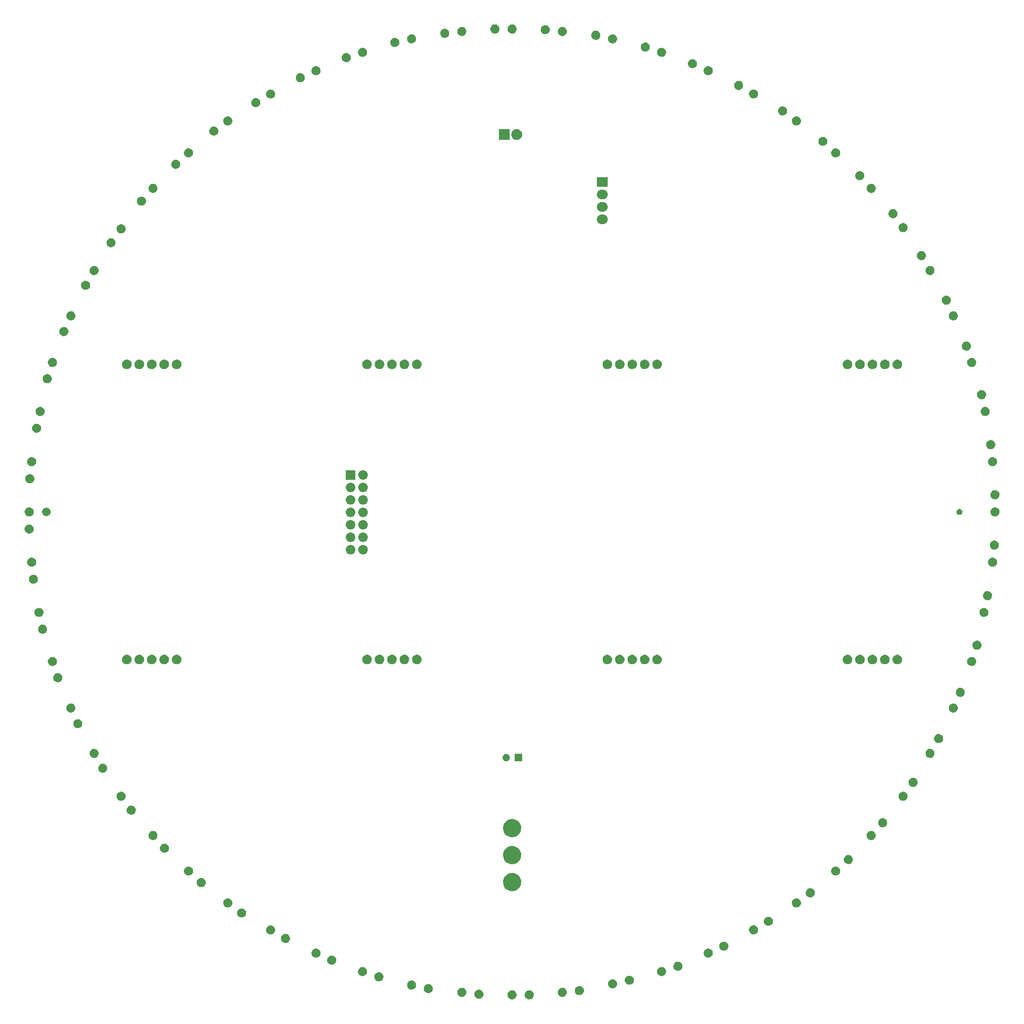
<source format=gbs>
G04 #@! TF.FileFunction,Soldermask,Bot*
%FSLAX46Y46*%
G04 Gerber Fmt 4.6, Leading zero omitted, Abs format (unit mm)*
G04 Created by KiCad (PCBNEW 4.0.2-stable) date 14/05/2016 22:57:01*
%MOMM*%
G01*
G04 APERTURE LIST*
%ADD10C,0.100000*%
G04 APERTURE END LIST*
D10*
G36*
X150097157Y-247575612D02*
X150274857Y-247612088D01*
X150442083Y-247682383D01*
X150592475Y-247783824D01*
X150720296Y-247912540D01*
X150820681Y-248063633D01*
X150889809Y-248231351D01*
X150924907Y-248408610D01*
X150924907Y-248408626D01*
X150925040Y-248409299D01*
X150922147Y-248616494D01*
X150921995Y-248617162D01*
X150921995Y-248617181D01*
X150881962Y-248793387D01*
X150808177Y-248959110D01*
X150703611Y-249107343D01*
X150572247Y-249232440D01*
X150419078Y-249329643D01*
X150249960Y-249395240D01*
X150071308Y-249426741D01*
X149889946Y-249422942D01*
X149712774Y-249383988D01*
X149546544Y-249311364D01*
X149397586Y-249207836D01*
X149271573Y-249077345D01*
X149173305Y-248924863D01*
X149106526Y-248756198D01*
X149073779Y-248577776D01*
X149076312Y-248396394D01*
X149114028Y-248218954D01*
X149185491Y-248052217D01*
X149287978Y-247902540D01*
X149417581Y-247775623D01*
X149569378Y-247676290D01*
X149737567Y-247608337D01*
X149915758Y-247574345D01*
X150097157Y-247575612D01*
X150097157Y-247575612D01*
G37*
G36*
X153597157Y-247575612D02*
X153774857Y-247612088D01*
X153942083Y-247682383D01*
X154092475Y-247783824D01*
X154220296Y-247912540D01*
X154320681Y-248063633D01*
X154389809Y-248231351D01*
X154424907Y-248408610D01*
X154424907Y-248408626D01*
X154425040Y-248409299D01*
X154422147Y-248616494D01*
X154421995Y-248617162D01*
X154421995Y-248617181D01*
X154381962Y-248793387D01*
X154308177Y-248959110D01*
X154203611Y-249107343D01*
X154072247Y-249232440D01*
X153919078Y-249329643D01*
X153749960Y-249395240D01*
X153571308Y-249426741D01*
X153389946Y-249422942D01*
X153212774Y-249383988D01*
X153046544Y-249311364D01*
X152897586Y-249207836D01*
X152771573Y-249077345D01*
X152673305Y-248924863D01*
X152606526Y-248756198D01*
X152573779Y-248577776D01*
X152576312Y-248396394D01*
X152614028Y-248218954D01*
X152685491Y-248052217D01*
X152787978Y-247902540D01*
X152917581Y-247775623D01*
X153069378Y-247676290D01*
X153237567Y-247608337D01*
X153415758Y-247574345D01*
X153597157Y-247575612D01*
X153597157Y-247575612D01*
G37*
G36*
X143327984Y-247441462D02*
X143505684Y-247477938D01*
X143672910Y-247548233D01*
X143823302Y-247649674D01*
X143951123Y-247778390D01*
X144051508Y-247929483D01*
X144120636Y-248097201D01*
X144155734Y-248274460D01*
X144155734Y-248274476D01*
X144155867Y-248275149D01*
X144152974Y-248482344D01*
X144152822Y-248483012D01*
X144152822Y-248483031D01*
X144112789Y-248659237D01*
X144039004Y-248824960D01*
X143934438Y-248973193D01*
X143803074Y-249098290D01*
X143649905Y-249195493D01*
X143480787Y-249261090D01*
X143302135Y-249292591D01*
X143120773Y-249288792D01*
X142943601Y-249249838D01*
X142777371Y-249177214D01*
X142628413Y-249073686D01*
X142502400Y-248943195D01*
X142404132Y-248790713D01*
X142337353Y-248622048D01*
X142304606Y-248443626D01*
X142307139Y-248262244D01*
X142344855Y-248084804D01*
X142416318Y-247918067D01*
X142518805Y-247768390D01*
X142648408Y-247641473D01*
X142800205Y-247542140D01*
X142968394Y-247474187D01*
X143146585Y-247440195D01*
X143327984Y-247441462D01*
X143327984Y-247441462D01*
G37*
G36*
X139847157Y-247075612D02*
X140024857Y-247112088D01*
X140192083Y-247182383D01*
X140342475Y-247283824D01*
X140470296Y-247412540D01*
X140570681Y-247563633D01*
X140639809Y-247731351D01*
X140674907Y-247908610D01*
X140674907Y-247908626D01*
X140675040Y-247909299D01*
X140672147Y-248116494D01*
X140671995Y-248117162D01*
X140671995Y-248117181D01*
X140631962Y-248293387D01*
X140558177Y-248459110D01*
X140453611Y-248607343D01*
X140322247Y-248732440D01*
X140169078Y-248829643D01*
X139999960Y-248895240D01*
X139821308Y-248926741D01*
X139639946Y-248922942D01*
X139462774Y-248883988D01*
X139296544Y-248811364D01*
X139147586Y-248707836D01*
X139021573Y-248577345D01*
X138923305Y-248424863D01*
X138856526Y-248256198D01*
X138823779Y-248077776D01*
X138826312Y-247896394D01*
X138864028Y-247718954D01*
X138935491Y-247552217D01*
X139037978Y-247402540D01*
X139167581Y-247275623D01*
X139319378Y-247176290D01*
X139487567Y-247108337D01*
X139665758Y-247074345D01*
X139847157Y-247075612D01*
X139847157Y-247075612D01*
G37*
G36*
X160347157Y-247075612D02*
X160524857Y-247112088D01*
X160692083Y-247182383D01*
X160842475Y-247283824D01*
X160970296Y-247412540D01*
X161070681Y-247563633D01*
X161139809Y-247731351D01*
X161174907Y-247908610D01*
X161174907Y-247908626D01*
X161175040Y-247909299D01*
X161172147Y-248116494D01*
X161171995Y-248117162D01*
X161171995Y-248117181D01*
X161131962Y-248293387D01*
X161058177Y-248459110D01*
X160953611Y-248607343D01*
X160822247Y-248732440D01*
X160669078Y-248829643D01*
X160499960Y-248895240D01*
X160321308Y-248926741D01*
X160139946Y-248922942D01*
X159962774Y-248883988D01*
X159796544Y-248811364D01*
X159647586Y-248707836D01*
X159521573Y-248577345D01*
X159423305Y-248424863D01*
X159356526Y-248256198D01*
X159323779Y-248077776D01*
X159326312Y-247896394D01*
X159364028Y-247718954D01*
X159435491Y-247552217D01*
X159537978Y-247402540D01*
X159667581Y-247275623D01*
X159819378Y-247176290D01*
X159987567Y-247108337D01*
X160165758Y-247074345D01*
X160347157Y-247075612D01*
X160347157Y-247075612D01*
G37*
G36*
X163827984Y-246709762D02*
X164005684Y-246746238D01*
X164172910Y-246816533D01*
X164323302Y-246917974D01*
X164451123Y-247046690D01*
X164551508Y-247197783D01*
X164620636Y-247365501D01*
X164655734Y-247542760D01*
X164655734Y-247542776D01*
X164655867Y-247543449D01*
X164652974Y-247750644D01*
X164652822Y-247751312D01*
X164652822Y-247751331D01*
X164612789Y-247927537D01*
X164539004Y-248093260D01*
X164434438Y-248241493D01*
X164303074Y-248366590D01*
X164149905Y-248463793D01*
X163980787Y-248529390D01*
X163802135Y-248560891D01*
X163620773Y-248557092D01*
X163443601Y-248518138D01*
X163277371Y-248445514D01*
X163128413Y-248341986D01*
X163002400Y-248211495D01*
X162904132Y-248059013D01*
X162837353Y-247890348D01*
X162804606Y-247711926D01*
X162807139Y-247530544D01*
X162844855Y-247353104D01*
X162916318Y-247186367D01*
X163018805Y-247036690D01*
X163148408Y-246909773D01*
X163300205Y-246810440D01*
X163468394Y-246742487D01*
X163646585Y-246708495D01*
X163827984Y-246709762D01*
X163827984Y-246709762D01*
G37*
G36*
X133020674Y-246303303D02*
X133198374Y-246339779D01*
X133365600Y-246410074D01*
X133515992Y-246511515D01*
X133643813Y-246640231D01*
X133744198Y-246791324D01*
X133813326Y-246959042D01*
X133848424Y-247136301D01*
X133848424Y-247136317D01*
X133848557Y-247136990D01*
X133845664Y-247344185D01*
X133845512Y-247344853D01*
X133845512Y-247344872D01*
X133805479Y-247521078D01*
X133731694Y-247686801D01*
X133627128Y-247835034D01*
X133495764Y-247960131D01*
X133342595Y-248057334D01*
X133173477Y-248122931D01*
X132994825Y-248154432D01*
X132813463Y-248150633D01*
X132636291Y-248111679D01*
X132470061Y-248039055D01*
X132321103Y-247935527D01*
X132195090Y-247805036D01*
X132096822Y-247652554D01*
X132030043Y-247483889D01*
X131997296Y-247305467D01*
X131999829Y-247124085D01*
X132037545Y-246946645D01*
X132109008Y-246779908D01*
X132211495Y-246630231D01*
X132341098Y-246503314D01*
X132492895Y-246403981D01*
X132661084Y-246336028D01*
X132839275Y-246302036D01*
X133020674Y-246303303D01*
X133020674Y-246303303D01*
G37*
G36*
X129597157Y-245575612D02*
X129774857Y-245612088D01*
X129942083Y-245682383D01*
X130092475Y-245783824D01*
X130220296Y-245912540D01*
X130320681Y-246063633D01*
X130389809Y-246231351D01*
X130424907Y-246408610D01*
X130424907Y-246408626D01*
X130425040Y-246409299D01*
X130422147Y-246616494D01*
X130421995Y-246617162D01*
X130421995Y-246617181D01*
X130381962Y-246793387D01*
X130308177Y-246959110D01*
X130203611Y-247107343D01*
X130072247Y-247232440D01*
X129919078Y-247329643D01*
X129749960Y-247395240D01*
X129571308Y-247426741D01*
X129389946Y-247422942D01*
X129212774Y-247383988D01*
X129046544Y-247311364D01*
X128897586Y-247207836D01*
X128771573Y-247077345D01*
X128673305Y-246924863D01*
X128606526Y-246756198D01*
X128573779Y-246577776D01*
X128576312Y-246396394D01*
X128614028Y-246218954D01*
X128685491Y-246052217D01*
X128787978Y-245902540D01*
X128917581Y-245775623D01*
X129069378Y-245676290D01*
X129237567Y-245608337D01*
X129415758Y-245574345D01*
X129597157Y-245575612D01*
X129597157Y-245575612D01*
G37*
G36*
X170597157Y-245325612D02*
X170774857Y-245362088D01*
X170942083Y-245432383D01*
X171092475Y-245533824D01*
X171220296Y-245662540D01*
X171320681Y-245813633D01*
X171389809Y-245981351D01*
X171424907Y-246158610D01*
X171424907Y-246158626D01*
X171425040Y-246159299D01*
X171422147Y-246366494D01*
X171421995Y-246367162D01*
X171421995Y-246367181D01*
X171381962Y-246543387D01*
X171308177Y-246709110D01*
X171203611Y-246857343D01*
X171072247Y-246982440D01*
X170919078Y-247079643D01*
X170749960Y-247145240D01*
X170571308Y-247176741D01*
X170389946Y-247172942D01*
X170212774Y-247133988D01*
X170046544Y-247061364D01*
X169897586Y-246957836D01*
X169771573Y-246827345D01*
X169673305Y-246674863D01*
X169606526Y-246506198D01*
X169573779Y-246327776D01*
X169576312Y-246146394D01*
X169614028Y-245968954D01*
X169685491Y-245802217D01*
X169787978Y-245652540D01*
X169917581Y-245525623D01*
X170069378Y-245426290D01*
X170237567Y-245358337D01*
X170415758Y-245324345D01*
X170597157Y-245325612D01*
X170597157Y-245325612D01*
G37*
G36*
X174020674Y-244597921D02*
X174198374Y-244634397D01*
X174365600Y-244704692D01*
X174515992Y-244806133D01*
X174643813Y-244934849D01*
X174744198Y-245085942D01*
X174813326Y-245253660D01*
X174848424Y-245430919D01*
X174848424Y-245430935D01*
X174848557Y-245431608D01*
X174845664Y-245638803D01*
X174845512Y-245639471D01*
X174845512Y-245639490D01*
X174805479Y-245815696D01*
X174731694Y-245981419D01*
X174627128Y-246129652D01*
X174495764Y-246254749D01*
X174342595Y-246351952D01*
X174173477Y-246417549D01*
X173994825Y-246449050D01*
X173813463Y-246445251D01*
X173636291Y-246406297D01*
X173470061Y-246333673D01*
X173321103Y-246230145D01*
X173195090Y-246099654D01*
X173096822Y-245947172D01*
X173030043Y-245778507D01*
X172997296Y-245600085D01*
X172999829Y-245418703D01*
X173037545Y-245241263D01*
X173109008Y-245074526D01*
X173211495Y-244924849D01*
X173341098Y-244797932D01*
X173492895Y-244698599D01*
X173661084Y-244630646D01*
X173839275Y-244596654D01*
X174020674Y-244597921D01*
X174020674Y-244597921D01*
G37*
G36*
X122925855Y-243907171D02*
X123103555Y-243943647D01*
X123270781Y-244013942D01*
X123421173Y-244115383D01*
X123548994Y-244244099D01*
X123649379Y-244395192D01*
X123718507Y-244562910D01*
X123753605Y-244740169D01*
X123753605Y-244740185D01*
X123753738Y-244740858D01*
X123750845Y-244948053D01*
X123750693Y-244948721D01*
X123750693Y-244948740D01*
X123710660Y-245124946D01*
X123636875Y-245290669D01*
X123532309Y-245438902D01*
X123400945Y-245563999D01*
X123247776Y-245661202D01*
X123078658Y-245726799D01*
X122900006Y-245758300D01*
X122718644Y-245754501D01*
X122541472Y-245715547D01*
X122375242Y-245642923D01*
X122226284Y-245539395D01*
X122100271Y-245408904D01*
X122002003Y-245256422D01*
X121935224Y-245087757D01*
X121902477Y-244909335D01*
X121905010Y-244727953D01*
X121942726Y-244550513D01*
X122014189Y-244383776D01*
X122116676Y-244234099D01*
X122246279Y-244107182D01*
X122398076Y-244007849D01*
X122566265Y-243939896D01*
X122744456Y-243905904D01*
X122925855Y-243907171D01*
X122925855Y-243907171D01*
G37*
G36*
X119597157Y-242825612D02*
X119774857Y-242862088D01*
X119942083Y-242932383D01*
X120092475Y-243033824D01*
X120220296Y-243162540D01*
X120320681Y-243313633D01*
X120389809Y-243481351D01*
X120424907Y-243658610D01*
X120424907Y-243658626D01*
X120425040Y-243659299D01*
X120422147Y-243866494D01*
X120421995Y-243867162D01*
X120421995Y-243867181D01*
X120381962Y-244043387D01*
X120308177Y-244209110D01*
X120203611Y-244357343D01*
X120072247Y-244482440D01*
X119919078Y-244579643D01*
X119749960Y-244645240D01*
X119571308Y-244676741D01*
X119389946Y-244672942D01*
X119212774Y-244633988D01*
X119046544Y-244561364D01*
X118897586Y-244457836D01*
X118771573Y-244327345D01*
X118673305Y-244174863D01*
X118606526Y-244006198D01*
X118573779Y-243827776D01*
X118576312Y-243646394D01*
X118614028Y-243468954D01*
X118685491Y-243302217D01*
X118787978Y-243152540D01*
X118917581Y-243025623D01*
X119069378Y-242926290D01*
X119237567Y-242858337D01*
X119415758Y-242824345D01*
X119597157Y-242825612D01*
X119597157Y-242825612D01*
G37*
G36*
X180597157Y-242825612D02*
X180774857Y-242862088D01*
X180942083Y-242932383D01*
X181092475Y-243033824D01*
X181220296Y-243162540D01*
X181320681Y-243313633D01*
X181389809Y-243481351D01*
X181424907Y-243658610D01*
X181424907Y-243658626D01*
X181425040Y-243659299D01*
X181422147Y-243866494D01*
X181421995Y-243867162D01*
X181421995Y-243867181D01*
X181381962Y-244043387D01*
X181308177Y-244209110D01*
X181203611Y-244357343D01*
X181072247Y-244482440D01*
X180919078Y-244579643D01*
X180749960Y-244645240D01*
X180571308Y-244676741D01*
X180389946Y-244672942D01*
X180212774Y-244633988D01*
X180046544Y-244561364D01*
X179897586Y-244457836D01*
X179771573Y-244327345D01*
X179673305Y-244174863D01*
X179606526Y-244006198D01*
X179573779Y-243827776D01*
X179576312Y-243646394D01*
X179614028Y-243468954D01*
X179685491Y-243302217D01*
X179787978Y-243152540D01*
X179917581Y-243025623D01*
X180069378Y-242926290D01*
X180237567Y-242858337D01*
X180415758Y-242824345D01*
X180597157Y-242825612D01*
X180597157Y-242825612D01*
G37*
G36*
X183925855Y-241744053D02*
X184103555Y-241780529D01*
X184270781Y-241850824D01*
X184421173Y-241952265D01*
X184548994Y-242080981D01*
X184649379Y-242232074D01*
X184718507Y-242399792D01*
X184753605Y-242577051D01*
X184753605Y-242577067D01*
X184753738Y-242577740D01*
X184750845Y-242784935D01*
X184750693Y-242785603D01*
X184750693Y-242785622D01*
X184710660Y-242961828D01*
X184636875Y-243127551D01*
X184532309Y-243275784D01*
X184400945Y-243400881D01*
X184247776Y-243498084D01*
X184078658Y-243563681D01*
X183900006Y-243595182D01*
X183718644Y-243591383D01*
X183541472Y-243552429D01*
X183375242Y-243479805D01*
X183226284Y-243376277D01*
X183100271Y-243245786D01*
X183002003Y-243093304D01*
X182935224Y-242924639D01*
X182902477Y-242746217D01*
X182905010Y-242564835D01*
X182942726Y-242387395D01*
X183014189Y-242220658D01*
X183116676Y-242070981D01*
X183246279Y-241944064D01*
X183398076Y-241844731D01*
X183566265Y-241776778D01*
X183744456Y-241742786D01*
X183925855Y-241744053D01*
X183925855Y-241744053D01*
G37*
G36*
X113294566Y-240499190D02*
X113472266Y-240535666D01*
X113639492Y-240605961D01*
X113789884Y-240707402D01*
X113917705Y-240836118D01*
X114018090Y-240987211D01*
X114087218Y-241154929D01*
X114122316Y-241332188D01*
X114122316Y-241332204D01*
X114122449Y-241332877D01*
X114119556Y-241540072D01*
X114119404Y-241540740D01*
X114119404Y-241540759D01*
X114079371Y-241716965D01*
X114005586Y-241882688D01*
X113901020Y-242030921D01*
X113769656Y-242156018D01*
X113616487Y-242253221D01*
X113447369Y-242318818D01*
X113268717Y-242350319D01*
X113087355Y-242346520D01*
X112910183Y-242307566D01*
X112743953Y-242234942D01*
X112594995Y-242131414D01*
X112468982Y-242000923D01*
X112370714Y-241848441D01*
X112303935Y-241679776D01*
X112271188Y-241501354D01*
X112273721Y-241319972D01*
X112311437Y-241142532D01*
X112382900Y-240975795D01*
X112485387Y-240826118D01*
X112614990Y-240699201D01*
X112766787Y-240599868D01*
X112934976Y-240531915D01*
X113113167Y-240497923D01*
X113294566Y-240499190D01*
X113294566Y-240499190D01*
G37*
G36*
X110097157Y-239075612D02*
X110274857Y-239112088D01*
X110442083Y-239182383D01*
X110592475Y-239283824D01*
X110720296Y-239412540D01*
X110820681Y-239563633D01*
X110889809Y-239731351D01*
X110924907Y-239908610D01*
X110924907Y-239908626D01*
X110925040Y-239909299D01*
X110922147Y-240116494D01*
X110921995Y-240117162D01*
X110921995Y-240117181D01*
X110881962Y-240293387D01*
X110808177Y-240459110D01*
X110703611Y-240607343D01*
X110572247Y-240732440D01*
X110419078Y-240829643D01*
X110249960Y-240895240D01*
X110071308Y-240926741D01*
X109889946Y-240922942D01*
X109712774Y-240883988D01*
X109546544Y-240811364D01*
X109397586Y-240707836D01*
X109271573Y-240577345D01*
X109173305Y-240424863D01*
X109106526Y-240256198D01*
X109073779Y-240077776D01*
X109076312Y-239896394D01*
X109114028Y-239718954D01*
X109185491Y-239552217D01*
X109287978Y-239402540D01*
X109417581Y-239275623D01*
X109569378Y-239176290D01*
X109737567Y-239108337D01*
X109915758Y-239074345D01*
X110097157Y-239075612D01*
X110097157Y-239075612D01*
G37*
G36*
X190097157Y-239075612D02*
X190274857Y-239112088D01*
X190442083Y-239182383D01*
X190592475Y-239283824D01*
X190720296Y-239412540D01*
X190820681Y-239563633D01*
X190889809Y-239731351D01*
X190924907Y-239908610D01*
X190924907Y-239908626D01*
X190925040Y-239909299D01*
X190922147Y-240116494D01*
X190921995Y-240117162D01*
X190921995Y-240117181D01*
X190881962Y-240293387D01*
X190808177Y-240459110D01*
X190703611Y-240607343D01*
X190572247Y-240732440D01*
X190419078Y-240829643D01*
X190249960Y-240895240D01*
X190071308Y-240926741D01*
X189889946Y-240922942D01*
X189712774Y-240883988D01*
X189546544Y-240811364D01*
X189397586Y-240707836D01*
X189271573Y-240577345D01*
X189173305Y-240424863D01*
X189106526Y-240256198D01*
X189073779Y-240077776D01*
X189076312Y-239896394D01*
X189114028Y-239718954D01*
X189185491Y-239552217D01*
X189287978Y-239402540D01*
X189417581Y-239275623D01*
X189569378Y-239176290D01*
X189737567Y-239108337D01*
X189915758Y-239074345D01*
X190097157Y-239075612D01*
X190097157Y-239075612D01*
G37*
G36*
X193294566Y-237652034D02*
X193472266Y-237688510D01*
X193639492Y-237758805D01*
X193789884Y-237860246D01*
X193917705Y-237988962D01*
X194018090Y-238140055D01*
X194087218Y-238307773D01*
X194122316Y-238485032D01*
X194122316Y-238485048D01*
X194122449Y-238485721D01*
X194119556Y-238692916D01*
X194119404Y-238693584D01*
X194119404Y-238693603D01*
X194079371Y-238869809D01*
X194005586Y-239035532D01*
X193901020Y-239183765D01*
X193769656Y-239308862D01*
X193616487Y-239406065D01*
X193447369Y-239471662D01*
X193268717Y-239503163D01*
X193087355Y-239499364D01*
X192910183Y-239460410D01*
X192743953Y-239387786D01*
X192594995Y-239284258D01*
X192468982Y-239153767D01*
X192370714Y-239001285D01*
X192303935Y-238832620D01*
X192271188Y-238654198D01*
X192273721Y-238472816D01*
X192311437Y-238295376D01*
X192382900Y-238128639D01*
X192485387Y-237978962D01*
X192614990Y-237852045D01*
X192766787Y-237752712D01*
X192934976Y-237684759D01*
X193113167Y-237650767D01*
X193294566Y-237652034D01*
X193294566Y-237652034D01*
G37*
G36*
X103878246Y-236075612D02*
X104055946Y-236112088D01*
X104223172Y-236182383D01*
X104373564Y-236283824D01*
X104501385Y-236412540D01*
X104601770Y-236563633D01*
X104670898Y-236731351D01*
X104705996Y-236908610D01*
X104705996Y-236908626D01*
X104706129Y-236909299D01*
X104703236Y-237116494D01*
X104703084Y-237117162D01*
X104703084Y-237117181D01*
X104663051Y-237293387D01*
X104589266Y-237459110D01*
X104484700Y-237607343D01*
X104353336Y-237732440D01*
X104200167Y-237829643D01*
X104031049Y-237895240D01*
X103852397Y-237926741D01*
X103671035Y-237922942D01*
X103493863Y-237883988D01*
X103327633Y-237811364D01*
X103178675Y-237707836D01*
X103052662Y-237577345D01*
X102954394Y-237424863D01*
X102887615Y-237256198D01*
X102854868Y-237077776D01*
X102857401Y-236896394D01*
X102895117Y-236718954D01*
X102966580Y-236552217D01*
X103069067Y-236402540D01*
X103198670Y-236275623D01*
X103350467Y-236176290D01*
X103518656Y-236108337D01*
X103696847Y-236074345D01*
X103878246Y-236075612D01*
X103878246Y-236075612D01*
G37*
G36*
X100847157Y-234325612D02*
X101024857Y-234362088D01*
X101192083Y-234432383D01*
X101342475Y-234533824D01*
X101470296Y-234662540D01*
X101570681Y-234813633D01*
X101639809Y-234981351D01*
X101674907Y-235158610D01*
X101674907Y-235158626D01*
X101675040Y-235159299D01*
X101672147Y-235366494D01*
X101671995Y-235367162D01*
X101671995Y-235367181D01*
X101631962Y-235543387D01*
X101558177Y-235709110D01*
X101453611Y-235857343D01*
X101322247Y-235982440D01*
X101169078Y-236079643D01*
X100999960Y-236145240D01*
X100821308Y-236176741D01*
X100639946Y-236172942D01*
X100462774Y-236133988D01*
X100296544Y-236061364D01*
X100147586Y-235957836D01*
X100021573Y-235827345D01*
X99923305Y-235674863D01*
X99856526Y-235506198D01*
X99823779Y-235327776D01*
X99826312Y-235146394D01*
X99864028Y-234968954D01*
X99935491Y-234802217D01*
X100037978Y-234652540D01*
X100167581Y-234525623D01*
X100319378Y-234426290D01*
X100487567Y-234358337D01*
X100665758Y-234324345D01*
X100847157Y-234325612D01*
X100847157Y-234325612D01*
G37*
G36*
X199347157Y-234325612D02*
X199524857Y-234362088D01*
X199692083Y-234432383D01*
X199842475Y-234533824D01*
X199970296Y-234662540D01*
X200070681Y-234813633D01*
X200139809Y-234981351D01*
X200174907Y-235158610D01*
X200174907Y-235158626D01*
X200175040Y-235159299D01*
X200172147Y-235366494D01*
X200171995Y-235367162D01*
X200171995Y-235367181D01*
X200131962Y-235543387D01*
X200058177Y-235709110D01*
X199953611Y-235857343D01*
X199822247Y-235982440D01*
X199669078Y-236079643D01*
X199499960Y-236145240D01*
X199321308Y-236176741D01*
X199139946Y-236172942D01*
X198962774Y-236133988D01*
X198796544Y-236061364D01*
X198647586Y-235957836D01*
X198521573Y-235827345D01*
X198423305Y-235674863D01*
X198356526Y-235506198D01*
X198323779Y-235327776D01*
X198326312Y-235146394D01*
X198364028Y-234968954D01*
X198435491Y-234802217D01*
X198537978Y-234652540D01*
X198667581Y-234525623D01*
X198819378Y-234426290D01*
X198987567Y-234358337D01*
X199165758Y-234324345D01*
X199347157Y-234325612D01*
X199347157Y-234325612D01*
G37*
G36*
X202378246Y-232575612D02*
X202555946Y-232612088D01*
X202723172Y-232682383D01*
X202873564Y-232783824D01*
X203001385Y-232912540D01*
X203101770Y-233063633D01*
X203170898Y-233231351D01*
X203205996Y-233408610D01*
X203205996Y-233408626D01*
X203206129Y-233409299D01*
X203203236Y-233616494D01*
X203203084Y-233617162D01*
X203203084Y-233617181D01*
X203163051Y-233793387D01*
X203089266Y-233959110D01*
X202984700Y-234107343D01*
X202853336Y-234232440D01*
X202700167Y-234329643D01*
X202531049Y-234395240D01*
X202352397Y-234426741D01*
X202171035Y-234422942D01*
X201993863Y-234383988D01*
X201827633Y-234311364D01*
X201678675Y-234207836D01*
X201552662Y-234077345D01*
X201454394Y-233924863D01*
X201387615Y-233756198D01*
X201354868Y-233577776D01*
X201357401Y-233396394D01*
X201395117Y-233218954D01*
X201466580Y-233052217D01*
X201569067Y-232902540D01*
X201698670Y-232775623D01*
X201850467Y-232676290D01*
X202018656Y-232608337D01*
X202196847Y-232574345D01*
X202378246Y-232575612D01*
X202378246Y-232575612D01*
G37*
G36*
X94928716Y-230882860D02*
X95106416Y-230919336D01*
X95273642Y-230989631D01*
X95424034Y-231091072D01*
X95551855Y-231219788D01*
X95652240Y-231370881D01*
X95721368Y-231538599D01*
X95756466Y-231715858D01*
X95756466Y-231715874D01*
X95756599Y-231716547D01*
X95753706Y-231923742D01*
X95753554Y-231924410D01*
X95753554Y-231924429D01*
X95713521Y-232100635D01*
X95639736Y-232266358D01*
X95535170Y-232414591D01*
X95403806Y-232539688D01*
X95250637Y-232636891D01*
X95081519Y-232702488D01*
X94902867Y-232733989D01*
X94721505Y-232730190D01*
X94544333Y-232691236D01*
X94378103Y-232618612D01*
X94229145Y-232515084D01*
X94103132Y-232384593D01*
X94004864Y-232232111D01*
X93938085Y-232063446D01*
X93905338Y-231885024D01*
X93907871Y-231703642D01*
X93945587Y-231526202D01*
X94017050Y-231359465D01*
X94119537Y-231209788D01*
X94249140Y-231082871D01*
X94400937Y-230983538D01*
X94569126Y-230915585D01*
X94747317Y-230881593D01*
X94928716Y-230882860D01*
X94928716Y-230882860D01*
G37*
G36*
X208097157Y-228825612D02*
X208274857Y-228862088D01*
X208442083Y-228932383D01*
X208592475Y-229033824D01*
X208720296Y-229162540D01*
X208820681Y-229313633D01*
X208889809Y-229481351D01*
X208924907Y-229658610D01*
X208924907Y-229658626D01*
X208925040Y-229659299D01*
X208922147Y-229866494D01*
X208921995Y-229867162D01*
X208921995Y-229867181D01*
X208881962Y-230043387D01*
X208808177Y-230209110D01*
X208703611Y-230357343D01*
X208572247Y-230482440D01*
X208419078Y-230579643D01*
X208249960Y-230645240D01*
X208071308Y-230676741D01*
X207889946Y-230672942D01*
X207712774Y-230633988D01*
X207546544Y-230561364D01*
X207397586Y-230457836D01*
X207271573Y-230327345D01*
X207173305Y-230174863D01*
X207106526Y-230006198D01*
X207073779Y-229827776D01*
X207076312Y-229646394D01*
X207114028Y-229468954D01*
X207185491Y-229302217D01*
X207287978Y-229152540D01*
X207417581Y-229025623D01*
X207569378Y-228926290D01*
X207737567Y-228858337D01*
X207915758Y-228824345D01*
X208097157Y-228825612D01*
X208097157Y-228825612D01*
G37*
G36*
X92097157Y-228825612D02*
X92274857Y-228862088D01*
X92442083Y-228932383D01*
X92592475Y-229033824D01*
X92720296Y-229162540D01*
X92820681Y-229313633D01*
X92889809Y-229481351D01*
X92924907Y-229658610D01*
X92924907Y-229658626D01*
X92925040Y-229659299D01*
X92922147Y-229866494D01*
X92921995Y-229867162D01*
X92921995Y-229867181D01*
X92881962Y-230043387D01*
X92808177Y-230209110D01*
X92703611Y-230357343D01*
X92572247Y-230482440D01*
X92419078Y-230579643D01*
X92249960Y-230645240D01*
X92071308Y-230676741D01*
X91889946Y-230672942D01*
X91712774Y-230633988D01*
X91546544Y-230561364D01*
X91397586Y-230457836D01*
X91271573Y-230327345D01*
X91173305Y-230174863D01*
X91106526Y-230006198D01*
X91073779Y-229827776D01*
X91076312Y-229646394D01*
X91114028Y-229468954D01*
X91185491Y-229302217D01*
X91287978Y-229152540D01*
X91417581Y-229025623D01*
X91569378Y-228926290D01*
X91737567Y-228858337D01*
X91915758Y-228824345D01*
X92097157Y-228825612D01*
X92097157Y-228825612D01*
G37*
G36*
X210928716Y-226768364D02*
X211106416Y-226804840D01*
X211273642Y-226875135D01*
X211424034Y-226976576D01*
X211551855Y-227105292D01*
X211652240Y-227256385D01*
X211721368Y-227424103D01*
X211756466Y-227601362D01*
X211756466Y-227601378D01*
X211756599Y-227602051D01*
X211753706Y-227809246D01*
X211753554Y-227809914D01*
X211753554Y-227809933D01*
X211713521Y-227986139D01*
X211639736Y-228151862D01*
X211535170Y-228300095D01*
X211403806Y-228425192D01*
X211250637Y-228522395D01*
X211081519Y-228587992D01*
X210902867Y-228619493D01*
X210721505Y-228615694D01*
X210544333Y-228576740D01*
X210378103Y-228504116D01*
X210229145Y-228400588D01*
X210103132Y-228270097D01*
X210004864Y-228117615D01*
X209938085Y-227948950D01*
X209905338Y-227770528D01*
X209907871Y-227589146D01*
X209945587Y-227411706D01*
X210017050Y-227244969D01*
X210119537Y-227095292D01*
X210249140Y-226968375D01*
X210400937Y-226869042D01*
X210569126Y-226801089D01*
X210747317Y-226767097D01*
X210928716Y-226768364D01*
X210928716Y-226768364D01*
G37*
G36*
X150194314Y-223651229D02*
X150549711Y-223724181D01*
X150884164Y-223864772D01*
X151184944Y-224067651D01*
X151440587Y-224325085D01*
X151641358Y-224627271D01*
X151779614Y-224962703D01*
X151849946Y-225317909D01*
X151849946Y-225317925D01*
X151850079Y-225318598D01*
X151844293Y-225732988D01*
X151844141Y-225733656D01*
X151844141Y-225733675D01*
X151763919Y-226086775D01*
X151616350Y-226418221D01*
X151407222Y-226714678D01*
X151144489Y-226964876D01*
X150838157Y-227159279D01*
X150499914Y-227290475D01*
X150142616Y-227353477D01*
X149779892Y-227345878D01*
X149425550Y-227267971D01*
X149093091Y-227122723D01*
X148795175Y-226915667D01*
X148543150Y-226654687D01*
X148346614Y-226349724D01*
X148213057Y-226012396D01*
X148147564Y-225655552D01*
X148152629Y-225292787D01*
X148228061Y-224937909D01*
X148370986Y-224604439D01*
X148575959Y-224305085D01*
X148835172Y-224051245D01*
X149138752Y-223852588D01*
X149475137Y-223716679D01*
X149831517Y-223648695D01*
X150194314Y-223651229D01*
X150194314Y-223651229D01*
G37*
G36*
X86698164Y-224667569D02*
X86875864Y-224704045D01*
X87043090Y-224774340D01*
X87193482Y-224875781D01*
X87321303Y-225004497D01*
X87421688Y-225155590D01*
X87490816Y-225323308D01*
X87525914Y-225500567D01*
X87525914Y-225500583D01*
X87526047Y-225501256D01*
X87523154Y-225708451D01*
X87523002Y-225709119D01*
X87523002Y-225709138D01*
X87482969Y-225885344D01*
X87409184Y-226051067D01*
X87304618Y-226199300D01*
X87173254Y-226324397D01*
X87020085Y-226421600D01*
X86850967Y-226487197D01*
X86672315Y-226518698D01*
X86490953Y-226514899D01*
X86313781Y-226475945D01*
X86147551Y-226403321D01*
X85998593Y-226299793D01*
X85872580Y-226169302D01*
X85774312Y-226016820D01*
X85707533Y-225848155D01*
X85674786Y-225669733D01*
X85677319Y-225488351D01*
X85715035Y-225310911D01*
X85786498Y-225144174D01*
X85888985Y-224994497D01*
X86018588Y-224867580D01*
X86170385Y-224768247D01*
X86338574Y-224700294D01*
X86516765Y-224666302D01*
X86698164Y-224667569D01*
X86698164Y-224667569D01*
G37*
G36*
X84097157Y-222325612D02*
X84274857Y-222362088D01*
X84442083Y-222432383D01*
X84592475Y-222533824D01*
X84720296Y-222662540D01*
X84820681Y-222813633D01*
X84889809Y-222981351D01*
X84924907Y-223158610D01*
X84924907Y-223158626D01*
X84925040Y-223159299D01*
X84922147Y-223366494D01*
X84921995Y-223367162D01*
X84921995Y-223367181D01*
X84881962Y-223543387D01*
X84808177Y-223709110D01*
X84703611Y-223857343D01*
X84572247Y-223982440D01*
X84419078Y-224079643D01*
X84249960Y-224145240D01*
X84071308Y-224176741D01*
X83889946Y-224172942D01*
X83712774Y-224133988D01*
X83546544Y-224061364D01*
X83397586Y-223957836D01*
X83271573Y-223827345D01*
X83173305Y-223674863D01*
X83106526Y-223506198D01*
X83073779Y-223327776D01*
X83076312Y-223146394D01*
X83114028Y-222968954D01*
X83185491Y-222802217D01*
X83287978Y-222652540D01*
X83417581Y-222525623D01*
X83569378Y-222426290D01*
X83737567Y-222358337D01*
X83915758Y-222324345D01*
X84097157Y-222325612D01*
X84097157Y-222325612D01*
G37*
G36*
X216097157Y-222325612D02*
X216274857Y-222362088D01*
X216442083Y-222432383D01*
X216592475Y-222533824D01*
X216720296Y-222662540D01*
X216820681Y-222813633D01*
X216889809Y-222981351D01*
X216924907Y-223158610D01*
X216924907Y-223158626D01*
X216925040Y-223159299D01*
X216922147Y-223366494D01*
X216921995Y-223367162D01*
X216921995Y-223367181D01*
X216881962Y-223543387D01*
X216808177Y-223709110D01*
X216703611Y-223857343D01*
X216572247Y-223982440D01*
X216419078Y-224079643D01*
X216249960Y-224145240D01*
X216071308Y-224176741D01*
X215889946Y-224172942D01*
X215712774Y-224133988D01*
X215546544Y-224061364D01*
X215397586Y-223957836D01*
X215271573Y-223827345D01*
X215173305Y-223674863D01*
X215106526Y-223506198D01*
X215073779Y-223327776D01*
X215076312Y-223146394D01*
X215114028Y-222968954D01*
X215185491Y-222802217D01*
X215287978Y-222652540D01*
X215417581Y-222525623D01*
X215569378Y-222426290D01*
X215737567Y-222358337D01*
X215915758Y-222324345D01*
X216097157Y-222325612D01*
X216097157Y-222325612D01*
G37*
G36*
X150194314Y-218151229D02*
X150549711Y-218224181D01*
X150884164Y-218364772D01*
X151184944Y-218567651D01*
X151440587Y-218825085D01*
X151641358Y-219127271D01*
X151779614Y-219462703D01*
X151849946Y-219817909D01*
X151849946Y-219817925D01*
X151850079Y-219818598D01*
X151844293Y-220232988D01*
X151844141Y-220233656D01*
X151844141Y-220233675D01*
X151763919Y-220586775D01*
X151616350Y-220918221D01*
X151407222Y-221214678D01*
X151144489Y-221464876D01*
X150838157Y-221659279D01*
X150499914Y-221790475D01*
X150142616Y-221853477D01*
X149779892Y-221845878D01*
X149425550Y-221767971D01*
X149093091Y-221622723D01*
X148795175Y-221415667D01*
X148543150Y-221154687D01*
X148346614Y-220849724D01*
X148213057Y-220512396D01*
X148147564Y-220155552D01*
X148152629Y-219792787D01*
X148228061Y-219437909D01*
X148370986Y-219104439D01*
X148575959Y-218805085D01*
X148835172Y-218551245D01*
X149138752Y-218352588D01*
X149475137Y-218216679D01*
X149831517Y-218148695D01*
X150194314Y-218151229D01*
X150194314Y-218151229D01*
G37*
G36*
X218698164Y-219983655D02*
X218875864Y-220020131D01*
X219043090Y-220090426D01*
X219193482Y-220191867D01*
X219321303Y-220320583D01*
X219421688Y-220471676D01*
X219490816Y-220639394D01*
X219525914Y-220816653D01*
X219525914Y-220816669D01*
X219526047Y-220817342D01*
X219523154Y-221024537D01*
X219523002Y-221025205D01*
X219523002Y-221025224D01*
X219482969Y-221201430D01*
X219409184Y-221367153D01*
X219304618Y-221515386D01*
X219173254Y-221640483D01*
X219020085Y-221737686D01*
X218850967Y-221803283D01*
X218672315Y-221834784D01*
X218490953Y-221830985D01*
X218313781Y-221792031D01*
X218147551Y-221719407D01*
X217998593Y-221615879D01*
X217872580Y-221485388D01*
X217774312Y-221332906D01*
X217707533Y-221164241D01*
X217674786Y-220985819D01*
X217677319Y-220804437D01*
X217715035Y-220626997D01*
X217786498Y-220460260D01*
X217888985Y-220310583D01*
X218018588Y-220183666D01*
X218170385Y-220084333D01*
X218338574Y-220016380D01*
X218516765Y-219982388D01*
X218698164Y-219983655D01*
X218698164Y-219983655D01*
G37*
G36*
X79189114Y-217676619D02*
X79366814Y-217713095D01*
X79534040Y-217783390D01*
X79684432Y-217884831D01*
X79812253Y-218013547D01*
X79912638Y-218164640D01*
X79981766Y-218332358D01*
X80016864Y-218509617D01*
X80016864Y-218509633D01*
X80016997Y-218510306D01*
X80014104Y-218717501D01*
X80013952Y-218718169D01*
X80013952Y-218718188D01*
X79973919Y-218894394D01*
X79900134Y-219060117D01*
X79795568Y-219208350D01*
X79664204Y-219333447D01*
X79511035Y-219430650D01*
X79341917Y-219496247D01*
X79163265Y-219527748D01*
X78981903Y-219523949D01*
X78804731Y-219484995D01*
X78638501Y-219412371D01*
X78489543Y-219308843D01*
X78363530Y-219178352D01*
X78265262Y-219025870D01*
X78198483Y-218857205D01*
X78165736Y-218678783D01*
X78168269Y-218497401D01*
X78205985Y-218319961D01*
X78277448Y-218153224D01*
X78379935Y-218003547D01*
X78509538Y-217876630D01*
X78661335Y-217777297D01*
X78829524Y-217709344D01*
X79007715Y-217675352D01*
X79189114Y-217676619D01*
X79189114Y-217676619D01*
G37*
G36*
X223347157Y-215075612D02*
X223524857Y-215112088D01*
X223692083Y-215182383D01*
X223842475Y-215283824D01*
X223970296Y-215412540D01*
X224070681Y-215563633D01*
X224139809Y-215731351D01*
X224174907Y-215908610D01*
X224174907Y-215908626D01*
X224175040Y-215909299D01*
X224172147Y-216116494D01*
X224171995Y-216117162D01*
X224171995Y-216117181D01*
X224131962Y-216293387D01*
X224058177Y-216459110D01*
X223953611Y-216607343D01*
X223822247Y-216732440D01*
X223669078Y-216829643D01*
X223499960Y-216895240D01*
X223321308Y-216926741D01*
X223139946Y-216922942D01*
X222962774Y-216883988D01*
X222796544Y-216811364D01*
X222647586Y-216707836D01*
X222521573Y-216577345D01*
X222423305Y-216424863D01*
X222356526Y-216256198D01*
X222323779Y-216077776D01*
X222326312Y-215896394D01*
X222364028Y-215718954D01*
X222435491Y-215552217D01*
X222537978Y-215402540D01*
X222667581Y-215275623D01*
X222819378Y-215176290D01*
X222987567Y-215108337D01*
X223165758Y-215074345D01*
X223347157Y-215075612D01*
X223347157Y-215075612D01*
G37*
G36*
X76847157Y-215075612D02*
X77024857Y-215112088D01*
X77192083Y-215182383D01*
X77342475Y-215283824D01*
X77470296Y-215412540D01*
X77570681Y-215563633D01*
X77639809Y-215731351D01*
X77674907Y-215908610D01*
X77674907Y-215908626D01*
X77675040Y-215909299D01*
X77672147Y-216116494D01*
X77671995Y-216117162D01*
X77671995Y-216117181D01*
X77631962Y-216293387D01*
X77558177Y-216459110D01*
X77453611Y-216607343D01*
X77322247Y-216732440D01*
X77169078Y-216829643D01*
X76999960Y-216895240D01*
X76821308Y-216926741D01*
X76639946Y-216922942D01*
X76462774Y-216883988D01*
X76296544Y-216811364D01*
X76147586Y-216707836D01*
X76021573Y-216577345D01*
X75923305Y-216424863D01*
X75856526Y-216256198D01*
X75823779Y-216077776D01*
X75826312Y-215896394D01*
X75864028Y-215718954D01*
X75935491Y-215552217D01*
X76037978Y-215402540D01*
X76167581Y-215275623D01*
X76319378Y-215176290D01*
X76487567Y-215108337D01*
X76665758Y-215074345D01*
X76847157Y-215075612D01*
X76847157Y-215075612D01*
G37*
G36*
X150194314Y-212651229D02*
X150549711Y-212724181D01*
X150884164Y-212864772D01*
X151184944Y-213067651D01*
X151440587Y-213325085D01*
X151641358Y-213627271D01*
X151779614Y-213962703D01*
X151849946Y-214317909D01*
X151849946Y-214317925D01*
X151850079Y-214318598D01*
X151844293Y-214732988D01*
X151844141Y-214733656D01*
X151844141Y-214733675D01*
X151763919Y-215086775D01*
X151616350Y-215418221D01*
X151407222Y-215714678D01*
X151144489Y-215964876D01*
X150838157Y-216159279D01*
X150499914Y-216290475D01*
X150142616Y-216353477D01*
X149779892Y-216345878D01*
X149425550Y-216267971D01*
X149093091Y-216122723D01*
X148795175Y-215915667D01*
X148543150Y-215654687D01*
X148346614Y-215349724D01*
X148213057Y-215012396D01*
X148147564Y-214655552D01*
X148152629Y-214292787D01*
X148228061Y-213937909D01*
X148370986Y-213604439D01*
X148575959Y-213305085D01*
X148835172Y-213051245D01*
X149138752Y-212852588D01*
X149475137Y-212716679D01*
X149831517Y-212648695D01*
X150194314Y-212651229D01*
X150194314Y-212651229D01*
G37*
G36*
X225689114Y-212474605D02*
X225866814Y-212511081D01*
X226034040Y-212581376D01*
X226184432Y-212682817D01*
X226312253Y-212811533D01*
X226412638Y-212962626D01*
X226481766Y-213130344D01*
X226516864Y-213307603D01*
X226516864Y-213307619D01*
X226516997Y-213308292D01*
X226514104Y-213515487D01*
X226513952Y-213516155D01*
X226513952Y-213516174D01*
X226473919Y-213692380D01*
X226400134Y-213858103D01*
X226295568Y-214006336D01*
X226164204Y-214131433D01*
X226011035Y-214228636D01*
X225841917Y-214294233D01*
X225663265Y-214325734D01*
X225481903Y-214321935D01*
X225304731Y-214282981D01*
X225138501Y-214210357D01*
X224989543Y-214106829D01*
X224863530Y-213976338D01*
X224765262Y-213823856D01*
X224698483Y-213655191D01*
X224665736Y-213476769D01*
X224668269Y-213295387D01*
X224705985Y-213117947D01*
X224777448Y-212951210D01*
X224879935Y-212801533D01*
X225009538Y-212674616D01*
X225161335Y-212575283D01*
X225329524Y-212507330D01*
X225507715Y-212473338D01*
X225689114Y-212474605D01*
X225689114Y-212474605D01*
G37*
G36*
X72404405Y-209907171D02*
X72582105Y-209943647D01*
X72749331Y-210013942D01*
X72899723Y-210115383D01*
X73027544Y-210244099D01*
X73127929Y-210395192D01*
X73197057Y-210562910D01*
X73232155Y-210740169D01*
X73232155Y-210740185D01*
X73232288Y-210740858D01*
X73229395Y-210948053D01*
X73229243Y-210948721D01*
X73229243Y-210948740D01*
X73189210Y-211124946D01*
X73115425Y-211290669D01*
X73010859Y-211438902D01*
X72879495Y-211563999D01*
X72726326Y-211661202D01*
X72557208Y-211726799D01*
X72378556Y-211758300D01*
X72197194Y-211754501D01*
X72020022Y-211715547D01*
X71853792Y-211642923D01*
X71704834Y-211539395D01*
X71578821Y-211408904D01*
X71480553Y-211256422D01*
X71413774Y-211087757D01*
X71381027Y-210909335D01*
X71383560Y-210727953D01*
X71421276Y-210550513D01*
X71492739Y-210383776D01*
X71595226Y-210234099D01*
X71724829Y-210107182D01*
X71876626Y-210007849D01*
X72044815Y-209939896D01*
X72223006Y-209905904D01*
X72404405Y-209907171D01*
X72404405Y-209907171D01*
G37*
G36*
X70347157Y-207075612D02*
X70524857Y-207112088D01*
X70692083Y-207182383D01*
X70842475Y-207283824D01*
X70970296Y-207412540D01*
X71070681Y-207563633D01*
X71139809Y-207731351D01*
X71174907Y-207908610D01*
X71174907Y-207908626D01*
X71175040Y-207909299D01*
X71172147Y-208116494D01*
X71171995Y-208117162D01*
X71171995Y-208117181D01*
X71131962Y-208293387D01*
X71058177Y-208459110D01*
X70953611Y-208607343D01*
X70822247Y-208732440D01*
X70669078Y-208829643D01*
X70499960Y-208895240D01*
X70321308Y-208926741D01*
X70139946Y-208922942D01*
X69962774Y-208883988D01*
X69796544Y-208811364D01*
X69647586Y-208707836D01*
X69521573Y-208577345D01*
X69423305Y-208424863D01*
X69356526Y-208256198D01*
X69323779Y-208077776D01*
X69326312Y-207896394D01*
X69364028Y-207718954D01*
X69435491Y-207552217D01*
X69537978Y-207402540D01*
X69667581Y-207275623D01*
X69819378Y-207176290D01*
X69987567Y-207108337D01*
X70165758Y-207074345D01*
X70347157Y-207075612D01*
X70347157Y-207075612D01*
G37*
G36*
X229847157Y-207075612D02*
X230024857Y-207112088D01*
X230192083Y-207182383D01*
X230342475Y-207283824D01*
X230470296Y-207412540D01*
X230570681Y-207563633D01*
X230639809Y-207731351D01*
X230674907Y-207908610D01*
X230674907Y-207908626D01*
X230675040Y-207909299D01*
X230672147Y-208116494D01*
X230671995Y-208117162D01*
X230671995Y-208117181D01*
X230631962Y-208293387D01*
X230558177Y-208459110D01*
X230453611Y-208607343D01*
X230322247Y-208732440D01*
X230169078Y-208829643D01*
X229999960Y-208895240D01*
X229821308Y-208926741D01*
X229639946Y-208922942D01*
X229462774Y-208883988D01*
X229296544Y-208811364D01*
X229147586Y-208707836D01*
X229021573Y-208577345D01*
X228923305Y-208424863D01*
X228856526Y-208256198D01*
X228823779Y-208077776D01*
X228826312Y-207896394D01*
X228864028Y-207718954D01*
X228935491Y-207552217D01*
X229037978Y-207402540D01*
X229167581Y-207275623D01*
X229319378Y-207176290D01*
X229487567Y-207108337D01*
X229665758Y-207074345D01*
X229847157Y-207075612D01*
X229847157Y-207075612D01*
G37*
G36*
X231904405Y-204244053D02*
X232082105Y-204280529D01*
X232249331Y-204350824D01*
X232399723Y-204452265D01*
X232527544Y-204580981D01*
X232627929Y-204732074D01*
X232697057Y-204899792D01*
X232732155Y-205077051D01*
X232732155Y-205077067D01*
X232732288Y-205077740D01*
X232729395Y-205284935D01*
X232729243Y-205285603D01*
X232729243Y-205285622D01*
X232689210Y-205461828D01*
X232615425Y-205627551D01*
X232510859Y-205775784D01*
X232379495Y-205900881D01*
X232226326Y-205998084D01*
X232057208Y-206063681D01*
X231878556Y-206095182D01*
X231697194Y-206091383D01*
X231520022Y-206052429D01*
X231353792Y-205979805D01*
X231204834Y-205876277D01*
X231078821Y-205745786D01*
X230980553Y-205593304D01*
X230913774Y-205424639D01*
X230881027Y-205246217D01*
X230883560Y-205064835D01*
X230921276Y-204887395D01*
X230992739Y-204720658D01*
X231095226Y-204570981D01*
X231224829Y-204444064D01*
X231376626Y-204344731D01*
X231544815Y-204276778D01*
X231723006Y-204242786D01*
X231904405Y-204244053D01*
X231904405Y-204244053D01*
G37*
G36*
X66597157Y-201356701D02*
X66774857Y-201393177D01*
X66942083Y-201463472D01*
X67092475Y-201564913D01*
X67220296Y-201693629D01*
X67320681Y-201844722D01*
X67389809Y-202012440D01*
X67424907Y-202189699D01*
X67424907Y-202189715D01*
X67425040Y-202190388D01*
X67422147Y-202397583D01*
X67421995Y-202398251D01*
X67421995Y-202398270D01*
X67381962Y-202574476D01*
X67308177Y-202740199D01*
X67203611Y-202888432D01*
X67072247Y-203013529D01*
X66919078Y-203110732D01*
X66749960Y-203176329D01*
X66571308Y-203207830D01*
X66389946Y-203204031D01*
X66212774Y-203165077D01*
X66046544Y-203092453D01*
X65897586Y-202988925D01*
X65771573Y-202858434D01*
X65673305Y-202705952D01*
X65606526Y-202537287D01*
X65573779Y-202358865D01*
X65576312Y-202177483D01*
X65614028Y-202000043D01*
X65685491Y-201833306D01*
X65787978Y-201683629D01*
X65917581Y-201556712D01*
X66069378Y-201457379D01*
X66237567Y-201389426D01*
X66415758Y-201355434D01*
X66597157Y-201356701D01*
X66597157Y-201356701D01*
G37*
G36*
X148878776Y-199350496D02*
X149022858Y-199380071D01*
X149158446Y-199437067D01*
X149280385Y-199519317D01*
X149384024Y-199623681D01*
X149465418Y-199746188D01*
X149521469Y-199882180D01*
X149549900Y-200025765D01*
X149549900Y-200025791D01*
X149550032Y-200026459D01*
X149547686Y-200194455D01*
X149547535Y-200195118D01*
X149547535Y-200195142D01*
X149515105Y-200337881D01*
X149455278Y-200472256D01*
X149370498Y-200592438D01*
X149263984Y-200693870D01*
X149139793Y-200772684D01*
X149002669Y-200825871D01*
X148857817Y-200851413D01*
X148710767Y-200848332D01*
X148567114Y-200816748D01*
X148432333Y-200757863D01*
X148311556Y-200673922D01*
X148209383Y-200568118D01*
X148129706Y-200444483D01*
X148075561Y-200307728D01*
X148049009Y-200163062D01*
X148051063Y-200015996D01*
X148081644Y-199872120D01*
X148139584Y-199736936D01*
X148222684Y-199615573D01*
X148327771Y-199512664D01*
X148450843Y-199432128D01*
X148587215Y-199377029D01*
X148731696Y-199349468D01*
X148878776Y-199350496D01*
X148878776Y-199350496D01*
G37*
G36*
X152050000Y-200850000D02*
X150550000Y-200850000D01*
X150550000Y-199350000D01*
X152050000Y-199350000D01*
X152050000Y-200850000D01*
X152050000Y-200850000D01*
G37*
G36*
X64847157Y-198325612D02*
X65024857Y-198362088D01*
X65192083Y-198432383D01*
X65342475Y-198533824D01*
X65470296Y-198662540D01*
X65570681Y-198813633D01*
X65639809Y-198981351D01*
X65674907Y-199158610D01*
X65674907Y-199158626D01*
X65675040Y-199159299D01*
X65672147Y-199366494D01*
X65671995Y-199367162D01*
X65671995Y-199367181D01*
X65631962Y-199543387D01*
X65558177Y-199709110D01*
X65453611Y-199857343D01*
X65322247Y-199982440D01*
X65169078Y-200079643D01*
X64999960Y-200145240D01*
X64821308Y-200176741D01*
X64639946Y-200172942D01*
X64462774Y-200133988D01*
X64296544Y-200061364D01*
X64147586Y-199957836D01*
X64021573Y-199827345D01*
X63923305Y-199674863D01*
X63856526Y-199506198D01*
X63823779Y-199327776D01*
X63826312Y-199146394D01*
X63864028Y-198968954D01*
X63935491Y-198802217D01*
X64037978Y-198652540D01*
X64167581Y-198525623D01*
X64319378Y-198426290D01*
X64487567Y-198358337D01*
X64665758Y-198324345D01*
X64847157Y-198325612D01*
X64847157Y-198325612D01*
G37*
G36*
X235347157Y-198325612D02*
X235524857Y-198362088D01*
X235692083Y-198432383D01*
X235842475Y-198533824D01*
X235970296Y-198662540D01*
X236070681Y-198813633D01*
X236139809Y-198981351D01*
X236174907Y-199158610D01*
X236174907Y-199158626D01*
X236175040Y-199159299D01*
X236172147Y-199366494D01*
X236171995Y-199367162D01*
X236171995Y-199367181D01*
X236131962Y-199543387D01*
X236058177Y-199709110D01*
X235953611Y-199857343D01*
X235822247Y-199982440D01*
X235669078Y-200079643D01*
X235499960Y-200145240D01*
X235321308Y-200176741D01*
X235139946Y-200172942D01*
X234962774Y-200133988D01*
X234796544Y-200061364D01*
X234647586Y-199957836D01*
X234521573Y-199827345D01*
X234423305Y-199674863D01*
X234356526Y-199506198D01*
X234323779Y-199327776D01*
X234326312Y-199146394D01*
X234364028Y-198968954D01*
X234435491Y-198802217D01*
X234537978Y-198652540D01*
X234667581Y-198525623D01*
X234819378Y-198426290D01*
X234987567Y-198358337D01*
X235165758Y-198324345D01*
X235347157Y-198325612D01*
X235347157Y-198325612D01*
G37*
G36*
X237097157Y-195294523D02*
X237274857Y-195330999D01*
X237442083Y-195401294D01*
X237592475Y-195502735D01*
X237720296Y-195631451D01*
X237820681Y-195782544D01*
X237889809Y-195950262D01*
X237924907Y-196127521D01*
X237924907Y-196127537D01*
X237925040Y-196128210D01*
X237922147Y-196335405D01*
X237921995Y-196336073D01*
X237921995Y-196336092D01*
X237881962Y-196512298D01*
X237808177Y-196678021D01*
X237703611Y-196826254D01*
X237572247Y-196951351D01*
X237419078Y-197048554D01*
X237249960Y-197114151D01*
X237071308Y-197145652D01*
X236889946Y-197141853D01*
X236712774Y-197102899D01*
X236546544Y-197030275D01*
X236397586Y-196926747D01*
X236271573Y-196796256D01*
X236173305Y-196643774D01*
X236106526Y-196475109D01*
X236073779Y-196296687D01*
X236076312Y-196115305D01*
X236114028Y-195937865D01*
X236185491Y-195771128D01*
X236287978Y-195621451D01*
X236417581Y-195494534D01*
X236569378Y-195395201D01*
X236737567Y-195327248D01*
X236915758Y-195293256D01*
X237097157Y-195294523D01*
X237097157Y-195294523D01*
G37*
G36*
X61520735Y-192273021D02*
X61698435Y-192309497D01*
X61865661Y-192379792D01*
X62016053Y-192481233D01*
X62143874Y-192609949D01*
X62244259Y-192761042D01*
X62313387Y-192928760D01*
X62348485Y-193106019D01*
X62348485Y-193106035D01*
X62348618Y-193106708D01*
X62345725Y-193313903D01*
X62345573Y-193314571D01*
X62345573Y-193314590D01*
X62305540Y-193490796D01*
X62231755Y-193656519D01*
X62127189Y-193804752D01*
X61995825Y-193929849D01*
X61842656Y-194027052D01*
X61673538Y-194092649D01*
X61494886Y-194124150D01*
X61313524Y-194120351D01*
X61136352Y-194081397D01*
X60970122Y-194008773D01*
X60821164Y-193905245D01*
X60695151Y-193774754D01*
X60596883Y-193622272D01*
X60530104Y-193453607D01*
X60497357Y-193275185D01*
X60499890Y-193093803D01*
X60537606Y-192916363D01*
X60609069Y-192749626D01*
X60711556Y-192599949D01*
X60841159Y-192473032D01*
X60992956Y-192373699D01*
X61161145Y-192305746D01*
X61339336Y-192271754D01*
X61520735Y-192273021D01*
X61520735Y-192273021D01*
G37*
G36*
X240097157Y-189075612D02*
X240274857Y-189112088D01*
X240442083Y-189182383D01*
X240592475Y-189283824D01*
X240720296Y-189412540D01*
X240820681Y-189563633D01*
X240889809Y-189731351D01*
X240924907Y-189908610D01*
X240924907Y-189908626D01*
X240925040Y-189909299D01*
X240922147Y-190116494D01*
X240921995Y-190117162D01*
X240921995Y-190117181D01*
X240881962Y-190293387D01*
X240808177Y-190459110D01*
X240703611Y-190607343D01*
X240572247Y-190732440D01*
X240419078Y-190829643D01*
X240249960Y-190895240D01*
X240071308Y-190926741D01*
X239889946Y-190922942D01*
X239712774Y-190883988D01*
X239546544Y-190811364D01*
X239397586Y-190707836D01*
X239271573Y-190577345D01*
X239173305Y-190424863D01*
X239106526Y-190256198D01*
X239073779Y-190077776D01*
X239076312Y-189896394D01*
X239114028Y-189718954D01*
X239185491Y-189552217D01*
X239287978Y-189402540D01*
X239417581Y-189275623D01*
X239569378Y-189176290D01*
X239737567Y-189108337D01*
X239915758Y-189074345D01*
X240097157Y-189075612D01*
X240097157Y-189075612D01*
G37*
G36*
X60097157Y-189075612D02*
X60274857Y-189112088D01*
X60442083Y-189182383D01*
X60592475Y-189283824D01*
X60720296Y-189412540D01*
X60820681Y-189563633D01*
X60889809Y-189731351D01*
X60924907Y-189908610D01*
X60924907Y-189908626D01*
X60925040Y-189909299D01*
X60922147Y-190116494D01*
X60921995Y-190117162D01*
X60921995Y-190117181D01*
X60881962Y-190293387D01*
X60808177Y-190459110D01*
X60703611Y-190607343D01*
X60572247Y-190732440D01*
X60419078Y-190829643D01*
X60249960Y-190895240D01*
X60071308Y-190926741D01*
X59889946Y-190922942D01*
X59712774Y-190883988D01*
X59546544Y-190811364D01*
X59397586Y-190707836D01*
X59271573Y-190577345D01*
X59173305Y-190424863D01*
X59106526Y-190256198D01*
X59073779Y-190077776D01*
X59076312Y-189896394D01*
X59114028Y-189718954D01*
X59185491Y-189552217D01*
X59287978Y-189402540D01*
X59417581Y-189275623D01*
X59569378Y-189176290D01*
X59737567Y-189108337D01*
X59915758Y-189074345D01*
X60097157Y-189075612D01*
X60097157Y-189075612D01*
G37*
G36*
X241520735Y-185878203D02*
X241698435Y-185914679D01*
X241865661Y-185984974D01*
X242016053Y-186086415D01*
X242143874Y-186215131D01*
X242244259Y-186366224D01*
X242313387Y-186533942D01*
X242348485Y-186711201D01*
X242348485Y-186711217D01*
X242348618Y-186711890D01*
X242345725Y-186919085D01*
X242345573Y-186919753D01*
X242345573Y-186919772D01*
X242305540Y-187095978D01*
X242231755Y-187261701D01*
X242127189Y-187409934D01*
X241995825Y-187535031D01*
X241842656Y-187632234D01*
X241673538Y-187697831D01*
X241494886Y-187729332D01*
X241313524Y-187725533D01*
X241136352Y-187686579D01*
X240970122Y-187613955D01*
X240821164Y-187510427D01*
X240695151Y-187379936D01*
X240596883Y-187227454D01*
X240530104Y-187058789D01*
X240497357Y-186880367D01*
X240499890Y-186698985D01*
X240537606Y-186521545D01*
X240609069Y-186354808D01*
X240711556Y-186205131D01*
X240841159Y-186078214D01*
X240992956Y-185978881D01*
X241161145Y-185910928D01*
X241339336Y-185876936D01*
X241520735Y-185878203D01*
X241520735Y-185878203D01*
G37*
G36*
X57428716Y-182904310D02*
X57606416Y-182940786D01*
X57773642Y-183011081D01*
X57924034Y-183112522D01*
X58051855Y-183241238D01*
X58152240Y-183392331D01*
X58221368Y-183560049D01*
X58256466Y-183737308D01*
X58256466Y-183737324D01*
X58256599Y-183737997D01*
X58253706Y-183945192D01*
X58253554Y-183945860D01*
X58253554Y-183945879D01*
X58213521Y-184122085D01*
X58139736Y-184287808D01*
X58035170Y-184436041D01*
X57903806Y-184561138D01*
X57750637Y-184658341D01*
X57581519Y-184723938D01*
X57402867Y-184755439D01*
X57221505Y-184751640D01*
X57044333Y-184712686D01*
X56878103Y-184640062D01*
X56729145Y-184536534D01*
X56603132Y-184406043D01*
X56504864Y-184253561D01*
X56438085Y-184084896D01*
X56405338Y-183906474D01*
X56407871Y-183725092D01*
X56445587Y-183547652D01*
X56517050Y-183380915D01*
X56619537Y-183231238D01*
X56749140Y-183104321D01*
X56900937Y-183004988D01*
X57069126Y-182937035D01*
X57247317Y-182903043D01*
X57428716Y-182904310D01*
X57428716Y-182904310D01*
G37*
G36*
X56347157Y-179575612D02*
X56524857Y-179612088D01*
X56692083Y-179682383D01*
X56842475Y-179783824D01*
X56970296Y-179912540D01*
X57070681Y-180063633D01*
X57139809Y-180231351D01*
X57174907Y-180408610D01*
X57174907Y-180408626D01*
X57175040Y-180409299D01*
X57172147Y-180616494D01*
X57171995Y-180617162D01*
X57171995Y-180617181D01*
X57131962Y-180793387D01*
X57058177Y-180959110D01*
X56953611Y-181107343D01*
X56822247Y-181232440D01*
X56669078Y-181329643D01*
X56499960Y-181395240D01*
X56321308Y-181426741D01*
X56139946Y-181422942D01*
X55962774Y-181383988D01*
X55796544Y-181311364D01*
X55647586Y-181207836D01*
X55521573Y-181077345D01*
X55423305Y-180924863D01*
X55356526Y-180756198D01*
X55323779Y-180577776D01*
X55326312Y-180396394D01*
X55364028Y-180218954D01*
X55435491Y-180052217D01*
X55537978Y-179902540D01*
X55667581Y-179775623D01*
X55819378Y-179676290D01*
X55987567Y-179608337D01*
X56165758Y-179574345D01*
X56347157Y-179575612D01*
X56347157Y-179575612D01*
G37*
G36*
X243847157Y-179575612D02*
X244024857Y-179612088D01*
X244192083Y-179682383D01*
X244342475Y-179783824D01*
X244470296Y-179912540D01*
X244570681Y-180063633D01*
X244639809Y-180231351D01*
X244674907Y-180408610D01*
X244674907Y-180408626D01*
X244675040Y-180409299D01*
X244672147Y-180616494D01*
X244671995Y-180617162D01*
X244671995Y-180617181D01*
X244631962Y-180793387D01*
X244558177Y-180959110D01*
X244453611Y-181107343D01*
X244322247Y-181232440D01*
X244169078Y-181329643D01*
X243999960Y-181395240D01*
X243821308Y-181426741D01*
X243639946Y-181422942D01*
X243462774Y-181383988D01*
X243296544Y-181311364D01*
X243147586Y-181207836D01*
X243021573Y-181077345D01*
X242923305Y-180924863D01*
X242856526Y-180756198D01*
X242823779Y-180577776D01*
X242826312Y-180396394D01*
X242864028Y-180218954D01*
X242935491Y-180052217D01*
X243037978Y-179902540D01*
X243167581Y-179775623D01*
X243319378Y-179676290D01*
X243487567Y-179608337D01*
X243665758Y-179574345D01*
X243847157Y-179575612D01*
X243847157Y-179575612D01*
G37*
G36*
X221062409Y-179125646D02*
X221249714Y-179164094D01*
X221425979Y-179238189D01*
X221584497Y-179345111D01*
X221719232Y-179480789D01*
X221825041Y-179640046D01*
X221897907Y-179816833D01*
X221934909Y-180003704D01*
X221934909Y-180003723D01*
X221935042Y-180004396D01*
X221931993Y-180222791D01*
X221931840Y-180223464D01*
X221931840Y-180223478D01*
X221889634Y-180409250D01*
X221811864Y-180583922D01*
X221701643Y-180740172D01*
X221563178Y-180872029D01*
X221401730Y-180974487D01*
X221223470Y-181043630D01*
X221035162Y-181076834D01*
X220843997Y-181072829D01*
X220657249Y-181031770D01*
X220482034Y-180955221D01*
X220325024Y-180846096D01*
X220192200Y-180708552D01*
X220088621Y-180547829D01*
X220018230Y-180370045D01*
X219983714Y-180181981D01*
X219986384Y-179990794D01*
X220026139Y-179803758D01*
X220101462Y-179628017D01*
X220209491Y-179470246D01*
X220346103Y-179336465D01*
X220506097Y-179231768D01*
X220683381Y-179160140D01*
X220871205Y-179124311D01*
X221062409Y-179125646D01*
X221062409Y-179125646D01*
G37*
G36*
X179682409Y-179125646D02*
X179869714Y-179164094D01*
X180045979Y-179238189D01*
X180204497Y-179345111D01*
X180339232Y-179480789D01*
X180445041Y-179640046D01*
X180517907Y-179816833D01*
X180554909Y-180003704D01*
X180554909Y-180003723D01*
X180555042Y-180004396D01*
X180551993Y-180222791D01*
X180551840Y-180223464D01*
X180551840Y-180223478D01*
X180509634Y-180409250D01*
X180431864Y-180583922D01*
X180321643Y-180740172D01*
X180183178Y-180872029D01*
X180021730Y-180974487D01*
X179843470Y-181043630D01*
X179655162Y-181076834D01*
X179463997Y-181072829D01*
X179277249Y-181031770D01*
X179102034Y-180955221D01*
X178945024Y-180846096D01*
X178812200Y-180708552D01*
X178708621Y-180547829D01*
X178638230Y-180370045D01*
X178603714Y-180181981D01*
X178606384Y-179990794D01*
X178646139Y-179803758D01*
X178721462Y-179628017D01*
X178829491Y-179470246D01*
X178966103Y-179336465D01*
X179126097Y-179231768D01*
X179303381Y-179160140D01*
X179491205Y-179124311D01*
X179682409Y-179125646D01*
X179682409Y-179125646D01*
G37*
G36*
X228682409Y-179125646D02*
X228869714Y-179164094D01*
X229045979Y-179238189D01*
X229204497Y-179345111D01*
X229339232Y-179480789D01*
X229445041Y-179640046D01*
X229517907Y-179816833D01*
X229554909Y-180003704D01*
X229554909Y-180003723D01*
X229555042Y-180004396D01*
X229551993Y-180222791D01*
X229551840Y-180223464D01*
X229551840Y-180223478D01*
X229509634Y-180409250D01*
X229431864Y-180583922D01*
X229321643Y-180740172D01*
X229183178Y-180872029D01*
X229021730Y-180974487D01*
X228843470Y-181043630D01*
X228655162Y-181076834D01*
X228463997Y-181072829D01*
X228277249Y-181031770D01*
X228102034Y-180955221D01*
X227945024Y-180846096D01*
X227812200Y-180708552D01*
X227708621Y-180547829D01*
X227638230Y-180370045D01*
X227603714Y-180181981D01*
X227606384Y-179990794D01*
X227646139Y-179803758D01*
X227721462Y-179628017D01*
X227829491Y-179470246D01*
X227966103Y-179336465D01*
X228126097Y-179231768D01*
X228303381Y-179160140D01*
X228491205Y-179124311D01*
X228682409Y-179125646D01*
X228682409Y-179125646D01*
G37*
G36*
X169522409Y-179125646D02*
X169709714Y-179164094D01*
X169885979Y-179238189D01*
X170044497Y-179345111D01*
X170179232Y-179480789D01*
X170285041Y-179640046D01*
X170357907Y-179816833D01*
X170394909Y-180003704D01*
X170394909Y-180003723D01*
X170395042Y-180004396D01*
X170391993Y-180222791D01*
X170391840Y-180223464D01*
X170391840Y-180223478D01*
X170349634Y-180409250D01*
X170271864Y-180583922D01*
X170161643Y-180740172D01*
X170023178Y-180872029D01*
X169861730Y-180974487D01*
X169683470Y-181043630D01*
X169495162Y-181076834D01*
X169303997Y-181072829D01*
X169117249Y-181031770D01*
X168942034Y-180955221D01*
X168785024Y-180846096D01*
X168652200Y-180708552D01*
X168548621Y-180547829D01*
X168478230Y-180370045D01*
X168443714Y-180181981D01*
X168446384Y-179990794D01*
X168486139Y-179803758D01*
X168561462Y-179628017D01*
X168669491Y-179470246D01*
X168806103Y-179336465D01*
X168966097Y-179231768D01*
X169143381Y-179160140D01*
X169331205Y-179124311D01*
X169522409Y-179125646D01*
X169522409Y-179125646D01*
G37*
G36*
X218522409Y-179125646D02*
X218709714Y-179164094D01*
X218885979Y-179238189D01*
X219044497Y-179345111D01*
X219179232Y-179480789D01*
X219285041Y-179640046D01*
X219357907Y-179816833D01*
X219394909Y-180003704D01*
X219394909Y-180003723D01*
X219395042Y-180004396D01*
X219391993Y-180222791D01*
X219391840Y-180223464D01*
X219391840Y-180223478D01*
X219349634Y-180409250D01*
X219271864Y-180583922D01*
X219161643Y-180740172D01*
X219023178Y-180872029D01*
X218861730Y-180974487D01*
X218683470Y-181043630D01*
X218495162Y-181076834D01*
X218303997Y-181072829D01*
X218117249Y-181031770D01*
X217942034Y-180955221D01*
X217785024Y-180846096D01*
X217652200Y-180708552D01*
X217548621Y-180547829D01*
X217478230Y-180370045D01*
X217443714Y-180181981D01*
X217446384Y-179990794D01*
X217486139Y-179803758D01*
X217561462Y-179628017D01*
X217669491Y-179470246D01*
X217806103Y-179336465D01*
X217966097Y-179231768D01*
X218143381Y-179160140D01*
X218331205Y-179124311D01*
X218522409Y-179125646D01*
X218522409Y-179125646D01*
G37*
G36*
X174602409Y-179125646D02*
X174789714Y-179164094D01*
X174965979Y-179238189D01*
X175124497Y-179345111D01*
X175259232Y-179480789D01*
X175365041Y-179640046D01*
X175437907Y-179816833D01*
X175474909Y-180003704D01*
X175474909Y-180003723D01*
X175475042Y-180004396D01*
X175471993Y-180222791D01*
X175471840Y-180223464D01*
X175471840Y-180223478D01*
X175429634Y-180409250D01*
X175351864Y-180583922D01*
X175241643Y-180740172D01*
X175103178Y-180872029D01*
X174941730Y-180974487D01*
X174763470Y-181043630D01*
X174575162Y-181076834D01*
X174383997Y-181072829D01*
X174197249Y-181031770D01*
X174022034Y-180955221D01*
X173865024Y-180846096D01*
X173732200Y-180708552D01*
X173628621Y-180547829D01*
X173558230Y-180370045D01*
X173523714Y-180181981D01*
X173526384Y-179990794D01*
X173566139Y-179803758D01*
X173641462Y-179628017D01*
X173749491Y-179470246D01*
X173886103Y-179336465D01*
X174046097Y-179231768D01*
X174223381Y-179160140D01*
X174411205Y-179124311D01*
X174602409Y-179125646D01*
X174602409Y-179125646D01*
G37*
G36*
X172062409Y-179125646D02*
X172249714Y-179164094D01*
X172425979Y-179238189D01*
X172584497Y-179345111D01*
X172719232Y-179480789D01*
X172825041Y-179640046D01*
X172897907Y-179816833D01*
X172934909Y-180003704D01*
X172934909Y-180003723D01*
X172935042Y-180004396D01*
X172931993Y-180222791D01*
X172931840Y-180223464D01*
X172931840Y-180223478D01*
X172889634Y-180409250D01*
X172811864Y-180583922D01*
X172701643Y-180740172D01*
X172563178Y-180872029D01*
X172401730Y-180974487D01*
X172223470Y-181043630D01*
X172035162Y-181076834D01*
X171843997Y-181072829D01*
X171657249Y-181031770D01*
X171482034Y-180955221D01*
X171325024Y-180846096D01*
X171192200Y-180708552D01*
X171088621Y-180547829D01*
X171018230Y-180370045D01*
X170983714Y-180181981D01*
X170986384Y-179990794D01*
X171026139Y-179803758D01*
X171101462Y-179628017D01*
X171209491Y-179470246D01*
X171346103Y-179336465D01*
X171506097Y-179231768D01*
X171683381Y-179160140D01*
X171871205Y-179124311D01*
X172062409Y-179125646D01*
X172062409Y-179125646D01*
G37*
G36*
X71522409Y-179125646D02*
X71709714Y-179164094D01*
X71885979Y-179238189D01*
X72044497Y-179345111D01*
X72179232Y-179480789D01*
X72285041Y-179640046D01*
X72357907Y-179816833D01*
X72394909Y-180003704D01*
X72394909Y-180003723D01*
X72395042Y-180004396D01*
X72391993Y-180222791D01*
X72391840Y-180223464D01*
X72391840Y-180223478D01*
X72349634Y-180409250D01*
X72271864Y-180583922D01*
X72161643Y-180740172D01*
X72023178Y-180872029D01*
X71861730Y-180974487D01*
X71683470Y-181043630D01*
X71495162Y-181076834D01*
X71303997Y-181072829D01*
X71117249Y-181031770D01*
X70942034Y-180955221D01*
X70785024Y-180846096D01*
X70652200Y-180708552D01*
X70548621Y-180547829D01*
X70478230Y-180370045D01*
X70443714Y-180181981D01*
X70446384Y-179990794D01*
X70486139Y-179803758D01*
X70561462Y-179628017D01*
X70669491Y-179470246D01*
X70806103Y-179336465D01*
X70966097Y-179231768D01*
X71143381Y-179160140D01*
X71331205Y-179124311D01*
X71522409Y-179125646D01*
X71522409Y-179125646D01*
G37*
G36*
X130682409Y-179125646D02*
X130869714Y-179164094D01*
X131045979Y-179238189D01*
X131204497Y-179345111D01*
X131339232Y-179480789D01*
X131445041Y-179640046D01*
X131517907Y-179816833D01*
X131554909Y-180003704D01*
X131554909Y-180003723D01*
X131555042Y-180004396D01*
X131551993Y-180222791D01*
X131551840Y-180223464D01*
X131551840Y-180223478D01*
X131509634Y-180409250D01*
X131431864Y-180583922D01*
X131321643Y-180740172D01*
X131183178Y-180872029D01*
X131021730Y-180974487D01*
X130843470Y-181043630D01*
X130655162Y-181076834D01*
X130463997Y-181072829D01*
X130277249Y-181031770D01*
X130102034Y-180955221D01*
X129945024Y-180846096D01*
X129812200Y-180708552D01*
X129708621Y-180547829D01*
X129638230Y-180370045D01*
X129603714Y-180181981D01*
X129606384Y-179990794D01*
X129646139Y-179803758D01*
X129721462Y-179628017D01*
X129829491Y-179470246D01*
X129966103Y-179336465D01*
X130126097Y-179231768D01*
X130303381Y-179160140D01*
X130491205Y-179124311D01*
X130682409Y-179125646D01*
X130682409Y-179125646D01*
G37*
G36*
X128142409Y-179125646D02*
X128329714Y-179164094D01*
X128505979Y-179238189D01*
X128664497Y-179345111D01*
X128799232Y-179480789D01*
X128905041Y-179640046D01*
X128977907Y-179816833D01*
X129014909Y-180003704D01*
X129014909Y-180003723D01*
X129015042Y-180004396D01*
X129011993Y-180222791D01*
X129011840Y-180223464D01*
X129011840Y-180223478D01*
X128969634Y-180409250D01*
X128891864Y-180583922D01*
X128781643Y-180740172D01*
X128643178Y-180872029D01*
X128481730Y-180974487D01*
X128303470Y-181043630D01*
X128115162Y-181076834D01*
X127923997Y-181072829D01*
X127737249Y-181031770D01*
X127562034Y-180955221D01*
X127405024Y-180846096D01*
X127272200Y-180708552D01*
X127168621Y-180547829D01*
X127098230Y-180370045D01*
X127063714Y-180181981D01*
X127066384Y-179990794D01*
X127106139Y-179803758D01*
X127181462Y-179628017D01*
X127289491Y-179470246D01*
X127426103Y-179336465D01*
X127586097Y-179231768D01*
X127763381Y-179160140D01*
X127951205Y-179124311D01*
X128142409Y-179125646D01*
X128142409Y-179125646D01*
G37*
G36*
X123062409Y-179125646D02*
X123249714Y-179164094D01*
X123425979Y-179238189D01*
X123584497Y-179345111D01*
X123719232Y-179480789D01*
X123825041Y-179640046D01*
X123897907Y-179816833D01*
X123934909Y-180003704D01*
X123934909Y-180003723D01*
X123935042Y-180004396D01*
X123931993Y-180222791D01*
X123931840Y-180223464D01*
X123931840Y-180223478D01*
X123889634Y-180409250D01*
X123811864Y-180583922D01*
X123701643Y-180740172D01*
X123563178Y-180872029D01*
X123401730Y-180974487D01*
X123223470Y-181043630D01*
X123035162Y-181076834D01*
X122843997Y-181072829D01*
X122657249Y-181031770D01*
X122482034Y-180955221D01*
X122325024Y-180846096D01*
X122192200Y-180708552D01*
X122088621Y-180547829D01*
X122018230Y-180370045D01*
X121983714Y-180181981D01*
X121986384Y-179990794D01*
X122026139Y-179803758D01*
X122101462Y-179628017D01*
X122209491Y-179470246D01*
X122346103Y-179336465D01*
X122506097Y-179231768D01*
X122683381Y-179160140D01*
X122871205Y-179124311D01*
X123062409Y-179125646D01*
X123062409Y-179125646D01*
G37*
G36*
X120522409Y-179125646D02*
X120709714Y-179164094D01*
X120885979Y-179238189D01*
X121044497Y-179345111D01*
X121179232Y-179480789D01*
X121285041Y-179640046D01*
X121357907Y-179816833D01*
X121394909Y-180003704D01*
X121394909Y-180003723D01*
X121395042Y-180004396D01*
X121391993Y-180222791D01*
X121391840Y-180223464D01*
X121391840Y-180223478D01*
X121349634Y-180409250D01*
X121271864Y-180583922D01*
X121161643Y-180740172D01*
X121023178Y-180872029D01*
X120861730Y-180974487D01*
X120683470Y-181043630D01*
X120495162Y-181076834D01*
X120303997Y-181072829D01*
X120117249Y-181031770D01*
X119942034Y-180955221D01*
X119785024Y-180846096D01*
X119652200Y-180708552D01*
X119548621Y-180547829D01*
X119478230Y-180370045D01*
X119443714Y-180181981D01*
X119446384Y-179990794D01*
X119486139Y-179803758D01*
X119561462Y-179628017D01*
X119669491Y-179470246D01*
X119806103Y-179336465D01*
X119966097Y-179231768D01*
X120143381Y-179160140D01*
X120331205Y-179124311D01*
X120522409Y-179125646D01*
X120522409Y-179125646D01*
G37*
G36*
X81682409Y-179125646D02*
X81869714Y-179164094D01*
X82045979Y-179238189D01*
X82204497Y-179345111D01*
X82339232Y-179480789D01*
X82445041Y-179640046D01*
X82517907Y-179816833D01*
X82554909Y-180003704D01*
X82554909Y-180003723D01*
X82555042Y-180004396D01*
X82551993Y-180222791D01*
X82551840Y-180223464D01*
X82551840Y-180223478D01*
X82509634Y-180409250D01*
X82431864Y-180583922D01*
X82321643Y-180740172D01*
X82183178Y-180872029D01*
X82021730Y-180974487D01*
X81843470Y-181043630D01*
X81655162Y-181076834D01*
X81463997Y-181072829D01*
X81277249Y-181031770D01*
X81102034Y-180955221D01*
X80945024Y-180846096D01*
X80812200Y-180708552D01*
X80708621Y-180547829D01*
X80638230Y-180370045D01*
X80603714Y-180181981D01*
X80606384Y-179990794D01*
X80646139Y-179803758D01*
X80721462Y-179628017D01*
X80829491Y-179470246D01*
X80966103Y-179336465D01*
X81126097Y-179231768D01*
X81303381Y-179160140D01*
X81491205Y-179124311D01*
X81682409Y-179125646D01*
X81682409Y-179125646D01*
G37*
G36*
X79142409Y-179125646D02*
X79329714Y-179164094D01*
X79505979Y-179238189D01*
X79664497Y-179345111D01*
X79799232Y-179480789D01*
X79905041Y-179640046D01*
X79977907Y-179816833D01*
X80014909Y-180003704D01*
X80014909Y-180003723D01*
X80015042Y-180004396D01*
X80011993Y-180222791D01*
X80011840Y-180223464D01*
X80011840Y-180223478D01*
X79969634Y-180409250D01*
X79891864Y-180583922D01*
X79781643Y-180740172D01*
X79643178Y-180872029D01*
X79481730Y-180974487D01*
X79303470Y-181043630D01*
X79115162Y-181076834D01*
X78923997Y-181072829D01*
X78737249Y-181031770D01*
X78562034Y-180955221D01*
X78405024Y-180846096D01*
X78272200Y-180708552D01*
X78168621Y-180547829D01*
X78098230Y-180370045D01*
X78063714Y-180181981D01*
X78066384Y-179990794D01*
X78106139Y-179803758D01*
X78181462Y-179628017D01*
X78289491Y-179470246D01*
X78426103Y-179336465D01*
X78586097Y-179231768D01*
X78763381Y-179160140D01*
X78951205Y-179124311D01*
X79142409Y-179125646D01*
X79142409Y-179125646D01*
G37*
G36*
X177142409Y-179125646D02*
X177329714Y-179164094D01*
X177505979Y-179238189D01*
X177664497Y-179345111D01*
X177799232Y-179480789D01*
X177905041Y-179640046D01*
X177977907Y-179816833D01*
X178014909Y-180003704D01*
X178014909Y-180003723D01*
X178015042Y-180004396D01*
X178011993Y-180222791D01*
X178011840Y-180223464D01*
X178011840Y-180223478D01*
X177969634Y-180409250D01*
X177891864Y-180583922D01*
X177781643Y-180740172D01*
X177643178Y-180872029D01*
X177481730Y-180974487D01*
X177303470Y-181043630D01*
X177115162Y-181076834D01*
X176923997Y-181072829D01*
X176737249Y-181031770D01*
X176562034Y-180955221D01*
X176405024Y-180846096D01*
X176272200Y-180708552D01*
X176168621Y-180547829D01*
X176098230Y-180370045D01*
X176063714Y-180181981D01*
X176066384Y-179990794D01*
X176106139Y-179803758D01*
X176181462Y-179628017D01*
X176289491Y-179470246D01*
X176426103Y-179336465D01*
X176586097Y-179231768D01*
X176763381Y-179160140D01*
X176951205Y-179124311D01*
X177142409Y-179125646D01*
X177142409Y-179125646D01*
G37*
G36*
X76602409Y-179125646D02*
X76789714Y-179164094D01*
X76965979Y-179238189D01*
X77124497Y-179345111D01*
X77259232Y-179480789D01*
X77365041Y-179640046D01*
X77437907Y-179816833D01*
X77474909Y-180003704D01*
X77474909Y-180003723D01*
X77475042Y-180004396D01*
X77471993Y-180222791D01*
X77471840Y-180223464D01*
X77471840Y-180223478D01*
X77429634Y-180409250D01*
X77351864Y-180583922D01*
X77241643Y-180740172D01*
X77103178Y-180872029D01*
X76941730Y-180974487D01*
X76763470Y-181043630D01*
X76575162Y-181076834D01*
X76383997Y-181072829D01*
X76197249Y-181031770D01*
X76022034Y-180955221D01*
X75865024Y-180846096D01*
X75732200Y-180708552D01*
X75628621Y-180547829D01*
X75558230Y-180370045D01*
X75523714Y-180181981D01*
X75526384Y-179990794D01*
X75566139Y-179803758D01*
X75641462Y-179628017D01*
X75749491Y-179470246D01*
X75886103Y-179336465D01*
X76046097Y-179231768D01*
X76223381Y-179160140D01*
X76411205Y-179124311D01*
X76602409Y-179125646D01*
X76602409Y-179125646D01*
G37*
G36*
X74062409Y-179125646D02*
X74249714Y-179164094D01*
X74425979Y-179238189D01*
X74584497Y-179345111D01*
X74719232Y-179480789D01*
X74825041Y-179640046D01*
X74897907Y-179816833D01*
X74934909Y-180003704D01*
X74934909Y-180003723D01*
X74935042Y-180004396D01*
X74931993Y-180222791D01*
X74931840Y-180223464D01*
X74931840Y-180223478D01*
X74889634Y-180409250D01*
X74811864Y-180583922D01*
X74701643Y-180740172D01*
X74563178Y-180872029D01*
X74401730Y-180974487D01*
X74223470Y-181043630D01*
X74035162Y-181076834D01*
X73843997Y-181072829D01*
X73657249Y-181031770D01*
X73482034Y-180955221D01*
X73325024Y-180846096D01*
X73192200Y-180708552D01*
X73088621Y-180547829D01*
X73018230Y-180370045D01*
X72983714Y-180181981D01*
X72986384Y-179990794D01*
X73026139Y-179803758D01*
X73101462Y-179628017D01*
X73209491Y-179470246D01*
X73346103Y-179336465D01*
X73506097Y-179231768D01*
X73683381Y-179160140D01*
X73871205Y-179124311D01*
X74062409Y-179125646D01*
X74062409Y-179125646D01*
G37*
G36*
X223602409Y-179125646D02*
X223789714Y-179164094D01*
X223965979Y-179238189D01*
X224124497Y-179345111D01*
X224259232Y-179480789D01*
X224365041Y-179640046D01*
X224437907Y-179816833D01*
X224474909Y-180003704D01*
X224474909Y-180003723D01*
X224475042Y-180004396D01*
X224471993Y-180222791D01*
X224471840Y-180223464D01*
X224471840Y-180223478D01*
X224429634Y-180409250D01*
X224351864Y-180583922D01*
X224241643Y-180740172D01*
X224103178Y-180872029D01*
X223941730Y-180974487D01*
X223763470Y-181043630D01*
X223575162Y-181076834D01*
X223383997Y-181072829D01*
X223197249Y-181031770D01*
X223022034Y-180955221D01*
X222865024Y-180846096D01*
X222732200Y-180708552D01*
X222628621Y-180547829D01*
X222558230Y-180370045D01*
X222523714Y-180181981D01*
X222526384Y-179990794D01*
X222566139Y-179803758D01*
X222641462Y-179628017D01*
X222749491Y-179470246D01*
X222886103Y-179336465D01*
X223046097Y-179231768D01*
X223223381Y-179160140D01*
X223411205Y-179124311D01*
X223602409Y-179125646D01*
X223602409Y-179125646D01*
G37*
G36*
X226142409Y-179125646D02*
X226329714Y-179164094D01*
X226505979Y-179238189D01*
X226664497Y-179345111D01*
X226799232Y-179480789D01*
X226905041Y-179640046D01*
X226977907Y-179816833D01*
X227014909Y-180003704D01*
X227014909Y-180003723D01*
X227015042Y-180004396D01*
X227011993Y-180222791D01*
X227011840Y-180223464D01*
X227011840Y-180223478D01*
X226969634Y-180409250D01*
X226891864Y-180583922D01*
X226781643Y-180740172D01*
X226643178Y-180872029D01*
X226481730Y-180974487D01*
X226303470Y-181043630D01*
X226115162Y-181076834D01*
X225923997Y-181072829D01*
X225737249Y-181031770D01*
X225562034Y-180955221D01*
X225405024Y-180846096D01*
X225272200Y-180708552D01*
X225168621Y-180547829D01*
X225098230Y-180370045D01*
X225063714Y-180181981D01*
X225066384Y-179990794D01*
X225106139Y-179803758D01*
X225181462Y-179628017D01*
X225289491Y-179470246D01*
X225426103Y-179336465D01*
X225586097Y-179231768D01*
X225763381Y-179160140D01*
X225951205Y-179124311D01*
X226142409Y-179125646D01*
X226142409Y-179125646D01*
G37*
G36*
X125602409Y-179125646D02*
X125789714Y-179164094D01*
X125965979Y-179238189D01*
X126124497Y-179345111D01*
X126259232Y-179480789D01*
X126365041Y-179640046D01*
X126437907Y-179816833D01*
X126474909Y-180003704D01*
X126474909Y-180003723D01*
X126475042Y-180004396D01*
X126471993Y-180222791D01*
X126471840Y-180223464D01*
X126471840Y-180223478D01*
X126429634Y-180409250D01*
X126351864Y-180583922D01*
X126241643Y-180740172D01*
X126103178Y-180872029D01*
X125941730Y-180974487D01*
X125763470Y-181043630D01*
X125575162Y-181076834D01*
X125383997Y-181072829D01*
X125197249Y-181031770D01*
X125022034Y-180955221D01*
X124865024Y-180846096D01*
X124732200Y-180708552D01*
X124628621Y-180547829D01*
X124558230Y-180370045D01*
X124523714Y-180181981D01*
X124526384Y-179990794D01*
X124566139Y-179803758D01*
X124641462Y-179628017D01*
X124749491Y-179470246D01*
X124886103Y-179336465D01*
X125046097Y-179231768D01*
X125223381Y-179160140D01*
X125411205Y-179124311D01*
X125602409Y-179125646D01*
X125602409Y-179125646D01*
G37*
G36*
X244928716Y-176246914D02*
X245106416Y-176283390D01*
X245273642Y-176353685D01*
X245424034Y-176455126D01*
X245551855Y-176583842D01*
X245652240Y-176734935D01*
X245721368Y-176902653D01*
X245756466Y-177079912D01*
X245756466Y-177079928D01*
X245756599Y-177080601D01*
X245753706Y-177287796D01*
X245753554Y-177288464D01*
X245753554Y-177288483D01*
X245713521Y-177464689D01*
X245639736Y-177630412D01*
X245535170Y-177778645D01*
X245403806Y-177903742D01*
X245250637Y-178000945D01*
X245081519Y-178066542D01*
X244902867Y-178098043D01*
X244721505Y-178094244D01*
X244544333Y-178055290D01*
X244378103Y-177982666D01*
X244229145Y-177879138D01*
X244103132Y-177748647D01*
X244004864Y-177596165D01*
X243938085Y-177427500D01*
X243905338Y-177249078D01*
X243907871Y-177067696D01*
X243945587Y-176890256D01*
X244017050Y-176723519D01*
X244119537Y-176573842D01*
X244249140Y-176446925D01*
X244400937Y-176347592D01*
X244569126Y-176279639D01*
X244747317Y-176245647D01*
X244928716Y-176246914D01*
X244928716Y-176246914D01*
G37*
G36*
X54324848Y-172999129D02*
X54502548Y-173035605D01*
X54669774Y-173105900D01*
X54820166Y-173207341D01*
X54947987Y-173336057D01*
X55048372Y-173487150D01*
X55117500Y-173654868D01*
X55152598Y-173832127D01*
X55152598Y-173832143D01*
X55152731Y-173832816D01*
X55149838Y-174040011D01*
X55149686Y-174040679D01*
X55149686Y-174040698D01*
X55109653Y-174216904D01*
X55035868Y-174382627D01*
X54931302Y-174530860D01*
X54799938Y-174655957D01*
X54646769Y-174753160D01*
X54477651Y-174818757D01*
X54298999Y-174850258D01*
X54117637Y-174846459D01*
X53940465Y-174807505D01*
X53774235Y-174734881D01*
X53625277Y-174631353D01*
X53499264Y-174500862D01*
X53400996Y-174348380D01*
X53334217Y-174179715D01*
X53301470Y-174001293D01*
X53304003Y-173819911D01*
X53341719Y-173642471D01*
X53413182Y-173475734D01*
X53515669Y-173326057D01*
X53645272Y-173199140D01*
X53797069Y-173099807D01*
X53965258Y-173031854D01*
X54143449Y-172997862D01*
X54324848Y-172999129D01*
X54324848Y-172999129D01*
G37*
G36*
X53597157Y-169575612D02*
X53774857Y-169612088D01*
X53942083Y-169682383D01*
X54092475Y-169783824D01*
X54220296Y-169912540D01*
X54320681Y-170063633D01*
X54389809Y-170231351D01*
X54424907Y-170408610D01*
X54424907Y-170408626D01*
X54425040Y-170409299D01*
X54422147Y-170616494D01*
X54421995Y-170617162D01*
X54421995Y-170617181D01*
X54381962Y-170793387D01*
X54308177Y-170959110D01*
X54203611Y-171107343D01*
X54072247Y-171232440D01*
X53919078Y-171329643D01*
X53749960Y-171395240D01*
X53571308Y-171426741D01*
X53389946Y-171422942D01*
X53212774Y-171383988D01*
X53046544Y-171311364D01*
X52897586Y-171207836D01*
X52771573Y-171077345D01*
X52673305Y-170924863D01*
X52606526Y-170756198D01*
X52573779Y-170577776D01*
X52576312Y-170396394D01*
X52614028Y-170218954D01*
X52685491Y-170052217D01*
X52787978Y-169902540D01*
X52917581Y-169775623D01*
X53069378Y-169676290D01*
X53237567Y-169608337D01*
X53415758Y-169574345D01*
X53597157Y-169575612D01*
X53597157Y-169575612D01*
G37*
G36*
X246347157Y-169575612D02*
X246524857Y-169612088D01*
X246692083Y-169682383D01*
X246842475Y-169783824D01*
X246970296Y-169912540D01*
X247070681Y-170063633D01*
X247139809Y-170231351D01*
X247174907Y-170408610D01*
X247174907Y-170408626D01*
X247175040Y-170409299D01*
X247172147Y-170616494D01*
X247171995Y-170617162D01*
X247171995Y-170617181D01*
X247131962Y-170793387D01*
X247058177Y-170959110D01*
X246953611Y-171107343D01*
X246822247Y-171232440D01*
X246669078Y-171329643D01*
X246499960Y-171395240D01*
X246321308Y-171426741D01*
X246139946Y-171422942D01*
X245962774Y-171383988D01*
X245796544Y-171311364D01*
X245647586Y-171207836D01*
X245521573Y-171077345D01*
X245423305Y-170924863D01*
X245356526Y-170756198D01*
X245323779Y-170577776D01*
X245326312Y-170396394D01*
X245364028Y-170218954D01*
X245435491Y-170052217D01*
X245537978Y-169902540D01*
X245667581Y-169775623D01*
X245819378Y-169676290D01*
X245987567Y-169608337D01*
X246165758Y-169574345D01*
X246347157Y-169575612D01*
X246347157Y-169575612D01*
G37*
G36*
X247074848Y-166152095D02*
X247252548Y-166188571D01*
X247419774Y-166258866D01*
X247570166Y-166360307D01*
X247697987Y-166489023D01*
X247798372Y-166640116D01*
X247867500Y-166807834D01*
X247902598Y-166985093D01*
X247902598Y-166985109D01*
X247902731Y-166985782D01*
X247899838Y-167192977D01*
X247899686Y-167193645D01*
X247899686Y-167193664D01*
X247859653Y-167369870D01*
X247785868Y-167535593D01*
X247681302Y-167683826D01*
X247549938Y-167808923D01*
X247396769Y-167906126D01*
X247227651Y-167971723D01*
X247048999Y-168003224D01*
X246867637Y-167999425D01*
X246690465Y-167960471D01*
X246524235Y-167887847D01*
X246375277Y-167784319D01*
X246249264Y-167653828D01*
X246150996Y-167501346D01*
X246084217Y-167332681D01*
X246051470Y-167154259D01*
X246054003Y-166972877D01*
X246091719Y-166795437D01*
X246163182Y-166628700D01*
X246265669Y-166479023D01*
X246395272Y-166352106D01*
X246547069Y-166252773D01*
X246715258Y-166184820D01*
X246893449Y-166150828D01*
X247074848Y-166152095D01*
X247074848Y-166152095D01*
G37*
G36*
X52463007Y-162806439D02*
X52640707Y-162842915D01*
X52807933Y-162913210D01*
X52958325Y-163014651D01*
X53086146Y-163143367D01*
X53186531Y-163294460D01*
X53255659Y-163462178D01*
X53290757Y-163639437D01*
X53290757Y-163639453D01*
X53290890Y-163640126D01*
X53287997Y-163847321D01*
X53287845Y-163847989D01*
X53287845Y-163848008D01*
X53247812Y-164024214D01*
X53174027Y-164189937D01*
X53069461Y-164338170D01*
X52938097Y-164463267D01*
X52784928Y-164560470D01*
X52615810Y-164626067D01*
X52437158Y-164657568D01*
X52255796Y-164653769D01*
X52078624Y-164614815D01*
X51912394Y-164542191D01*
X51763436Y-164438663D01*
X51637423Y-164308172D01*
X51539155Y-164155690D01*
X51472376Y-163987025D01*
X51439629Y-163808603D01*
X51442162Y-163627221D01*
X51479878Y-163449781D01*
X51551341Y-163283044D01*
X51653828Y-163133367D01*
X51783431Y-163006450D01*
X51935228Y-162907117D01*
X52103417Y-162839164D01*
X52281608Y-162805172D01*
X52463007Y-162806439D01*
X52463007Y-162806439D01*
G37*
G36*
X248097157Y-159325612D02*
X248274857Y-159362088D01*
X248442083Y-159432383D01*
X248592475Y-159533824D01*
X248720296Y-159662540D01*
X248820681Y-159813633D01*
X248889809Y-159981351D01*
X248924907Y-160158610D01*
X248924907Y-160158626D01*
X248925040Y-160159299D01*
X248922147Y-160366494D01*
X248921995Y-160367162D01*
X248921995Y-160367181D01*
X248881962Y-160543387D01*
X248808177Y-160709110D01*
X248703611Y-160857343D01*
X248572247Y-160982440D01*
X248419078Y-161079643D01*
X248249960Y-161145240D01*
X248071308Y-161176741D01*
X247889946Y-161172942D01*
X247712774Y-161133988D01*
X247546544Y-161061364D01*
X247397586Y-160957836D01*
X247271573Y-160827345D01*
X247173305Y-160674863D01*
X247106526Y-160506198D01*
X247073779Y-160327776D01*
X247076312Y-160146394D01*
X247114028Y-159968954D01*
X247185491Y-159802217D01*
X247287978Y-159652540D01*
X247417581Y-159525623D01*
X247569378Y-159426290D01*
X247737567Y-159358337D01*
X247915758Y-159324345D01*
X248097157Y-159325612D01*
X248097157Y-159325612D01*
G37*
G36*
X52097157Y-159325612D02*
X52274857Y-159362088D01*
X52442083Y-159432383D01*
X52592475Y-159533824D01*
X52720296Y-159662540D01*
X52820681Y-159813633D01*
X52889809Y-159981351D01*
X52924907Y-160158610D01*
X52924907Y-160158626D01*
X52925040Y-160159299D01*
X52922147Y-160366494D01*
X52921995Y-160367162D01*
X52921995Y-160367181D01*
X52881962Y-160543387D01*
X52808177Y-160709110D01*
X52703611Y-160857343D01*
X52572247Y-160982440D01*
X52419078Y-161079643D01*
X52249960Y-161145240D01*
X52071308Y-161176741D01*
X51889946Y-161172942D01*
X51712774Y-161133988D01*
X51546544Y-161061364D01*
X51397586Y-160957836D01*
X51271573Y-160827345D01*
X51173305Y-160674863D01*
X51106526Y-160506198D01*
X51073779Y-160327776D01*
X51076312Y-160146394D01*
X51114028Y-159968954D01*
X51185491Y-159802217D01*
X51287978Y-159652540D01*
X51417581Y-159525623D01*
X51569378Y-159426290D01*
X51737567Y-159358337D01*
X51915758Y-159324345D01*
X52097157Y-159325612D01*
X52097157Y-159325612D01*
G37*
G36*
X117064058Y-156726465D02*
X117064064Y-156726466D01*
X117068116Y-156726494D01*
X117255006Y-156747457D01*
X117434264Y-156804321D01*
X117599064Y-156894921D01*
X117743128Y-157015804D01*
X117860968Y-157162368D01*
X117948096Y-157329029D01*
X118001194Y-157509439D01*
X118001200Y-157509500D01*
X118001208Y-157509529D01*
X118018243Y-157696722D01*
X117998595Y-157883662D01*
X117998589Y-157883681D01*
X117998581Y-157883759D01*
X117942969Y-158063410D01*
X117853523Y-158228838D01*
X117733648Y-158373742D01*
X117587910Y-158492603D01*
X117421861Y-158580893D01*
X117241826Y-158635248D01*
X117054662Y-158653600D01*
X117045268Y-158653600D01*
X117035942Y-158653535D01*
X117035936Y-158653534D01*
X117031884Y-158653506D01*
X116844994Y-158632543D01*
X116665736Y-158575679D01*
X116500936Y-158485079D01*
X116356872Y-158364196D01*
X116239032Y-158217632D01*
X116151904Y-158050971D01*
X116098806Y-157870561D01*
X116098800Y-157870500D01*
X116098792Y-157870471D01*
X116081757Y-157683278D01*
X116101405Y-157496338D01*
X116101411Y-157496319D01*
X116101419Y-157496241D01*
X116157031Y-157316590D01*
X116246477Y-157151162D01*
X116366352Y-157006258D01*
X116512090Y-156887397D01*
X116678139Y-156799107D01*
X116858174Y-156744752D01*
X117045338Y-156726400D01*
X117054732Y-156726400D01*
X117064058Y-156726465D01*
X117064058Y-156726465D01*
G37*
G36*
X119604058Y-156726465D02*
X119604064Y-156726466D01*
X119608116Y-156726494D01*
X119795006Y-156747457D01*
X119974264Y-156804321D01*
X120139064Y-156894921D01*
X120283128Y-157015804D01*
X120400968Y-157162368D01*
X120488096Y-157329029D01*
X120541194Y-157509439D01*
X120541200Y-157509500D01*
X120541208Y-157509529D01*
X120558243Y-157696722D01*
X120538595Y-157883662D01*
X120538589Y-157883681D01*
X120538581Y-157883759D01*
X120482969Y-158063410D01*
X120393523Y-158228838D01*
X120273648Y-158373742D01*
X120127910Y-158492603D01*
X119961861Y-158580893D01*
X119781826Y-158635248D01*
X119594662Y-158653600D01*
X119585268Y-158653600D01*
X119575942Y-158653535D01*
X119575936Y-158653534D01*
X119571884Y-158653506D01*
X119384994Y-158632543D01*
X119205736Y-158575679D01*
X119040936Y-158485079D01*
X118896872Y-158364196D01*
X118779032Y-158217632D01*
X118691904Y-158050971D01*
X118638806Y-157870561D01*
X118638800Y-157870500D01*
X118638792Y-157870471D01*
X118621757Y-157683278D01*
X118641405Y-157496338D01*
X118641411Y-157496319D01*
X118641419Y-157496241D01*
X118697031Y-157316590D01*
X118786477Y-157151162D01*
X118906352Y-157006258D01*
X119052090Y-156887397D01*
X119218139Y-156799107D01*
X119398174Y-156744752D01*
X119585338Y-156726400D01*
X119594732Y-156726400D01*
X119604058Y-156726465D01*
X119604058Y-156726465D01*
G37*
G36*
X248463007Y-155844785D02*
X248640707Y-155881261D01*
X248807933Y-155951556D01*
X248958325Y-156052997D01*
X249086146Y-156181713D01*
X249186531Y-156332806D01*
X249255659Y-156500524D01*
X249290757Y-156677783D01*
X249290757Y-156677799D01*
X249290890Y-156678472D01*
X249287997Y-156885667D01*
X249287845Y-156886335D01*
X249287845Y-156886354D01*
X249247812Y-157062560D01*
X249174027Y-157228283D01*
X249069461Y-157376516D01*
X248938097Y-157501613D01*
X248784928Y-157598816D01*
X248615810Y-157664413D01*
X248437158Y-157695914D01*
X248255796Y-157692115D01*
X248078624Y-157653161D01*
X247912394Y-157580537D01*
X247763436Y-157477009D01*
X247637423Y-157346518D01*
X247539155Y-157194036D01*
X247472376Y-157025371D01*
X247439629Y-156846949D01*
X247442162Y-156665567D01*
X247479878Y-156488127D01*
X247551341Y-156321390D01*
X247653828Y-156171713D01*
X247783431Y-156044796D01*
X247935228Y-155945463D01*
X248103417Y-155877510D01*
X248281608Y-155843518D01*
X248463007Y-155844785D01*
X248463007Y-155844785D01*
G37*
G36*
X119604058Y-154186465D02*
X119604064Y-154186466D01*
X119608116Y-154186494D01*
X119795006Y-154207457D01*
X119974264Y-154264321D01*
X120139064Y-154354921D01*
X120283128Y-154475804D01*
X120400968Y-154622368D01*
X120488096Y-154789029D01*
X120541194Y-154969439D01*
X120541200Y-154969500D01*
X120541208Y-154969529D01*
X120558243Y-155156722D01*
X120538595Y-155343662D01*
X120538589Y-155343681D01*
X120538581Y-155343759D01*
X120482969Y-155523410D01*
X120393523Y-155688838D01*
X120273648Y-155833742D01*
X120127910Y-155952603D01*
X119961861Y-156040893D01*
X119781826Y-156095248D01*
X119594662Y-156113600D01*
X119585268Y-156113600D01*
X119575942Y-156113535D01*
X119575936Y-156113534D01*
X119571884Y-156113506D01*
X119384994Y-156092543D01*
X119205736Y-156035679D01*
X119040936Y-155945079D01*
X118896872Y-155824196D01*
X118779032Y-155677632D01*
X118691904Y-155510971D01*
X118638806Y-155330561D01*
X118638800Y-155330500D01*
X118638792Y-155330471D01*
X118621757Y-155143278D01*
X118641405Y-154956338D01*
X118641411Y-154956319D01*
X118641419Y-154956241D01*
X118697031Y-154776590D01*
X118786477Y-154611162D01*
X118906352Y-154466258D01*
X119052090Y-154347397D01*
X119218139Y-154259107D01*
X119398174Y-154204752D01*
X119585338Y-154186400D01*
X119594732Y-154186400D01*
X119604058Y-154186465D01*
X119604058Y-154186465D01*
G37*
G36*
X117064058Y-154186465D02*
X117064064Y-154186466D01*
X117068116Y-154186494D01*
X117255006Y-154207457D01*
X117434264Y-154264321D01*
X117599064Y-154354921D01*
X117743128Y-154475804D01*
X117860968Y-154622368D01*
X117948096Y-154789029D01*
X118001194Y-154969439D01*
X118001200Y-154969500D01*
X118001208Y-154969529D01*
X118018243Y-155156722D01*
X117998595Y-155343662D01*
X117998589Y-155343681D01*
X117998581Y-155343759D01*
X117942969Y-155523410D01*
X117853523Y-155688838D01*
X117733648Y-155833742D01*
X117587910Y-155952603D01*
X117421861Y-156040893D01*
X117241826Y-156095248D01*
X117054662Y-156113600D01*
X117045268Y-156113600D01*
X117035942Y-156113535D01*
X117035936Y-156113534D01*
X117031884Y-156113506D01*
X116844994Y-156092543D01*
X116665736Y-156035679D01*
X116500936Y-155945079D01*
X116356872Y-155824196D01*
X116239032Y-155677632D01*
X116151904Y-155510971D01*
X116098806Y-155330561D01*
X116098800Y-155330500D01*
X116098792Y-155330471D01*
X116081757Y-155143278D01*
X116101405Y-154956338D01*
X116101411Y-154956319D01*
X116101419Y-154956241D01*
X116157031Y-154776590D01*
X116246477Y-154611162D01*
X116366352Y-154466258D01*
X116512090Y-154347397D01*
X116678139Y-154259107D01*
X116858174Y-154204752D01*
X117045338Y-154186400D01*
X117054732Y-154186400D01*
X117064058Y-154186465D01*
X117064058Y-154186465D01*
G37*
G36*
X51597157Y-152575612D02*
X51774857Y-152612088D01*
X51942083Y-152682383D01*
X52092475Y-152783824D01*
X52220296Y-152912540D01*
X52320681Y-153063633D01*
X52389809Y-153231351D01*
X52424907Y-153408610D01*
X52424907Y-153408626D01*
X52425040Y-153409299D01*
X52422147Y-153616494D01*
X52421995Y-153617162D01*
X52421995Y-153617181D01*
X52381962Y-153793387D01*
X52308177Y-153959110D01*
X52203611Y-154107343D01*
X52072247Y-154232440D01*
X51919078Y-154329643D01*
X51749960Y-154395240D01*
X51571308Y-154426741D01*
X51389946Y-154422942D01*
X51212774Y-154383988D01*
X51046544Y-154311364D01*
X50897586Y-154207836D01*
X50771573Y-154077345D01*
X50673305Y-153924863D01*
X50606526Y-153756198D01*
X50573779Y-153577776D01*
X50576312Y-153396394D01*
X50614028Y-153218954D01*
X50685491Y-153052217D01*
X50787978Y-152902540D01*
X50917581Y-152775623D01*
X51069378Y-152676290D01*
X51237567Y-152608337D01*
X51415758Y-152574345D01*
X51597157Y-152575612D01*
X51597157Y-152575612D01*
G37*
G36*
X119604058Y-151646465D02*
X119604064Y-151646466D01*
X119608116Y-151646494D01*
X119795006Y-151667457D01*
X119974264Y-151724321D01*
X120139064Y-151814921D01*
X120283128Y-151935804D01*
X120400968Y-152082368D01*
X120488096Y-152249029D01*
X120541194Y-152429439D01*
X120541200Y-152429500D01*
X120541208Y-152429529D01*
X120558243Y-152616722D01*
X120538595Y-152803662D01*
X120538589Y-152803681D01*
X120538581Y-152803759D01*
X120482969Y-152983410D01*
X120393523Y-153148838D01*
X120273648Y-153293742D01*
X120127910Y-153412603D01*
X119961861Y-153500893D01*
X119781826Y-153555248D01*
X119594662Y-153573600D01*
X119585268Y-153573600D01*
X119575942Y-153573535D01*
X119575936Y-153573534D01*
X119571884Y-153573506D01*
X119384994Y-153552543D01*
X119205736Y-153495679D01*
X119040936Y-153405079D01*
X118896872Y-153284196D01*
X118779032Y-153137632D01*
X118691904Y-152970971D01*
X118638806Y-152790561D01*
X118638800Y-152790500D01*
X118638792Y-152790471D01*
X118621757Y-152603278D01*
X118641405Y-152416338D01*
X118641411Y-152416319D01*
X118641419Y-152416241D01*
X118697031Y-152236590D01*
X118786477Y-152071162D01*
X118906352Y-151926258D01*
X119052090Y-151807397D01*
X119218139Y-151719107D01*
X119398174Y-151664752D01*
X119585338Y-151646400D01*
X119594732Y-151646400D01*
X119604058Y-151646465D01*
X119604058Y-151646465D01*
G37*
G36*
X117064058Y-151646465D02*
X117064064Y-151646466D01*
X117068116Y-151646494D01*
X117255006Y-151667457D01*
X117434264Y-151724321D01*
X117599064Y-151814921D01*
X117743128Y-151935804D01*
X117860968Y-152082368D01*
X117948096Y-152249029D01*
X118001194Y-152429439D01*
X118001200Y-152429500D01*
X118001208Y-152429529D01*
X118018243Y-152616722D01*
X117998595Y-152803662D01*
X117998589Y-152803681D01*
X117998581Y-152803759D01*
X117942969Y-152983410D01*
X117853523Y-153148838D01*
X117733648Y-153293742D01*
X117587910Y-153412603D01*
X117421861Y-153500893D01*
X117241826Y-153555248D01*
X117054662Y-153573600D01*
X117045268Y-153573600D01*
X117035942Y-153573535D01*
X117035936Y-153573534D01*
X117031884Y-153573506D01*
X116844994Y-153552543D01*
X116665736Y-153495679D01*
X116500936Y-153405079D01*
X116356872Y-153284196D01*
X116239032Y-153137632D01*
X116151904Y-152970971D01*
X116098806Y-152790561D01*
X116098800Y-152790500D01*
X116098792Y-152790471D01*
X116081757Y-152603278D01*
X116101405Y-152416338D01*
X116101411Y-152416319D01*
X116101419Y-152416241D01*
X116157031Y-152236590D01*
X116246477Y-152071162D01*
X116366352Y-151926258D01*
X116512090Y-151807397D01*
X116678139Y-151719107D01*
X116858174Y-151664752D01*
X117045338Y-151646400D01*
X117054732Y-151646400D01*
X117064058Y-151646465D01*
X117064058Y-151646465D01*
G37*
G36*
X119604058Y-149106465D02*
X119604064Y-149106466D01*
X119608116Y-149106494D01*
X119795006Y-149127457D01*
X119974264Y-149184321D01*
X120139064Y-149274921D01*
X120283128Y-149395804D01*
X120400968Y-149542368D01*
X120488096Y-149709029D01*
X120541194Y-149889439D01*
X120541200Y-149889500D01*
X120541208Y-149889529D01*
X120558243Y-150076722D01*
X120538595Y-150263662D01*
X120538589Y-150263681D01*
X120538581Y-150263759D01*
X120482969Y-150443410D01*
X120393523Y-150608838D01*
X120273648Y-150753742D01*
X120127910Y-150872603D01*
X119961861Y-150960893D01*
X119781826Y-151015248D01*
X119594662Y-151033600D01*
X119585268Y-151033600D01*
X119575942Y-151033535D01*
X119575936Y-151033534D01*
X119571884Y-151033506D01*
X119384994Y-151012543D01*
X119205736Y-150955679D01*
X119040936Y-150865079D01*
X118896872Y-150744196D01*
X118779032Y-150597632D01*
X118691904Y-150430971D01*
X118638806Y-150250561D01*
X118638800Y-150250500D01*
X118638792Y-150250471D01*
X118621757Y-150063278D01*
X118641405Y-149876338D01*
X118641411Y-149876319D01*
X118641419Y-149876241D01*
X118697031Y-149696590D01*
X118786477Y-149531162D01*
X118906352Y-149386258D01*
X119052090Y-149267397D01*
X119218139Y-149179107D01*
X119398174Y-149124752D01*
X119585338Y-149106400D01*
X119594732Y-149106400D01*
X119604058Y-149106465D01*
X119604058Y-149106465D01*
G37*
G36*
X117064058Y-149106465D02*
X117064064Y-149106466D01*
X117068116Y-149106494D01*
X117255006Y-149127457D01*
X117434264Y-149184321D01*
X117599064Y-149274921D01*
X117743128Y-149395804D01*
X117860968Y-149542368D01*
X117948096Y-149709029D01*
X118001194Y-149889439D01*
X118001200Y-149889500D01*
X118001208Y-149889529D01*
X118018243Y-150076722D01*
X117998595Y-150263662D01*
X117998589Y-150263681D01*
X117998581Y-150263759D01*
X117942969Y-150443410D01*
X117853523Y-150608838D01*
X117733648Y-150753742D01*
X117587910Y-150872603D01*
X117421861Y-150960893D01*
X117241826Y-151015248D01*
X117054662Y-151033600D01*
X117045268Y-151033600D01*
X117035942Y-151033535D01*
X117035936Y-151033534D01*
X117031884Y-151033506D01*
X116844994Y-151012543D01*
X116665736Y-150955679D01*
X116500936Y-150865079D01*
X116356872Y-150744196D01*
X116239032Y-150597632D01*
X116151904Y-150430971D01*
X116098806Y-150250561D01*
X116098800Y-150250500D01*
X116098792Y-150250471D01*
X116081757Y-150063278D01*
X116101405Y-149876338D01*
X116101411Y-149876319D01*
X116101419Y-149876241D01*
X116157031Y-149696590D01*
X116246477Y-149531162D01*
X116366352Y-149386258D01*
X116512090Y-149267397D01*
X116678139Y-149179107D01*
X116858174Y-149124752D01*
X117045338Y-149106400D01*
X117054732Y-149106400D01*
X117064058Y-149106465D01*
X117064058Y-149106465D01*
G37*
G36*
X51597157Y-149075612D02*
X51774857Y-149112088D01*
X51942083Y-149182383D01*
X52092475Y-149283824D01*
X52220296Y-149412540D01*
X52320681Y-149563633D01*
X52389809Y-149731351D01*
X52424907Y-149908610D01*
X52424907Y-149908626D01*
X52425040Y-149909299D01*
X52422147Y-150116494D01*
X52421995Y-150117162D01*
X52421995Y-150117181D01*
X52381962Y-150293387D01*
X52308177Y-150459110D01*
X52203611Y-150607343D01*
X52072247Y-150732440D01*
X51919078Y-150829643D01*
X51749960Y-150895240D01*
X51571308Y-150926741D01*
X51389946Y-150922942D01*
X51212774Y-150883988D01*
X51046544Y-150811364D01*
X50897586Y-150707836D01*
X50771573Y-150577345D01*
X50673305Y-150424863D01*
X50606526Y-150256198D01*
X50573779Y-150077776D01*
X50576312Y-149896394D01*
X50614028Y-149718954D01*
X50685491Y-149552217D01*
X50787978Y-149402540D01*
X50917581Y-149275623D01*
X51069378Y-149176290D01*
X51237567Y-149108337D01*
X51415758Y-149074345D01*
X51597157Y-149075612D01*
X51597157Y-149075612D01*
G37*
G36*
X248597157Y-149075612D02*
X248774857Y-149112088D01*
X248942083Y-149182383D01*
X249092475Y-149283824D01*
X249220296Y-149412540D01*
X249320681Y-149563633D01*
X249389809Y-149731351D01*
X249424907Y-149908610D01*
X249424907Y-149908626D01*
X249425040Y-149909299D01*
X249422147Y-150116494D01*
X249421995Y-150117162D01*
X249421995Y-150117181D01*
X249381962Y-150293387D01*
X249308177Y-150459110D01*
X249203611Y-150607343D01*
X249072247Y-150732440D01*
X248919078Y-150829643D01*
X248749960Y-150895240D01*
X248571308Y-150926741D01*
X248389946Y-150922942D01*
X248212774Y-150883988D01*
X248046544Y-150811364D01*
X247897586Y-150707836D01*
X247771573Y-150577345D01*
X247673305Y-150424863D01*
X247606526Y-150256198D01*
X247573779Y-150077776D01*
X247576312Y-149896394D01*
X247614028Y-149718954D01*
X247685491Y-149552217D01*
X247787978Y-149402540D01*
X247917581Y-149275623D01*
X248069378Y-149176290D01*
X248237567Y-149108337D01*
X248415758Y-149074345D01*
X248597157Y-149075612D01*
X248597157Y-149075612D01*
G37*
G36*
X55090540Y-149138570D02*
X55256138Y-149172562D01*
X55411975Y-149238070D01*
X55552118Y-149332599D01*
X55671240Y-149452554D01*
X55764786Y-149593353D01*
X55829206Y-149749647D01*
X55861905Y-149914788D01*
X55861905Y-149914809D01*
X55862037Y-149915477D01*
X55859341Y-150108560D01*
X55859190Y-150109223D01*
X55859190Y-150109247D01*
X55821894Y-150273405D01*
X55753133Y-150427845D01*
X55655692Y-150565975D01*
X55533272Y-150682555D01*
X55390535Y-150773138D01*
X55232936Y-150834267D01*
X55066451Y-150863623D01*
X54897440Y-150860082D01*
X54732338Y-150823783D01*
X54577428Y-150756104D01*
X54438616Y-150659627D01*
X54321185Y-150538024D01*
X54229609Y-150395926D01*
X54167379Y-150238749D01*
X54136862Y-150072479D01*
X54139222Y-149903451D01*
X54174370Y-149738091D01*
X54240963Y-149582718D01*
X54336472Y-149443232D01*
X54457248Y-149324959D01*
X54598707Y-149232391D01*
X54755440Y-149169066D01*
X54921496Y-149137389D01*
X55090540Y-149138570D01*
X55090540Y-149138570D01*
G37*
G36*
X241313026Y-149400396D02*
X241428285Y-149424055D01*
X241536755Y-149469652D01*
X241634310Y-149535453D01*
X241717220Y-149618944D01*
X241782334Y-149716950D01*
X241827176Y-149825744D01*
X241849893Y-149940474D01*
X241849893Y-149940494D01*
X241850026Y-149941167D01*
X241848149Y-150075564D01*
X241847998Y-150076227D01*
X241847998Y-150076251D01*
X241822084Y-150190309D01*
X241774226Y-150297798D01*
X241706396Y-150393954D01*
X241621186Y-150475098D01*
X241521837Y-150538146D01*
X241412136Y-150580697D01*
X241296253Y-150601131D01*
X241178612Y-150598666D01*
X241063691Y-150573400D01*
X240955866Y-150526292D01*
X240859245Y-150459138D01*
X240777506Y-150374495D01*
X240713764Y-150275587D01*
X240670448Y-150166183D01*
X240649207Y-150050450D01*
X240650850Y-149932797D01*
X240675314Y-149817700D01*
X240721669Y-149709545D01*
X240788147Y-149612458D01*
X240872216Y-149530131D01*
X240970674Y-149465702D01*
X241079772Y-149421623D01*
X241195356Y-149399574D01*
X241313026Y-149400396D01*
X241313026Y-149400396D01*
G37*
G36*
X119604058Y-146566465D02*
X119604064Y-146566466D01*
X119608116Y-146566494D01*
X119795006Y-146587457D01*
X119974264Y-146644321D01*
X120139064Y-146734921D01*
X120283128Y-146855804D01*
X120400968Y-147002368D01*
X120488096Y-147169029D01*
X120541194Y-147349439D01*
X120541200Y-147349500D01*
X120541208Y-147349529D01*
X120558243Y-147536722D01*
X120538595Y-147723662D01*
X120538589Y-147723681D01*
X120538581Y-147723759D01*
X120482969Y-147903410D01*
X120393523Y-148068838D01*
X120273648Y-148213742D01*
X120127910Y-148332603D01*
X119961861Y-148420893D01*
X119781826Y-148475248D01*
X119594662Y-148493600D01*
X119585268Y-148493600D01*
X119575942Y-148493535D01*
X119575936Y-148493534D01*
X119571884Y-148493506D01*
X119384994Y-148472543D01*
X119205736Y-148415679D01*
X119040936Y-148325079D01*
X118896872Y-148204196D01*
X118779032Y-148057632D01*
X118691904Y-147890971D01*
X118638806Y-147710561D01*
X118638800Y-147710500D01*
X118638792Y-147710471D01*
X118621757Y-147523278D01*
X118641405Y-147336338D01*
X118641411Y-147336319D01*
X118641419Y-147336241D01*
X118697031Y-147156590D01*
X118786477Y-146991162D01*
X118906352Y-146846258D01*
X119052090Y-146727397D01*
X119218139Y-146639107D01*
X119398174Y-146584752D01*
X119585338Y-146566400D01*
X119594732Y-146566400D01*
X119604058Y-146566465D01*
X119604058Y-146566465D01*
G37*
G36*
X117064058Y-146566465D02*
X117064064Y-146566466D01*
X117068116Y-146566494D01*
X117255006Y-146587457D01*
X117434264Y-146644321D01*
X117599064Y-146734921D01*
X117743128Y-146855804D01*
X117860968Y-147002368D01*
X117948096Y-147169029D01*
X118001194Y-147349439D01*
X118001200Y-147349500D01*
X118001208Y-147349529D01*
X118018243Y-147536722D01*
X117998595Y-147723662D01*
X117998589Y-147723681D01*
X117998581Y-147723759D01*
X117942969Y-147903410D01*
X117853523Y-148068838D01*
X117733648Y-148213742D01*
X117587910Y-148332603D01*
X117421861Y-148420893D01*
X117241826Y-148475248D01*
X117054662Y-148493600D01*
X117045268Y-148493600D01*
X117035942Y-148493535D01*
X117035936Y-148493534D01*
X117031884Y-148493506D01*
X116844994Y-148472543D01*
X116665736Y-148415679D01*
X116500936Y-148325079D01*
X116356872Y-148204196D01*
X116239032Y-148057632D01*
X116151904Y-147890971D01*
X116098806Y-147710561D01*
X116098800Y-147710500D01*
X116098792Y-147710471D01*
X116081757Y-147523278D01*
X116101405Y-147336338D01*
X116101411Y-147336319D01*
X116101419Y-147336241D01*
X116157031Y-147156590D01*
X116246477Y-146991162D01*
X116366352Y-146846258D01*
X116512090Y-146727397D01*
X116678139Y-146639107D01*
X116858174Y-146584752D01*
X117045338Y-146566400D01*
X117054732Y-146566400D01*
X117064058Y-146566465D01*
X117064058Y-146566465D01*
G37*
G36*
X248597157Y-145575612D02*
X248774857Y-145612088D01*
X248942083Y-145682383D01*
X249092475Y-145783824D01*
X249220296Y-145912540D01*
X249320681Y-146063633D01*
X249389809Y-146231351D01*
X249424907Y-146408610D01*
X249424907Y-146408626D01*
X249425040Y-146409299D01*
X249422147Y-146616494D01*
X249421995Y-146617162D01*
X249421995Y-146617181D01*
X249381962Y-146793387D01*
X249308177Y-146959110D01*
X249203611Y-147107343D01*
X249072247Y-147232440D01*
X248919078Y-147329643D01*
X248749960Y-147395240D01*
X248571308Y-147426741D01*
X248389946Y-147422942D01*
X248212774Y-147383988D01*
X248046544Y-147311364D01*
X247897586Y-147207836D01*
X247771573Y-147077345D01*
X247673305Y-146924863D01*
X247606526Y-146756198D01*
X247573779Y-146577776D01*
X247576312Y-146396394D01*
X247614028Y-146218954D01*
X247685491Y-146052217D01*
X247787978Y-145902540D01*
X247917581Y-145775623D01*
X248069378Y-145676290D01*
X248237567Y-145608337D01*
X248415758Y-145574345D01*
X248597157Y-145575612D01*
X248597157Y-145575612D01*
G37*
G36*
X119604058Y-144026465D02*
X119604064Y-144026466D01*
X119608116Y-144026494D01*
X119795006Y-144047457D01*
X119974264Y-144104321D01*
X120139064Y-144194921D01*
X120283128Y-144315804D01*
X120400968Y-144462368D01*
X120488096Y-144629029D01*
X120541194Y-144809439D01*
X120541200Y-144809500D01*
X120541208Y-144809529D01*
X120558243Y-144996722D01*
X120538595Y-145183662D01*
X120538589Y-145183681D01*
X120538581Y-145183759D01*
X120482969Y-145363410D01*
X120393523Y-145528838D01*
X120273648Y-145673742D01*
X120127910Y-145792603D01*
X119961861Y-145880893D01*
X119781826Y-145935248D01*
X119594662Y-145953600D01*
X119585268Y-145953600D01*
X119575942Y-145953535D01*
X119575936Y-145953534D01*
X119571884Y-145953506D01*
X119384994Y-145932543D01*
X119205736Y-145875679D01*
X119040936Y-145785079D01*
X118896872Y-145664196D01*
X118779032Y-145517632D01*
X118691904Y-145350971D01*
X118638806Y-145170561D01*
X118638800Y-145170500D01*
X118638792Y-145170471D01*
X118621757Y-144983278D01*
X118641405Y-144796338D01*
X118641411Y-144796319D01*
X118641419Y-144796241D01*
X118697031Y-144616590D01*
X118786477Y-144451162D01*
X118906352Y-144306258D01*
X119052090Y-144187397D01*
X119218139Y-144099107D01*
X119398174Y-144044752D01*
X119585338Y-144026400D01*
X119594732Y-144026400D01*
X119604058Y-144026465D01*
X119604058Y-144026465D01*
G37*
G36*
X117064058Y-144026465D02*
X117064064Y-144026466D01*
X117068116Y-144026494D01*
X117255006Y-144047457D01*
X117434264Y-144104321D01*
X117599064Y-144194921D01*
X117743128Y-144315804D01*
X117860968Y-144462368D01*
X117948096Y-144629029D01*
X118001194Y-144809439D01*
X118001200Y-144809500D01*
X118001208Y-144809529D01*
X118018243Y-144996722D01*
X117998595Y-145183662D01*
X117998589Y-145183681D01*
X117998581Y-145183759D01*
X117942969Y-145363410D01*
X117853523Y-145528838D01*
X117733648Y-145673742D01*
X117587910Y-145792603D01*
X117421861Y-145880893D01*
X117241826Y-145935248D01*
X117054662Y-145953600D01*
X117045268Y-145953600D01*
X117035942Y-145953535D01*
X117035936Y-145953534D01*
X117031884Y-145953506D01*
X116844994Y-145932543D01*
X116665736Y-145875679D01*
X116500936Y-145785079D01*
X116356872Y-145664196D01*
X116239032Y-145517632D01*
X116151904Y-145350971D01*
X116098806Y-145170561D01*
X116098800Y-145170500D01*
X116098792Y-145170471D01*
X116081757Y-144983278D01*
X116101405Y-144796338D01*
X116101411Y-144796319D01*
X116101419Y-144796241D01*
X116157031Y-144616590D01*
X116246477Y-144451162D01*
X116366352Y-144306258D01*
X116512090Y-144187397D01*
X116678139Y-144099107D01*
X116858174Y-144044752D01*
X117045338Y-144026400D01*
X117054732Y-144026400D01*
X117064058Y-144026465D01*
X117064058Y-144026465D01*
G37*
G36*
X51731307Y-142306439D02*
X51909007Y-142342915D01*
X52076233Y-142413210D01*
X52226625Y-142514651D01*
X52354446Y-142643367D01*
X52454831Y-142794460D01*
X52523959Y-142962178D01*
X52559057Y-143139437D01*
X52559057Y-143139453D01*
X52559190Y-143140126D01*
X52556297Y-143347321D01*
X52556145Y-143347989D01*
X52556145Y-143348008D01*
X52516112Y-143524214D01*
X52442327Y-143689937D01*
X52337761Y-143838170D01*
X52206397Y-143963267D01*
X52053228Y-144060470D01*
X51884110Y-144126067D01*
X51705458Y-144157568D01*
X51524096Y-144153769D01*
X51346924Y-144114815D01*
X51180694Y-144042191D01*
X51031736Y-143938663D01*
X50905723Y-143808172D01*
X50807455Y-143655690D01*
X50740676Y-143487025D01*
X50707929Y-143308603D01*
X50710462Y-143127221D01*
X50748178Y-142949781D01*
X50819641Y-142783044D01*
X50922128Y-142633367D01*
X51051731Y-142506450D01*
X51203528Y-142407117D01*
X51371717Y-142339164D01*
X51549908Y-142305172D01*
X51731307Y-142306439D01*
X51731307Y-142306439D01*
G37*
G36*
X119604058Y-141486465D02*
X119604064Y-141486466D01*
X119608116Y-141486494D01*
X119795006Y-141507457D01*
X119974264Y-141564321D01*
X120139064Y-141654921D01*
X120283128Y-141775804D01*
X120400968Y-141922368D01*
X120488096Y-142089029D01*
X120541194Y-142269439D01*
X120541200Y-142269500D01*
X120541208Y-142269529D01*
X120558243Y-142456722D01*
X120538595Y-142643662D01*
X120538589Y-142643681D01*
X120538581Y-142643759D01*
X120482969Y-142823410D01*
X120393523Y-142988838D01*
X120273648Y-143133742D01*
X120127910Y-143252603D01*
X119961861Y-143340893D01*
X119781826Y-143395248D01*
X119594662Y-143413600D01*
X119585268Y-143413600D01*
X119575942Y-143413535D01*
X119575936Y-143413534D01*
X119571884Y-143413506D01*
X119384994Y-143392543D01*
X119205736Y-143335679D01*
X119040936Y-143245079D01*
X118896872Y-143124196D01*
X118779032Y-142977632D01*
X118691904Y-142810971D01*
X118638806Y-142630561D01*
X118638800Y-142630500D01*
X118638792Y-142630471D01*
X118621757Y-142443278D01*
X118641405Y-142256338D01*
X118641411Y-142256319D01*
X118641419Y-142256241D01*
X118697031Y-142076590D01*
X118786477Y-141911162D01*
X118906352Y-141766258D01*
X119052090Y-141647397D01*
X119218139Y-141559107D01*
X119398174Y-141504752D01*
X119585338Y-141486400D01*
X119594732Y-141486400D01*
X119604058Y-141486465D01*
X119604058Y-141486465D01*
G37*
G36*
X118013600Y-143413600D02*
X116086400Y-143413600D01*
X116086400Y-141486400D01*
X118013600Y-141486400D01*
X118013600Y-143413600D01*
X118013600Y-143413600D01*
G37*
G36*
X248097157Y-138825612D02*
X248274857Y-138862088D01*
X248442083Y-138932383D01*
X248592475Y-139033824D01*
X248720296Y-139162540D01*
X248820681Y-139313633D01*
X248889809Y-139481351D01*
X248924907Y-139658610D01*
X248924907Y-139658626D01*
X248925040Y-139659299D01*
X248922147Y-139866494D01*
X248921995Y-139867162D01*
X248921995Y-139867181D01*
X248881962Y-140043387D01*
X248808177Y-140209110D01*
X248703611Y-140357343D01*
X248572247Y-140482440D01*
X248419078Y-140579643D01*
X248249960Y-140645240D01*
X248071308Y-140676741D01*
X247889946Y-140672942D01*
X247712774Y-140633988D01*
X247546544Y-140561364D01*
X247397586Y-140457836D01*
X247271573Y-140327345D01*
X247173305Y-140174863D01*
X247106526Y-140006198D01*
X247073779Y-139827776D01*
X247076312Y-139646394D01*
X247114028Y-139468954D01*
X247185491Y-139302217D01*
X247287978Y-139152540D01*
X247417581Y-139025623D01*
X247569378Y-138926290D01*
X247737567Y-138858337D01*
X247915758Y-138824345D01*
X248097157Y-138825612D01*
X248097157Y-138825612D01*
G37*
G36*
X52097157Y-138825612D02*
X52274857Y-138862088D01*
X52442083Y-138932383D01*
X52592475Y-139033824D01*
X52720296Y-139162540D01*
X52820681Y-139313633D01*
X52889809Y-139481351D01*
X52924907Y-139658610D01*
X52924907Y-139658626D01*
X52925040Y-139659299D01*
X52922147Y-139866494D01*
X52921995Y-139867162D01*
X52921995Y-139867181D01*
X52881962Y-140043387D01*
X52808177Y-140209110D01*
X52703611Y-140357343D01*
X52572247Y-140482440D01*
X52419078Y-140579643D01*
X52249960Y-140645240D01*
X52071308Y-140676741D01*
X51889946Y-140672942D01*
X51712774Y-140633988D01*
X51546544Y-140561364D01*
X51397586Y-140457836D01*
X51271573Y-140327345D01*
X51173305Y-140174863D01*
X51106526Y-140006198D01*
X51073779Y-139827776D01*
X51076312Y-139646394D01*
X51114028Y-139468954D01*
X51185491Y-139302217D01*
X51287978Y-139152540D01*
X51417581Y-139025623D01*
X51569378Y-138926290D01*
X51737567Y-138858337D01*
X51915758Y-138824345D01*
X52097157Y-138825612D01*
X52097157Y-138825612D01*
G37*
G36*
X247731307Y-135344785D02*
X247909007Y-135381261D01*
X248076233Y-135451556D01*
X248226625Y-135552997D01*
X248354446Y-135681713D01*
X248454831Y-135832806D01*
X248523959Y-136000524D01*
X248559057Y-136177783D01*
X248559057Y-136177799D01*
X248559190Y-136178472D01*
X248556297Y-136385667D01*
X248556145Y-136386335D01*
X248556145Y-136386354D01*
X248516112Y-136562560D01*
X248442327Y-136728283D01*
X248337761Y-136876516D01*
X248206397Y-137001613D01*
X248053228Y-137098816D01*
X247884110Y-137164413D01*
X247705458Y-137195914D01*
X247524096Y-137192115D01*
X247346924Y-137153161D01*
X247180694Y-137080537D01*
X247031736Y-136977009D01*
X246905723Y-136846518D01*
X246807455Y-136694036D01*
X246740676Y-136525371D01*
X246707929Y-136346949D01*
X246710462Y-136165567D01*
X246748178Y-135988127D01*
X246819641Y-135821390D01*
X246922128Y-135671713D01*
X247051731Y-135544796D01*
X247203528Y-135445463D01*
X247371717Y-135377510D01*
X247549908Y-135343518D01*
X247731307Y-135344785D01*
X247731307Y-135344785D01*
G37*
G36*
X53119466Y-131999129D02*
X53297166Y-132035605D01*
X53464392Y-132105900D01*
X53614784Y-132207341D01*
X53742605Y-132336057D01*
X53842990Y-132487150D01*
X53912118Y-132654868D01*
X53947216Y-132832127D01*
X53947216Y-132832143D01*
X53947349Y-132832816D01*
X53944456Y-133040011D01*
X53944304Y-133040679D01*
X53944304Y-133040698D01*
X53904271Y-133216904D01*
X53830486Y-133382627D01*
X53725920Y-133530860D01*
X53594556Y-133655957D01*
X53441387Y-133753160D01*
X53272269Y-133818757D01*
X53093617Y-133850258D01*
X52912255Y-133846459D01*
X52735083Y-133807505D01*
X52568853Y-133734881D01*
X52419895Y-133631353D01*
X52293882Y-133500862D01*
X52195614Y-133348380D01*
X52128835Y-133179715D01*
X52096088Y-133001293D01*
X52098621Y-132819911D01*
X52136337Y-132642471D01*
X52207800Y-132475734D01*
X52310287Y-132326057D01*
X52439890Y-132199140D01*
X52591687Y-132099807D01*
X52759876Y-132031854D01*
X52938067Y-131997862D01*
X53119466Y-131999129D01*
X53119466Y-131999129D01*
G37*
G36*
X246597157Y-128575612D02*
X246774857Y-128612088D01*
X246942083Y-128682383D01*
X247092475Y-128783824D01*
X247220296Y-128912540D01*
X247320681Y-129063633D01*
X247389809Y-129231351D01*
X247424907Y-129408610D01*
X247424907Y-129408626D01*
X247425040Y-129409299D01*
X247422147Y-129616494D01*
X247421995Y-129617162D01*
X247421995Y-129617181D01*
X247381962Y-129793387D01*
X247308177Y-129959110D01*
X247203611Y-130107343D01*
X247072247Y-130232440D01*
X246919078Y-130329643D01*
X246749960Y-130395240D01*
X246571308Y-130426741D01*
X246389946Y-130422942D01*
X246212774Y-130383988D01*
X246046544Y-130311364D01*
X245897586Y-130207836D01*
X245771573Y-130077345D01*
X245673305Y-129924863D01*
X245606526Y-129756198D01*
X245573779Y-129577776D01*
X245576312Y-129396394D01*
X245614028Y-129218954D01*
X245685491Y-129052217D01*
X245787978Y-128902540D01*
X245917581Y-128775623D01*
X246069378Y-128676290D01*
X246237567Y-128608337D01*
X246415758Y-128574345D01*
X246597157Y-128575612D01*
X246597157Y-128575612D01*
G37*
G36*
X53847157Y-128575612D02*
X54024857Y-128612088D01*
X54192083Y-128682383D01*
X54342475Y-128783824D01*
X54470296Y-128912540D01*
X54570681Y-129063633D01*
X54639809Y-129231351D01*
X54674907Y-129408610D01*
X54674907Y-129408626D01*
X54675040Y-129409299D01*
X54672147Y-129616494D01*
X54671995Y-129617162D01*
X54671995Y-129617181D01*
X54631962Y-129793387D01*
X54558177Y-129959110D01*
X54453611Y-130107343D01*
X54322247Y-130232440D01*
X54169078Y-130329643D01*
X53999960Y-130395240D01*
X53821308Y-130426741D01*
X53639946Y-130422942D01*
X53462774Y-130383988D01*
X53296544Y-130311364D01*
X53147586Y-130207836D01*
X53021573Y-130077345D01*
X52923305Y-129924863D01*
X52856526Y-129756198D01*
X52823779Y-129577776D01*
X52826312Y-129396394D01*
X52864028Y-129218954D01*
X52935491Y-129052217D01*
X53037978Y-128902540D01*
X53167581Y-128775623D01*
X53319378Y-128676290D01*
X53487567Y-128608337D01*
X53665758Y-128574345D01*
X53847157Y-128575612D01*
X53847157Y-128575612D01*
G37*
G36*
X245869466Y-125152095D02*
X246047166Y-125188571D01*
X246214392Y-125258866D01*
X246364784Y-125360307D01*
X246492605Y-125489023D01*
X246592990Y-125640116D01*
X246662118Y-125807834D01*
X246697216Y-125985093D01*
X246697216Y-125985109D01*
X246697349Y-125985782D01*
X246694456Y-126192977D01*
X246694304Y-126193645D01*
X246694304Y-126193664D01*
X246654271Y-126369870D01*
X246580486Y-126535593D01*
X246475920Y-126683826D01*
X246344556Y-126808923D01*
X246191387Y-126906126D01*
X246022269Y-126971723D01*
X245843617Y-127003224D01*
X245662255Y-126999425D01*
X245485083Y-126960471D01*
X245318853Y-126887847D01*
X245169895Y-126784319D01*
X245043882Y-126653828D01*
X244945614Y-126501346D01*
X244878835Y-126332681D01*
X244846088Y-126154259D01*
X244848621Y-125972877D01*
X244886337Y-125795437D01*
X244957800Y-125628700D01*
X245060287Y-125479023D01*
X245189890Y-125352106D01*
X245341687Y-125252773D01*
X245509876Y-125184820D01*
X245688067Y-125150828D01*
X245869466Y-125152095D01*
X245869466Y-125152095D01*
G37*
G36*
X55265598Y-121904310D02*
X55443298Y-121940786D01*
X55610524Y-122011081D01*
X55760916Y-122112522D01*
X55888737Y-122241238D01*
X55989122Y-122392331D01*
X56058250Y-122560049D01*
X56093348Y-122737308D01*
X56093348Y-122737324D01*
X56093481Y-122737997D01*
X56090588Y-122945192D01*
X56090436Y-122945860D01*
X56090436Y-122945879D01*
X56050403Y-123122085D01*
X55976618Y-123287808D01*
X55872052Y-123436041D01*
X55740688Y-123561138D01*
X55587519Y-123658341D01*
X55418401Y-123723938D01*
X55239749Y-123755439D01*
X55058387Y-123751640D01*
X54881215Y-123712686D01*
X54714985Y-123640062D01*
X54566027Y-123536534D01*
X54440014Y-123406043D01*
X54341746Y-123253561D01*
X54274967Y-123084896D01*
X54242220Y-122906474D01*
X54244753Y-122725092D01*
X54282469Y-122547652D01*
X54353932Y-122380915D01*
X54456419Y-122231238D01*
X54586022Y-122104321D01*
X54737819Y-122004988D01*
X54906008Y-121937035D01*
X55084199Y-121903043D01*
X55265598Y-121904310D01*
X55265598Y-121904310D01*
G37*
G36*
X169522409Y-118925646D02*
X169709714Y-118964094D01*
X169885979Y-119038189D01*
X170044497Y-119145111D01*
X170179232Y-119280789D01*
X170285041Y-119440046D01*
X170357907Y-119616833D01*
X170394909Y-119803704D01*
X170394909Y-119803723D01*
X170395042Y-119804396D01*
X170391993Y-120022791D01*
X170391840Y-120023464D01*
X170391840Y-120023478D01*
X170349634Y-120209250D01*
X170271864Y-120383922D01*
X170161643Y-120540172D01*
X170023178Y-120672029D01*
X169861730Y-120774487D01*
X169683470Y-120843630D01*
X169495162Y-120876834D01*
X169303997Y-120872829D01*
X169117249Y-120831770D01*
X168942034Y-120755221D01*
X168785024Y-120646096D01*
X168652200Y-120508552D01*
X168548621Y-120347829D01*
X168478230Y-120170045D01*
X168443714Y-119981981D01*
X168446384Y-119790794D01*
X168486139Y-119603758D01*
X168561462Y-119428017D01*
X168669491Y-119270246D01*
X168806103Y-119136465D01*
X168966097Y-119031768D01*
X169143381Y-118960140D01*
X169331205Y-118924311D01*
X169522409Y-118925646D01*
X169522409Y-118925646D01*
G37*
G36*
X228682409Y-118925646D02*
X228869714Y-118964094D01*
X229045979Y-119038189D01*
X229204497Y-119145111D01*
X229339232Y-119280789D01*
X229445041Y-119440046D01*
X229517907Y-119616833D01*
X229554909Y-119803704D01*
X229554909Y-119803723D01*
X229555042Y-119804396D01*
X229551993Y-120022791D01*
X229551840Y-120023464D01*
X229551840Y-120023478D01*
X229509634Y-120209250D01*
X229431864Y-120383922D01*
X229321643Y-120540172D01*
X229183178Y-120672029D01*
X229021730Y-120774487D01*
X228843470Y-120843630D01*
X228655162Y-120876834D01*
X228463997Y-120872829D01*
X228277249Y-120831770D01*
X228102034Y-120755221D01*
X227945024Y-120646096D01*
X227812200Y-120508552D01*
X227708621Y-120347829D01*
X227638230Y-120170045D01*
X227603714Y-119981981D01*
X227606384Y-119790794D01*
X227646139Y-119603758D01*
X227721462Y-119428017D01*
X227829491Y-119270246D01*
X227966103Y-119136465D01*
X228126097Y-119031768D01*
X228303381Y-118960140D01*
X228491205Y-118924311D01*
X228682409Y-118925646D01*
X228682409Y-118925646D01*
G37*
G36*
X226142409Y-118925646D02*
X226329714Y-118964094D01*
X226505979Y-119038189D01*
X226664497Y-119145111D01*
X226799232Y-119280789D01*
X226905041Y-119440046D01*
X226977907Y-119616833D01*
X227014909Y-119803704D01*
X227014909Y-119803723D01*
X227015042Y-119804396D01*
X227011993Y-120022791D01*
X227011840Y-120023464D01*
X227011840Y-120023478D01*
X226969634Y-120209250D01*
X226891864Y-120383922D01*
X226781643Y-120540172D01*
X226643178Y-120672029D01*
X226481730Y-120774487D01*
X226303470Y-120843630D01*
X226115162Y-120876834D01*
X225923997Y-120872829D01*
X225737249Y-120831770D01*
X225562034Y-120755221D01*
X225405024Y-120646096D01*
X225272200Y-120508552D01*
X225168621Y-120347829D01*
X225098230Y-120170045D01*
X225063714Y-119981981D01*
X225066384Y-119790794D01*
X225106139Y-119603758D01*
X225181462Y-119428017D01*
X225289491Y-119270246D01*
X225426103Y-119136465D01*
X225586097Y-119031768D01*
X225763381Y-118960140D01*
X225951205Y-118924311D01*
X226142409Y-118925646D01*
X226142409Y-118925646D01*
G37*
G36*
X223602409Y-118925646D02*
X223789714Y-118964094D01*
X223965979Y-119038189D01*
X224124497Y-119145111D01*
X224259232Y-119280789D01*
X224365041Y-119440046D01*
X224437907Y-119616833D01*
X224474909Y-119803704D01*
X224474909Y-119803723D01*
X224475042Y-119804396D01*
X224471993Y-120022791D01*
X224471840Y-120023464D01*
X224471840Y-120023478D01*
X224429634Y-120209250D01*
X224351864Y-120383922D01*
X224241643Y-120540172D01*
X224103178Y-120672029D01*
X223941730Y-120774487D01*
X223763470Y-120843630D01*
X223575162Y-120876834D01*
X223383997Y-120872829D01*
X223197249Y-120831770D01*
X223022034Y-120755221D01*
X222865024Y-120646096D01*
X222732200Y-120508552D01*
X222628621Y-120347829D01*
X222558230Y-120170045D01*
X222523714Y-119981981D01*
X222526384Y-119790794D01*
X222566139Y-119603758D01*
X222641462Y-119428017D01*
X222749491Y-119270246D01*
X222886103Y-119136465D01*
X223046097Y-119031768D01*
X223223381Y-118960140D01*
X223411205Y-118924311D01*
X223602409Y-118925646D01*
X223602409Y-118925646D01*
G37*
G36*
X74062409Y-118925646D02*
X74249714Y-118964094D01*
X74425979Y-119038189D01*
X74584497Y-119145111D01*
X74719232Y-119280789D01*
X74825041Y-119440046D01*
X74897907Y-119616833D01*
X74934909Y-119803704D01*
X74934909Y-119803723D01*
X74935042Y-119804396D01*
X74931993Y-120022791D01*
X74931840Y-120023464D01*
X74931840Y-120023478D01*
X74889634Y-120209250D01*
X74811864Y-120383922D01*
X74701643Y-120540172D01*
X74563178Y-120672029D01*
X74401730Y-120774487D01*
X74223470Y-120843630D01*
X74035162Y-120876834D01*
X73843997Y-120872829D01*
X73657249Y-120831770D01*
X73482034Y-120755221D01*
X73325024Y-120646096D01*
X73192200Y-120508552D01*
X73088621Y-120347829D01*
X73018230Y-120170045D01*
X72983714Y-119981981D01*
X72986384Y-119790794D01*
X73026139Y-119603758D01*
X73101462Y-119428017D01*
X73209491Y-119270246D01*
X73346103Y-119136465D01*
X73506097Y-119031768D01*
X73683381Y-118960140D01*
X73871205Y-118924311D01*
X74062409Y-118925646D01*
X74062409Y-118925646D01*
G37*
G36*
X76602409Y-118925646D02*
X76789714Y-118964094D01*
X76965979Y-119038189D01*
X77124497Y-119145111D01*
X77259232Y-119280789D01*
X77365041Y-119440046D01*
X77437907Y-119616833D01*
X77474909Y-119803704D01*
X77474909Y-119803723D01*
X77475042Y-119804396D01*
X77471993Y-120022791D01*
X77471840Y-120023464D01*
X77471840Y-120023478D01*
X77429634Y-120209250D01*
X77351864Y-120383922D01*
X77241643Y-120540172D01*
X77103178Y-120672029D01*
X76941730Y-120774487D01*
X76763470Y-120843630D01*
X76575162Y-120876834D01*
X76383997Y-120872829D01*
X76197249Y-120831770D01*
X76022034Y-120755221D01*
X75865024Y-120646096D01*
X75732200Y-120508552D01*
X75628621Y-120347829D01*
X75558230Y-120170045D01*
X75523714Y-119981981D01*
X75526384Y-119790794D01*
X75566139Y-119603758D01*
X75641462Y-119428017D01*
X75749491Y-119270246D01*
X75886103Y-119136465D01*
X76046097Y-119031768D01*
X76223381Y-118960140D01*
X76411205Y-118924311D01*
X76602409Y-118925646D01*
X76602409Y-118925646D01*
G37*
G36*
X71522409Y-118925646D02*
X71709714Y-118964094D01*
X71885979Y-119038189D01*
X72044497Y-119145111D01*
X72179232Y-119280789D01*
X72285041Y-119440046D01*
X72357907Y-119616833D01*
X72394909Y-119803704D01*
X72394909Y-119803723D01*
X72395042Y-119804396D01*
X72391993Y-120022791D01*
X72391840Y-120023464D01*
X72391840Y-120023478D01*
X72349634Y-120209250D01*
X72271864Y-120383922D01*
X72161643Y-120540172D01*
X72023178Y-120672029D01*
X71861730Y-120774487D01*
X71683470Y-120843630D01*
X71495162Y-120876834D01*
X71303997Y-120872829D01*
X71117249Y-120831770D01*
X70942034Y-120755221D01*
X70785024Y-120646096D01*
X70652200Y-120508552D01*
X70548621Y-120347829D01*
X70478230Y-120170045D01*
X70443714Y-119981981D01*
X70446384Y-119790794D01*
X70486139Y-119603758D01*
X70561462Y-119428017D01*
X70669491Y-119270246D01*
X70806103Y-119136465D01*
X70966097Y-119031768D01*
X71143381Y-118960140D01*
X71331205Y-118924311D01*
X71522409Y-118925646D01*
X71522409Y-118925646D01*
G37*
G36*
X79142409Y-118925646D02*
X79329714Y-118964094D01*
X79505979Y-119038189D01*
X79664497Y-119145111D01*
X79799232Y-119280789D01*
X79905041Y-119440046D01*
X79977907Y-119616833D01*
X80014909Y-119803704D01*
X80014909Y-119803723D01*
X80015042Y-119804396D01*
X80011993Y-120022791D01*
X80011840Y-120023464D01*
X80011840Y-120023478D01*
X79969634Y-120209250D01*
X79891864Y-120383922D01*
X79781643Y-120540172D01*
X79643178Y-120672029D01*
X79481730Y-120774487D01*
X79303470Y-120843630D01*
X79115162Y-120876834D01*
X78923997Y-120872829D01*
X78737249Y-120831770D01*
X78562034Y-120755221D01*
X78405024Y-120646096D01*
X78272200Y-120508552D01*
X78168621Y-120347829D01*
X78098230Y-120170045D01*
X78063714Y-119981981D01*
X78066384Y-119790794D01*
X78106139Y-119603758D01*
X78181462Y-119428017D01*
X78289491Y-119270246D01*
X78426103Y-119136465D01*
X78586097Y-119031768D01*
X78763381Y-118960140D01*
X78951205Y-118924311D01*
X79142409Y-118925646D01*
X79142409Y-118925646D01*
G37*
G36*
X81682409Y-118925646D02*
X81869714Y-118964094D01*
X82045979Y-119038189D01*
X82204497Y-119145111D01*
X82339232Y-119280789D01*
X82445041Y-119440046D01*
X82517907Y-119616833D01*
X82554909Y-119803704D01*
X82554909Y-119803723D01*
X82555042Y-119804396D01*
X82551993Y-120022791D01*
X82551840Y-120023464D01*
X82551840Y-120023478D01*
X82509634Y-120209250D01*
X82431864Y-120383922D01*
X82321643Y-120540172D01*
X82183178Y-120672029D01*
X82021730Y-120774487D01*
X81843470Y-120843630D01*
X81655162Y-120876834D01*
X81463997Y-120872829D01*
X81277249Y-120831770D01*
X81102034Y-120755221D01*
X80945024Y-120646096D01*
X80812200Y-120508552D01*
X80708621Y-120347829D01*
X80638230Y-120170045D01*
X80603714Y-119981981D01*
X80606384Y-119790794D01*
X80646139Y-119603758D01*
X80721462Y-119428017D01*
X80829491Y-119270246D01*
X80966103Y-119136465D01*
X81126097Y-119031768D01*
X81303381Y-118960140D01*
X81491205Y-118924311D01*
X81682409Y-118925646D01*
X81682409Y-118925646D01*
G37*
G36*
X221062409Y-118925646D02*
X221249714Y-118964094D01*
X221425979Y-119038189D01*
X221584497Y-119145111D01*
X221719232Y-119280789D01*
X221825041Y-119440046D01*
X221897907Y-119616833D01*
X221934909Y-119803704D01*
X221934909Y-119803723D01*
X221935042Y-119804396D01*
X221931993Y-120022791D01*
X221931840Y-120023464D01*
X221931840Y-120023478D01*
X221889634Y-120209250D01*
X221811864Y-120383922D01*
X221701643Y-120540172D01*
X221563178Y-120672029D01*
X221401730Y-120774487D01*
X221223470Y-120843630D01*
X221035162Y-120876834D01*
X220843997Y-120872829D01*
X220657249Y-120831770D01*
X220482034Y-120755221D01*
X220325024Y-120646096D01*
X220192200Y-120508552D01*
X220088621Y-120347829D01*
X220018230Y-120170045D01*
X219983714Y-119981981D01*
X219986384Y-119790794D01*
X220026139Y-119603758D01*
X220101462Y-119428017D01*
X220209491Y-119270246D01*
X220346103Y-119136465D01*
X220506097Y-119031768D01*
X220683381Y-118960140D01*
X220871205Y-118924311D01*
X221062409Y-118925646D01*
X221062409Y-118925646D01*
G37*
G36*
X177142409Y-118925646D02*
X177329714Y-118964094D01*
X177505979Y-119038189D01*
X177664497Y-119145111D01*
X177799232Y-119280789D01*
X177905041Y-119440046D01*
X177977907Y-119616833D01*
X178014909Y-119803704D01*
X178014909Y-119803723D01*
X178015042Y-119804396D01*
X178011993Y-120022791D01*
X178011840Y-120023464D01*
X178011840Y-120023478D01*
X177969634Y-120209250D01*
X177891864Y-120383922D01*
X177781643Y-120540172D01*
X177643178Y-120672029D01*
X177481730Y-120774487D01*
X177303470Y-120843630D01*
X177115162Y-120876834D01*
X176923997Y-120872829D01*
X176737249Y-120831770D01*
X176562034Y-120755221D01*
X176405024Y-120646096D01*
X176272200Y-120508552D01*
X176168621Y-120347829D01*
X176098230Y-120170045D01*
X176063714Y-119981981D01*
X176066384Y-119790794D01*
X176106139Y-119603758D01*
X176181462Y-119428017D01*
X176289491Y-119270246D01*
X176426103Y-119136465D01*
X176586097Y-119031768D01*
X176763381Y-118960140D01*
X176951205Y-118924311D01*
X177142409Y-118925646D01*
X177142409Y-118925646D01*
G37*
G36*
X125602409Y-118925646D02*
X125789714Y-118964094D01*
X125965979Y-119038189D01*
X126124497Y-119145111D01*
X126259232Y-119280789D01*
X126365041Y-119440046D01*
X126437907Y-119616833D01*
X126474909Y-119803704D01*
X126474909Y-119803723D01*
X126475042Y-119804396D01*
X126471993Y-120022791D01*
X126471840Y-120023464D01*
X126471840Y-120023478D01*
X126429634Y-120209250D01*
X126351864Y-120383922D01*
X126241643Y-120540172D01*
X126103178Y-120672029D01*
X125941730Y-120774487D01*
X125763470Y-120843630D01*
X125575162Y-120876834D01*
X125383997Y-120872829D01*
X125197249Y-120831770D01*
X125022034Y-120755221D01*
X124865024Y-120646096D01*
X124732200Y-120508552D01*
X124628621Y-120347829D01*
X124558230Y-120170045D01*
X124523714Y-119981981D01*
X124526384Y-119790794D01*
X124566139Y-119603758D01*
X124641462Y-119428017D01*
X124749491Y-119270246D01*
X124886103Y-119136465D01*
X125046097Y-119031768D01*
X125223381Y-118960140D01*
X125411205Y-118924311D01*
X125602409Y-118925646D01*
X125602409Y-118925646D01*
G37*
G36*
X120522409Y-118925646D02*
X120709714Y-118964094D01*
X120885979Y-119038189D01*
X121044497Y-119145111D01*
X121179232Y-119280789D01*
X121285041Y-119440046D01*
X121357907Y-119616833D01*
X121394909Y-119803704D01*
X121394909Y-119803723D01*
X121395042Y-119804396D01*
X121391993Y-120022791D01*
X121391840Y-120023464D01*
X121391840Y-120023478D01*
X121349634Y-120209250D01*
X121271864Y-120383922D01*
X121161643Y-120540172D01*
X121023178Y-120672029D01*
X120861730Y-120774487D01*
X120683470Y-120843630D01*
X120495162Y-120876834D01*
X120303997Y-120872829D01*
X120117249Y-120831770D01*
X119942034Y-120755221D01*
X119785024Y-120646096D01*
X119652200Y-120508552D01*
X119548621Y-120347829D01*
X119478230Y-120170045D01*
X119443714Y-119981981D01*
X119446384Y-119790794D01*
X119486139Y-119603758D01*
X119561462Y-119428017D01*
X119669491Y-119270246D01*
X119806103Y-119136465D01*
X119966097Y-119031768D01*
X120143381Y-118960140D01*
X120331205Y-118924311D01*
X120522409Y-118925646D01*
X120522409Y-118925646D01*
G37*
G36*
X123062409Y-118925646D02*
X123249714Y-118964094D01*
X123425979Y-119038189D01*
X123584497Y-119145111D01*
X123719232Y-119280789D01*
X123825041Y-119440046D01*
X123897907Y-119616833D01*
X123934909Y-119803704D01*
X123934909Y-119803723D01*
X123935042Y-119804396D01*
X123931993Y-120022791D01*
X123931840Y-120023464D01*
X123931840Y-120023478D01*
X123889634Y-120209250D01*
X123811864Y-120383922D01*
X123701643Y-120540172D01*
X123563178Y-120672029D01*
X123401730Y-120774487D01*
X123223470Y-120843630D01*
X123035162Y-120876834D01*
X122843997Y-120872829D01*
X122657249Y-120831770D01*
X122482034Y-120755221D01*
X122325024Y-120646096D01*
X122192200Y-120508552D01*
X122088621Y-120347829D01*
X122018230Y-120170045D01*
X121983714Y-119981981D01*
X121986384Y-119790794D01*
X122026139Y-119603758D01*
X122101462Y-119428017D01*
X122209491Y-119270246D01*
X122346103Y-119136465D01*
X122506097Y-119031768D01*
X122683381Y-118960140D01*
X122871205Y-118924311D01*
X123062409Y-118925646D01*
X123062409Y-118925646D01*
G37*
G36*
X218522409Y-118925646D02*
X218709714Y-118964094D01*
X218885979Y-119038189D01*
X219044497Y-119145111D01*
X219179232Y-119280789D01*
X219285041Y-119440046D01*
X219357907Y-119616833D01*
X219394909Y-119803704D01*
X219394909Y-119803723D01*
X219395042Y-119804396D01*
X219391993Y-120022791D01*
X219391840Y-120023464D01*
X219391840Y-120023478D01*
X219349634Y-120209250D01*
X219271864Y-120383922D01*
X219161643Y-120540172D01*
X219023178Y-120672029D01*
X218861730Y-120774487D01*
X218683470Y-120843630D01*
X218495162Y-120876834D01*
X218303997Y-120872829D01*
X218117249Y-120831770D01*
X217942034Y-120755221D01*
X217785024Y-120646096D01*
X217652200Y-120508552D01*
X217548621Y-120347829D01*
X217478230Y-120170045D01*
X217443714Y-119981981D01*
X217446384Y-119790794D01*
X217486139Y-119603758D01*
X217561462Y-119428017D01*
X217669491Y-119270246D01*
X217806103Y-119136465D01*
X217966097Y-119031768D01*
X218143381Y-118960140D01*
X218331205Y-118924311D01*
X218522409Y-118925646D01*
X218522409Y-118925646D01*
G37*
G36*
X128142409Y-118925646D02*
X128329714Y-118964094D01*
X128505979Y-119038189D01*
X128664497Y-119145111D01*
X128799232Y-119280789D01*
X128905041Y-119440046D01*
X128977907Y-119616833D01*
X129014909Y-119803704D01*
X129014909Y-119803723D01*
X129015042Y-119804396D01*
X129011993Y-120022791D01*
X129011840Y-120023464D01*
X129011840Y-120023478D01*
X128969634Y-120209250D01*
X128891864Y-120383922D01*
X128781643Y-120540172D01*
X128643178Y-120672029D01*
X128481730Y-120774487D01*
X128303470Y-120843630D01*
X128115162Y-120876834D01*
X127923997Y-120872829D01*
X127737249Y-120831770D01*
X127562034Y-120755221D01*
X127405024Y-120646096D01*
X127272200Y-120508552D01*
X127168621Y-120347829D01*
X127098230Y-120170045D01*
X127063714Y-119981981D01*
X127066384Y-119790794D01*
X127106139Y-119603758D01*
X127181462Y-119428017D01*
X127289491Y-119270246D01*
X127426103Y-119136465D01*
X127586097Y-119031768D01*
X127763381Y-118960140D01*
X127951205Y-118924311D01*
X128142409Y-118925646D01*
X128142409Y-118925646D01*
G37*
G36*
X130682409Y-118925646D02*
X130869714Y-118964094D01*
X131045979Y-119038189D01*
X131204497Y-119145111D01*
X131339232Y-119280789D01*
X131445041Y-119440046D01*
X131517907Y-119616833D01*
X131554909Y-119803704D01*
X131554909Y-119803723D01*
X131555042Y-119804396D01*
X131551993Y-120022791D01*
X131551840Y-120023464D01*
X131551840Y-120023478D01*
X131509634Y-120209250D01*
X131431864Y-120383922D01*
X131321643Y-120540172D01*
X131183178Y-120672029D01*
X131021730Y-120774487D01*
X130843470Y-120843630D01*
X130655162Y-120876834D01*
X130463997Y-120872829D01*
X130277249Y-120831770D01*
X130102034Y-120755221D01*
X129945024Y-120646096D01*
X129812200Y-120508552D01*
X129708621Y-120347829D01*
X129638230Y-120170045D01*
X129603714Y-119981981D01*
X129606384Y-119790794D01*
X129646139Y-119603758D01*
X129721462Y-119428017D01*
X129829491Y-119270246D01*
X129966103Y-119136465D01*
X130126097Y-119031768D01*
X130303381Y-118960140D01*
X130491205Y-118924311D01*
X130682409Y-118925646D01*
X130682409Y-118925646D01*
G37*
G36*
X172062409Y-118925646D02*
X172249714Y-118964094D01*
X172425979Y-119038189D01*
X172584497Y-119145111D01*
X172719232Y-119280789D01*
X172825041Y-119440046D01*
X172897907Y-119616833D01*
X172934909Y-119803704D01*
X172934909Y-119803723D01*
X172935042Y-119804396D01*
X172931993Y-120022791D01*
X172931840Y-120023464D01*
X172931840Y-120023478D01*
X172889634Y-120209250D01*
X172811864Y-120383922D01*
X172701643Y-120540172D01*
X172563178Y-120672029D01*
X172401730Y-120774487D01*
X172223470Y-120843630D01*
X172035162Y-120876834D01*
X171843997Y-120872829D01*
X171657249Y-120831770D01*
X171482034Y-120755221D01*
X171325024Y-120646096D01*
X171192200Y-120508552D01*
X171088621Y-120347829D01*
X171018230Y-120170045D01*
X170983714Y-119981981D01*
X170986384Y-119790794D01*
X171026139Y-119603758D01*
X171101462Y-119428017D01*
X171209491Y-119270246D01*
X171346103Y-119136465D01*
X171506097Y-119031768D01*
X171683381Y-118960140D01*
X171871205Y-118924311D01*
X172062409Y-118925646D01*
X172062409Y-118925646D01*
G37*
G36*
X174602409Y-118925646D02*
X174789714Y-118964094D01*
X174965979Y-119038189D01*
X175124497Y-119145111D01*
X175259232Y-119280789D01*
X175365041Y-119440046D01*
X175437907Y-119616833D01*
X175474909Y-119803704D01*
X175474909Y-119803723D01*
X175475042Y-119804396D01*
X175471993Y-120022791D01*
X175471840Y-120023464D01*
X175471840Y-120023478D01*
X175429634Y-120209250D01*
X175351864Y-120383922D01*
X175241643Y-120540172D01*
X175103178Y-120672029D01*
X174941730Y-120774487D01*
X174763470Y-120843630D01*
X174575162Y-120876834D01*
X174383997Y-120872829D01*
X174197249Y-120831770D01*
X174022034Y-120755221D01*
X173865024Y-120646096D01*
X173732200Y-120508552D01*
X173628621Y-120347829D01*
X173558230Y-120170045D01*
X173523714Y-119981981D01*
X173526384Y-119790794D01*
X173566139Y-119603758D01*
X173641462Y-119428017D01*
X173749491Y-119270246D01*
X173886103Y-119136465D01*
X174046097Y-119031768D01*
X174223381Y-118960140D01*
X174411205Y-118924311D01*
X174602409Y-118925646D01*
X174602409Y-118925646D01*
G37*
G36*
X179682409Y-118925646D02*
X179869714Y-118964094D01*
X180045979Y-119038189D01*
X180204497Y-119145111D01*
X180339232Y-119280789D01*
X180445041Y-119440046D01*
X180517907Y-119616833D01*
X180554909Y-119803704D01*
X180554909Y-119803723D01*
X180555042Y-119804396D01*
X180551993Y-120022791D01*
X180551840Y-120023464D01*
X180551840Y-120023478D01*
X180509634Y-120209250D01*
X180431864Y-120383922D01*
X180321643Y-120540172D01*
X180183178Y-120672029D01*
X180021730Y-120774487D01*
X179843470Y-120843630D01*
X179655162Y-120876834D01*
X179463997Y-120872829D01*
X179277249Y-120831770D01*
X179102034Y-120755221D01*
X178945024Y-120646096D01*
X178812200Y-120508552D01*
X178708621Y-120347829D01*
X178638230Y-120170045D01*
X178603714Y-119981981D01*
X178606384Y-119790794D01*
X178646139Y-119603758D01*
X178721462Y-119428017D01*
X178829491Y-119270246D01*
X178966103Y-119136465D01*
X179126097Y-119031768D01*
X179303381Y-118960140D01*
X179491205Y-118924311D01*
X179682409Y-118925646D01*
X179682409Y-118925646D01*
G37*
G36*
X243847157Y-118575612D02*
X244024857Y-118612088D01*
X244192083Y-118682383D01*
X244342475Y-118783824D01*
X244470296Y-118912540D01*
X244570681Y-119063633D01*
X244639809Y-119231351D01*
X244674907Y-119408610D01*
X244674907Y-119408626D01*
X244675040Y-119409299D01*
X244672147Y-119616494D01*
X244671995Y-119617162D01*
X244671995Y-119617181D01*
X244631962Y-119793387D01*
X244558177Y-119959110D01*
X244453611Y-120107343D01*
X244322247Y-120232440D01*
X244169078Y-120329643D01*
X243999960Y-120395240D01*
X243821308Y-120426741D01*
X243639946Y-120422942D01*
X243462774Y-120383988D01*
X243296544Y-120311364D01*
X243147586Y-120207836D01*
X243021573Y-120077345D01*
X242923305Y-119924863D01*
X242856526Y-119756198D01*
X242823779Y-119577776D01*
X242826312Y-119396394D01*
X242864028Y-119218954D01*
X242935491Y-119052217D01*
X243037978Y-118902540D01*
X243167581Y-118775623D01*
X243319378Y-118676290D01*
X243487567Y-118608337D01*
X243665758Y-118574345D01*
X243847157Y-118575612D01*
X243847157Y-118575612D01*
G37*
G36*
X56347157Y-118575612D02*
X56524857Y-118612088D01*
X56692083Y-118682383D01*
X56842475Y-118783824D01*
X56970296Y-118912540D01*
X57070681Y-119063633D01*
X57139809Y-119231351D01*
X57174907Y-119408610D01*
X57174907Y-119408626D01*
X57175040Y-119409299D01*
X57172147Y-119616494D01*
X57171995Y-119617162D01*
X57171995Y-119617181D01*
X57131962Y-119793387D01*
X57058177Y-119959110D01*
X56953611Y-120107343D01*
X56822247Y-120232440D01*
X56669078Y-120329643D01*
X56499960Y-120395240D01*
X56321308Y-120426741D01*
X56139946Y-120422942D01*
X55962774Y-120383988D01*
X55796544Y-120311364D01*
X55647586Y-120207836D01*
X55521573Y-120077345D01*
X55423305Y-119924863D01*
X55356526Y-119756198D01*
X55323779Y-119577776D01*
X55326312Y-119396394D01*
X55364028Y-119218954D01*
X55435491Y-119052217D01*
X55537978Y-118902540D01*
X55667581Y-118775623D01*
X55819378Y-118676290D01*
X55987567Y-118608337D01*
X56165758Y-118574345D01*
X56347157Y-118575612D01*
X56347157Y-118575612D01*
G37*
G36*
X242765598Y-115246914D02*
X242943298Y-115283390D01*
X243110524Y-115353685D01*
X243260916Y-115455126D01*
X243388737Y-115583842D01*
X243489122Y-115734935D01*
X243558250Y-115902653D01*
X243593348Y-116079912D01*
X243593348Y-116079928D01*
X243593481Y-116080601D01*
X243590588Y-116287796D01*
X243590436Y-116288464D01*
X243590436Y-116288483D01*
X243550403Y-116464689D01*
X243476618Y-116630412D01*
X243372052Y-116778645D01*
X243240688Y-116903742D01*
X243087519Y-117000945D01*
X242918401Y-117066542D01*
X242739749Y-117098043D01*
X242558387Y-117094244D01*
X242381215Y-117055290D01*
X242214985Y-116982666D01*
X242066027Y-116879138D01*
X241940014Y-116748647D01*
X241841746Y-116596165D01*
X241774967Y-116427500D01*
X241742220Y-116249078D01*
X241744753Y-116067696D01*
X241782469Y-115890256D01*
X241853932Y-115723519D01*
X241956419Y-115573842D01*
X242086022Y-115446925D01*
X242237819Y-115347592D01*
X242406008Y-115279639D01*
X242584199Y-115245647D01*
X242765598Y-115246914D01*
X242765598Y-115246914D01*
G37*
G36*
X58673579Y-112273021D02*
X58851279Y-112309497D01*
X59018505Y-112379792D01*
X59168897Y-112481233D01*
X59296718Y-112609949D01*
X59397103Y-112761042D01*
X59466231Y-112928760D01*
X59501329Y-113106019D01*
X59501329Y-113106035D01*
X59501462Y-113106708D01*
X59498569Y-113313903D01*
X59498417Y-113314571D01*
X59498417Y-113314590D01*
X59458384Y-113490796D01*
X59384599Y-113656519D01*
X59280033Y-113804752D01*
X59148669Y-113929849D01*
X58995500Y-114027052D01*
X58826382Y-114092649D01*
X58647730Y-114124150D01*
X58466368Y-114120351D01*
X58289196Y-114081397D01*
X58122966Y-114008773D01*
X57974008Y-113905245D01*
X57847995Y-113774754D01*
X57749727Y-113622272D01*
X57682948Y-113453607D01*
X57650201Y-113275185D01*
X57652734Y-113093803D01*
X57690450Y-112916363D01*
X57761913Y-112749626D01*
X57864400Y-112599949D01*
X57994003Y-112473032D01*
X58145800Y-112373699D01*
X58313989Y-112305746D01*
X58492180Y-112271754D01*
X58673579Y-112273021D01*
X58673579Y-112273021D01*
G37*
G36*
X240097157Y-109075612D02*
X240274857Y-109112088D01*
X240442083Y-109182383D01*
X240592475Y-109283824D01*
X240720296Y-109412540D01*
X240820681Y-109563633D01*
X240889809Y-109731351D01*
X240924907Y-109908610D01*
X240924907Y-109908626D01*
X240925040Y-109909299D01*
X240922147Y-110116494D01*
X240921995Y-110117162D01*
X240921995Y-110117181D01*
X240881962Y-110293387D01*
X240808177Y-110459110D01*
X240703611Y-110607343D01*
X240572247Y-110732440D01*
X240419078Y-110829643D01*
X240249960Y-110895240D01*
X240071308Y-110926741D01*
X239889946Y-110922942D01*
X239712774Y-110883988D01*
X239546544Y-110811364D01*
X239397586Y-110707836D01*
X239271573Y-110577345D01*
X239173305Y-110424863D01*
X239106526Y-110256198D01*
X239073779Y-110077776D01*
X239076312Y-109896394D01*
X239114028Y-109718954D01*
X239185491Y-109552217D01*
X239287978Y-109402540D01*
X239417581Y-109275623D01*
X239569378Y-109176290D01*
X239737567Y-109108337D01*
X239915758Y-109074345D01*
X240097157Y-109075612D01*
X240097157Y-109075612D01*
G37*
G36*
X60097157Y-109075612D02*
X60274857Y-109112088D01*
X60442083Y-109182383D01*
X60592475Y-109283824D01*
X60720296Y-109412540D01*
X60820681Y-109563633D01*
X60889809Y-109731351D01*
X60924907Y-109908610D01*
X60924907Y-109908626D01*
X60925040Y-109909299D01*
X60922147Y-110116494D01*
X60921995Y-110117162D01*
X60921995Y-110117181D01*
X60881962Y-110293387D01*
X60808177Y-110459110D01*
X60703611Y-110607343D01*
X60572247Y-110732440D01*
X60419078Y-110829643D01*
X60249960Y-110895240D01*
X60071308Y-110926741D01*
X59889946Y-110922942D01*
X59712774Y-110883988D01*
X59546544Y-110811364D01*
X59397586Y-110707836D01*
X59271573Y-110577345D01*
X59173305Y-110424863D01*
X59106526Y-110256198D01*
X59073779Y-110077776D01*
X59076312Y-109896394D01*
X59114028Y-109718954D01*
X59185491Y-109552217D01*
X59287978Y-109402540D01*
X59417581Y-109275623D01*
X59569378Y-109176290D01*
X59737567Y-109108337D01*
X59915758Y-109074345D01*
X60097157Y-109075612D01*
X60097157Y-109075612D01*
G37*
G36*
X238673579Y-105878203D02*
X238851279Y-105914679D01*
X239018505Y-105984974D01*
X239168897Y-106086415D01*
X239296718Y-106215131D01*
X239397103Y-106366224D01*
X239466231Y-106533942D01*
X239501329Y-106711201D01*
X239501329Y-106711217D01*
X239501462Y-106711890D01*
X239498569Y-106919085D01*
X239498417Y-106919753D01*
X239498417Y-106919772D01*
X239458384Y-107095978D01*
X239384599Y-107261701D01*
X239280033Y-107409934D01*
X239148669Y-107535031D01*
X238995500Y-107632234D01*
X238826382Y-107697831D01*
X238647730Y-107729332D01*
X238466368Y-107725533D01*
X238289196Y-107686579D01*
X238122966Y-107613955D01*
X237974008Y-107510427D01*
X237847995Y-107379936D01*
X237749727Y-107227454D01*
X237682948Y-107058789D01*
X237650201Y-106880367D01*
X237652734Y-106698985D01*
X237690450Y-106521545D01*
X237761913Y-106354808D01*
X237864400Y-106205131D01*
X237994003Y-106078214D01*
X238145800Y-105978881D01*
X238313989Y-105910928D01*
X238492180Y-105876936D01*
X238673579Y-105878203D01*
X238673579Y-105878203D01*
G37*
G36*
X63097157Y-102856701D02*
X63274857Y-102893177D01*
X63442083Y-102963472D01*
X63592475Y-103064913D01*
X63720296Y-103193629D01*
X63820681Y-103344722D01*
X63889809Y-103512440D01*
X63924907Y-103689699D01*
X63924907Y-103689715D01*
X63925040Y-103690388D01*
X63922147Y-103897583D01*
X63921995Y-103898251D01*
X63921995Y-103898270D01*
X63881962Y-104074476D01*
X63808177Y-104240199D01*
X63703611Y-104388432D01*
X63572247Y-104513529D01*
X63419078Y-104610732D01*
X63249960Y-104676329D01*
X63071308Y-104707830D01*
X62889946Y-104704031D01*
X62712774Y-104665077D01*
X62546544Y-104592453D01*
X62397586Y-104488925D01*
X62271573Y-104358434D01*
X62173305Y-104205952D01*
X62106526Y-104037287D01*
X62073779Y-103858865D01*
X62076312Y-103677483D01*
X62114028Y-103500043D01*
X62185491Y-103333306D01*
X62287978Y-103183629D01*
X62417581Y-103056712D01*
X62569378Y-102957379D01*
X62737567Y-102889426D01*
X62915758Y-102855434D01*
X63097157Y-102856701D01*
X63097157Y-102856701D01*
G37*
G36*
X235347157Y-99825612D02*
X235524857Y-99862088D01*
X235692083Y-99932383D01*
X235842475Y-100033824D01*
X235970296Y-100162540D01*
X236070681Y-100313633D01*
X236139809Y-100481351D01*
X236174907Y-100658610D01*
X236174907Y-100658626D01*
X236175040Y-100659299D01*
X236172147Y-100866494D01*
X236171995Y-100867162D01*
X236171995Y-100867181D01*
X236131962Y-101043387D01*
X236058177Y-101209110D01*
X235953611Y-101357343D01*
X235822247Y-101482440D01*
X235669078Y-101579643D01*
X235499960Y-101645240D01*
X235321308Y-101676741D01*
X235139946Y-101672942D01*
X234962774Y-101633988D01*
X234796544Y-101561364D01*
X234647586Y-101457836D01*
X234521573Y-101327345D01*
X234423305Y-101174863D01*
X234356526Y-101006198D01*
X234323779Y-100827776D01*
X234326312Y-100646394D01*
X234364028Y-100468954D01*
X234435491Y-100302217D01*
X234537978Y-100152540D01*
X234667581Y-100025623D01*
X234819378Y-99926290D01*
X234987567Y-99858337D01*
X235165758Y-99824345D01*
X235347157Y-99825612D01*
X235347157Y-99825612D01*
G37*
G36*
X64847157Y-99825612D02*
X65024857Y-99862088D01*
X65192083Y-99932383D01*
X65342475Y-100033824D01*
X65470296Y-100162540D01*
X65570681Y-100313633D01*
X65639809Y-100481351D01*
X65674907Y-100658610D01*
X65674907Y-100658626D01*
X65675040Y-100659299D01*
X65672147Y-100866494D01*
X65671995Y-100867162D01*
X65671995Y-100867181D01*
X65631962Y-101043387D01*
X65558177Y-101209110D01*
X65453611Y-101357343D01*
X65322247Y-101482440D01*
X65169078Y-101579643D01*
X64999960Y-101645240D01*
X64821308Y-101676741D01*
X64639946Y-101672942D01*
X64462774Y-101633988D01*
X64296544Y-101561364D01*
X64147586Y-101457836D01*
X64021573Y-101327345D01*
X63923305Y-101174863D01*
X63856526Y-101006198D01*
X63823779Y-100827776D01*
X63826312Y-100646394D01*
X63864028Y-100468954D01*
X63935491Y-100302217D01*
X64037978Y-100152540D01*
X64167581Y-100025623D01*
X64319378Y-99926290D01*
X64487567Y-99858337D01*
X64665758Y-99824345D01*
X64847157Y-99825612D01*
X64847157Y-99825612D01*
G37*
G36*
X233597157Y-96794523D02*
X233774857Y-96830999D01*
X233942083Y-96901294D01*
X234092475Y-97002735D01*
X234220296Y-97131451D01*
X234320681Y-97282544D01*
X234389809Y-97450262D01*
X234424907Y-97627521D01*
X234424907Y-97627537D01*
X234425040Y-97628210D01*
X234422147Y-97835405D01*
X234421995Y-97836073D01*
X234421995Y-97836092D01*
X234381962Y-98012298D01*
X234308177Y-98178021D01*
X234203611Y-98326254D01*
X234072247Y-98451351D01*
X233919078Y-98548554D01*
X233749960Y-98614151D01*
X233571308Y-98645652D01*
X233389946Y-98641853D01*
X233212774Y-98602899D01*
X233046544Y-98530275D01*
X232897586Y-98426747D01*
X232771573Y-98296256D01*
X232673305Y-98143774D01*
X232606526Y-97975109D01*
X232573779Y-97796687D01*
X232576312Y-97615305D01*
X232614028Y-97437865D01*
X232685491Y-97271128D01*
X232787978Y-97121451D01*
X232917581Y-96994534D01*
X233069378Y-96895201D01*
X233237567Y-96827248D01*
X233415758Y-96793256D01*
X233597157Y-96794523D01*
X233597157Y-96794523D01*
G37*
G36*
X68289909Y-94157171D02*
X68467609Y-94193647D01*
X68634835Y-94263942D01*
X68785227Y-94365383D01*
X68913048Y-94494099D01*
X69013433Y-94645192D01*
X69082561Y-94812910D01*
X69117659Y-94990169D01*
X69117659Y-94990185D01*
X69117792Y-94990858D01*
X69114899Y-95198053D01*
X69114747Y-95198721D01*
X69114747Y-95198740D01*
X69074714Y-95374946D01*
X69000929Y-95540669D01*
X68896363Y-95688902D01*
X68764999Y-95813999D01*
X68611830Y-95911202D01*
X68442712Y-95976799D01*
X68264060Y-96008300D01*
X68082698Y-96004501D01*
X67905526Y-95965547D01*
X67739296Y-95892923D01*
X67590338Y-95789395D01*
X67464325Y-95658904D01*
X67366057Y-95506422D01*
X67299278Y-95337757D01*
X67266531Y-95159335D01*
X67269064Y-94977953D01*
X67306780Y-94800513D01*
X67378243Y-94633776D01*
X67480730Y-94484099D01*
X67610333Y-94357182D01*
X67762130Y-94257849D01*
X67930319Y-94189896D01*
X68108510Y-94155904D01*
X68289909Y-94157171D01*
X68289909Y-94157171D01*
G37*
G36*
X70347157Y-91325612D02*
X70524857Y-91362088D01*
X70692083Y-91432383D01*
X70842475Y-91533824D01*
X70970296Y-91662540D01*
X71070681Y-91813633D01*
X71139809Y-91981351D01*
X71174907Y-92158610D01*
X71174907Y-92158626D01*
X71175040Y-92159299D01*
X71172147Y-92366494D01*
X71171995Y-92367162D01*
X71171995Y-92367181D01*
X71131962Y-92543387D01*
X71058177Y-92709110D01*
X70953611Y-92857343D01*
X70822247Y-92982440D01*
X70669078Y-93079643D01*
X70499960Y-93145240D01*
X70321308Y-93176741D01*
X70139946Y-93172942D01*
X69962774Y-93133988D01*
X69796544Y-93061364D01*
X69647586Y-92957836D01*
X69521573Y-92827345D01*
X69423305Y-92674863D01*
X69356526Y-92506198D01*
X69323779Y-92327776D01*
X69326312Y-92146394D01*
X69364028Y-91968954D01*
X69435491Y-91802217D01*
X69537978Y-91652540D01*
X69667581Y-91525623D01*
X69819378Y-91426290D01*
X69987567Y-91358337D01*
X70165758Y-91324345D01*
X70347157Y-91325612D01*
X70347157Y-91325612D01*
G37*
G36*
X229847157Y-91075612D02*
X230024857Y-91112088D01*
X230192083Y-91182383D01*
X230342475Y-91283824D01*
X230470296Y-91412540D01*
X230570681Y-91563633D01*
X230639809Y-91731351D01*
X230674907Y-91908610D01*
X230674907Y-91908626D01*
X230675040Y-91909299D01*
X230672147Y-92116494D01*
X230671995Y-92117162D01*
X230671995Y-92117181D01*
X230631962Y-92293387D01*
X230558177Y-92459110D01*
X230453611Y-92607343D01*
X230322247Y-92732440D01*
X230169078Y-92829643D01*
X229999960Y-92895240D01*
X229821308Y-92926741D01*
X229639946Y-92922942D01*
X229462774Y-92883988D01*
X229296544Y-92811364D01*
X229147586Y-92707836D01*
X229021573Y-92577345D01*
X228923305Y-92424863D01*
X228856526Y-92256198D01*
X228823779Y-92077776D01*
X228826312Y-91896394D01*
X228864028Y-91718954D01*
X228935491Y-91552217D01*
X229037978Y-91402540D01*
X229167581Y-91275623D01*
X229319378Y-91176290D01*
X229487567Y-91108337D01*
X229665758Y-91074345D01*
X229847157Y-91075612D01*
X229847157Y-91075612D01*
G37*
G36*
X168567196Y-89356465D02*
X168567202Y-89356466D01*
X168571254Y-89356494D01*
X168758144Y-89377457D01*
X168937402Y-89434321D01*
X169102202Y-89524921D01*
X169246266Y-89645804D01*
X169364106Y-89792368D01*
X169451234Y-89959029D01*
X169504332Y-90139439D01*
X169504338Y-90139500D01*
X169504346Y-90139529D01*
X169521381Y-90326722D01*
X169501733Y-90513662D01*
X169501727Y-90513681D01*
X169501719Y-90513759D01*
X169446107Y-90693410D01*
X169356661Y-90858838D01*
X169236786Y-91003742D01*
X169091048Y-91122603D01*
X168924999Y-91210893D01*
X168744964Y-91265248D01*
X168557800Y-91283600D01*
X168242130Y-91283600D01*
X168232804Y-91283535D01*
X168232798Y-91283534D01*
X168228746Y-91283506D01*
X168041856Y-91262543D01*
X167862598Y-91205679D01*
X167697798Y-91115079D01*
X167553734Y-90994196D01*
X167435894Y-90847632D01*
X167348766Y-90680971D01*
X167295668Y-90500561D01*
X167295662Y-90500500D01*
X167295654Y-90500471D01*
X167278619Y-90313278D01*
X167298267Y-90126338D01*
X167298273Y-90126319D01*
X167298281Y-90126241D01*
X167353893Y-89946590D01*
X167443339Y-89781162D01*
X167563214Y-89636258D01*
X167708952Y-89517397D01*
X167875001Y-89429107D01*
X168055036Y-89374752D01*
X168242200Y-89356400D01*
X168557870Y-89356400D01*
X168567196Y-89356465D01*
X168567196Y-89356465D01*
G37*
G36*
X227789909Y-88244053D02*
X227967609Y-88280529D01*
X228134835Y-88350824D01*
X228285227Y-88452265D01*
X228413048Y-88580981D01*
X228513433Y-88732074D01*
X228582561Y-88899792D01*
X228617659Y-89077051D01*
X228617659Y-89077067D01*
X228617792Y-89077740D01*
X228614899Y-89284935D01*
X228614747Y-89285603D01*
X228614747Y-89285622D01*
X228574714Y-89461828D01*
X228500929Y-89627551D01*
X228396363Y-89775784D01*
X228264999Y-89900881D01*
X228111830Y-89998084D01*
X227942712Y-90063681D01*
X227764060Y-90095182D01*
X227582698Y-90091383D01*
X227405526Y-90052429D01*
X227239296Y-89979805D01*
X227090338Y-89876277D01*
X226964325Y-89745786D01*
X226866057Y-89593304D01*
X226799278Y-89424639D01*
X226766531Y-89246217D01*
X226769064Y-89064835D01*
X226806780Y-88887395D01*
X226878243Y-88720658D01*
X226980730Y-88570981D01*
X227110333Y-88444064D01*
X227262130Y-88344731D01*
X227430319Y-88276778D01*
X227608510Y-88242786D01*
X227789909Y-88244053D01*
X227789909Y-88244053D01*
G37*
G36*
X168567196Y-86816465D02*
X168567202Y-86816466D01*
X168571254Y-86816494D01*
X168758144Y-86837457D01*
X168937402Y-86894321D01*
X169102202Y-86984921D01*
X169246266Y-87105804D01*
X169364106Y-87252368D01*
X169451234Y-87419029D01*
X169504332Y-87599439D01*
X169504338Y-87599500D01*
X169504346Y-87599529D01*
X169521381Y-87786722D01*
X169501733Y-87973662D01*
X169501727Y-87973681D01*
X169501719Y-87973759D01*
X169446107Y-88153410D01*
X169356661Y-88318838D01*
X169236786Y-88463742D01*
X169091048Y-88582603D01*
X168924999Y-88670893D01*
X168744964Y-88725248D01*
X168557800Y-88743600D01*
X168242130Y-88743600D01*
X168232804Y-88743535D01*
X168232798Y-88743534D01*
X168228746Y-88743506D01*
X168041856Y-88722543D01*
X167862598Y-88665679D01*
X167697798Y-88575079D01*
X167553734Y-88454196D01*
X167435894Y-88307632D01*
X167348766Y-88140971D01*
X167295668Y-87960561D01*
X167295662Y-87960500D01*
X167295654Y-87960471D01*
X167278619Y-87773278D01*
X167298267Y-87586338D01*
X167298273Y-87586319D01*
X167298281Y-87586241D01*
X167353893Y-87406590D01*
X167443339Y-87241162D01*
X167563214Y-87096258D01*
X167708952Y-86977397D01*
X167875001Y-86889107D01*
X168055036Y-86834752D01*
X168242200Y-86816400D01*
X168557870Y-86816400D01*
X168567196Y-86816465D01*
X168567196Y-86816465D01*
G37*
G36*
X74505200Y-85676619D02*
X74682900Y-85713095D01*
X74850126Y-85783390D01*
X75000518Y-85884831D01*
X75128339Y-86013547D01*
X75228724Y-86164640D01*
X75297852Y-86332358D01*
X75332950Y-86509617D01*
X75332950Y-86509633D01*
X75333083Y-86510306D01*
X75330190Y-86717501D01*
X75330038Y-86718169D01*
X75330038Y-86718188D01*
X75290005Y-86894394D01*
X75216220Y-87060117D01*
X75111654Y-87208350D01*
X74980290Y-87333447D01*
X74827121Y-87430650D01*
X74658003Y-87496247D01*
X74479351Y-87527748D01*
X74297989Y-87523949D01*
X74120817Y-87484995D01*
X73954587Y-87412371D01*
X73805629Y-87308843D01*
X73679616Y-87178352D01*
X73581348Y-87025870D01*
X73514569Y-86857205D01*
X73481822Y-86678783D01*
X73484355Y-86497401D01*
X73522071Y-86319961D01*
X73593534Y-86153224D01*
X73696021Y-86003547D01*
X73825624Y-85876630D01*
X73977421Y-85777297D01*
X74145610Y-85709344D01*
X74323801Y-85675352D01*
X74505200Y-85676619D01*
X74505200Y-85676619D01*
G37*
G36*
X168567196Y-84276465D02*
X168567202Y-84276466D01*
X168571254Y-84276494D01*
X168758144Y-84297457D01*
X168937402Y-84354321D01*
X169102202Y-84444921D01*
X169246266Y-84565804D01*
X169364106Y-84712368D01*
X169451234Y-84879029D01*
X169504332Y-85059439D01*
X169504338Y-85059500D01*
X169504346Y-85059529D01*
X169521381Y-85246722D01*
X169501733Y-85433662D01*
X169501727Y-85433681D01*
X169501719Y-85433759D01*
X169446107Y-85613410D01*
X169356661Y-85778838D01*
X169236786Y-85923742D01*
X169091048Y-86042603D01*
X168924999Y-86130893D01*
X168744964Y-86185248D01*
X168557800Y-86203600D01*
X168242130Y-86203600D01*
X168232804Y-86203535D01*
X168232798Y-86203534D01*
X168228746Y-86203506D01*
X168041856Y-86182543D01*
X167862598Y-86125679D01*
X167697798Y-86035079D01*
X167553734Y-85914196D01*
X167435894Y-85767632D01*
X167348766Y-85600971D01*
X167295668Y-85420561D01*
X167295662Y-85420500D01*
X167295654Y-85420471D01*
X167278619Y-85233278D01*
X167298267Y-85046338D01*
X167298273Y-85046319D01*
X167298281Y-85046241D01*
X167353893Y-84866590D01*
X167443339Y-84701162D01*
X167563214Y-84556258D01*
X167708952Y-84437397D01*
X167875001Y-84349107D01*
X168055036Y-84294752D01*
X168242200Y-84276400D01*
X168557870Y-84276400D01*
X168567196Y-84276465D01*
X168567196Y-84276465D01*
G37*
G36*
X76847157Y-83075612D02*
X77024857Y-83112088D01*
X77192083Y-83182383D01*
X77342475Y-83283824D01*
X77470296Y-83412540D01*
X77570681Y-83563633D01*
X77639809Y-83731351D01*
X77674907Y-83908610D01*
X77674907Y-83908626D01*
X77675040Y-83909299D01*
X77672147Y-84116494D01*
X77671995Y-84117162D01*
X77671995Y-84117181D01*
X77631962Y-84293387D01*
X77558177Y-84459110D01*
X77453611Y-84607343D01*
X77322247Y-84732440D01*
X77169078Y-84829643D01*
X76999960Y-84895240D01*
X76821308Y-84926741D01*
X76639946Y-84922942D01*
X76462774Y-84883988D01*
X76296544Y-84811364D01*
X76147586Y-84707836D01*
X76021573Y-84577345D01*
X75923305Y-84424863D01*
X75856526Y-84256198D01*
X75823779Y-84077776D01*
X75826312Y-83896394D01*
X75864028Y-83718954D01*
X75935491Y-83552217D01*
X76037978Y-83402540D01*
X76167581Y-83275623D01*
X76319378Y-83176290D01*
X76487567Y-83108337D01*
X76665758Y-83074345D01*
X76847157Y-83075612D01*
X76847157Y-83075612D01*
G37*
G36*
X223347157Y-83075612D02*
X223524857Y-83112088D01*
X223692083Y-83182383D01*
X223842475Y-83283824D01*
X223970296Y-83412540D01*
X224070681Y-83563633D01*
X224139809Y-83731351D01*
X224174907Y-83908610D01*
X224174907Y-83908626D01*
X224175040Y-83909299D01*
X224172147Y-84116494D01*
X224171995Y-84117162D01*
X224171995Y-84117181D01*
X224131962Y-84293387D01*
X224058177Y-84459110D01*
X223953611Y-84607343D01*
X223822247Y-84732440D01*
X223669078Y-84829643D01*
X223499960Y-84895240D01*
X223321308Y-84926741D01*
X223139946Y-84922942D01*
X222962774Y-84883988D01*
X222796544Y-84811364D01*
X222647586Y-84707836D01*
X222521573Y-84577345D01*
X222423305Y-84424863D01*
X222356526Y-84256198D01*
X222323779Y-84077776D01*
X222326312Y-83896394D01*
X222364028Y-83718954D01*
X222435491Y-83552217D01*
X222537978Y-83402540D01*
X222667581Y-83275623D01*
X222819378Y-83176290D01*
X222987567Y-83108337D01*
X223165758Y-83074345D01*
X223347157Y-83075612D01*
X223347157Y-83075612D01*
G37*
G36*
X169516000Y-83663600D02*
X167284000Y-83663600D01*
X167284000Y-81736400D01*
X169516000Y-81736400D01*
X169516000Y-83663600D01*
X169516000Y-83663600D01*
G37*
G36*
X221005200Y-80474605D02*
X221182900Y-80511081D01*
X221350126Y-80581376D01*
X221500518Y-80682817D01*
X221628339Y-80811533D01*
X221728724Y-80962626D01*
X221797852Y-81130344D01*
X221832950Y-81307603D01*
X221832950Y-81307619D01*
X221833083Y-81308292D01*
X221830190Y-81515487D01*
X221830038Y-81516155D01*
X221830038Y-81516174D01*
X221790005Y-81692380D01*
X221716220Y-81858103D01*
X221611654Y-82006336D01*
X221480290Y-82131433D01*
X221327121Y-82228636D01*
X221158003Y-82294233D01*
X220979351Y-82325734D01*
X220797989Y-82321935D01*
X220620817Y-82282981D01*
X220454587Y-82210357D01*
X220305629Y-82106829D01*
X220179616Y-81976338D01*
X220081348Y-81823856D01*
X220014569Y-81655191D01*
X219981822Y-81476769D01*
X219984355Y-81295387D01*
X220022071Y-81117947D01*
X220093534Y-80951210D01*
X220196021Y-80801533D01*
X220325624Y-80674616D01*
X220477421Y-80575283D01*
X220645610Y-80507330D01*
X220823801Y-80473338D01*
X221005200Y-80474605D01*
X221005200Y-80474605D01*
G37*
G36*
X81496150Y-78167569D02*
X81673850Y-78204045D01*
X81841076Y-78274340D01*
X81991468Y-78375781D01*
X82119289Y-78504497D01*
X82219674Y-78655590D01*
X82288802Y-78823308D01*
X82323900Y-79000567D01*
X82323900Y-79000583D01*
X82324033Y-79001256D01*
X82321140Y-79208451D01*
X82320988Y-79209119D01*
X82320988Y-79209138D01*
X82280955Y-79385344D01*
X82207170Y-79551067D01*
X82102604Y-79699300D01*
X81971240Y-79824397D01*
X81818071Y-79921600D01*
X81648953Y-79987197D01*
X81470301Y-80018698D01*
X81288939Y-80014899D01*
X81111767Y-79975945D01*
X80945537Y-79903321D01*
X80796579Y-79799793D01*
X80670566Y-79669302D01*
X80572298Y-79516820D01*
X80505519Y-79348155D01*
X80472772Y-79169733D01*
X80475305Y-78988351D01*
X80513021Y-78810911D01*
X80584484Y-78644174D01*
X80686971Y-78494497D01*
X80816574Y-78367580D01*
X80968371Y-78268247D01*
X81136560Y-78200294D01*
X81314751Y-78166302D01*
X81496150Y-78167569D01*
X81496150Y-78167569D01*
G37*
G36*
X84097157Y-75825612D02*
X84274857Y-75862088D01*
X84442083Y-75932383D01*
X84592475Y-76033824D01*
X84720296Y-76162540D01*
X84820681Y-76313633D01*
X84889809Y-76481351D01*
X84924907Y-76658610D01*
X84924907Y-76658626D01*
X84925040Y-76659299D01*
X84922147Y-76866494D01*
X84921995Y-76867162D01*
X84921995Y-76867181D01*
X84881962Y-77043387D01*
X84808177Y-77209110D01*
X84703611Y-77357343D01*
X84572247Y-77482440D01*
X84419078Y-77579643D01*
X84249960Y-77645240D01*
X84071308Y-77676741D01*
X83889946Y-77672942D01*
X83712774Y-77633988D01*
X83546544Y-77561364D01*
X83397586Y-77457836D01*
X83271573Y-77327345D01*
X83173305Y-77174863D01*
X83106526Y-77006198D01*
X83073779Y-76827776D01*
X83076312Y-76646394D01*
X83114028Y-76468954D01*
X83185491Y-76302217D01*
X83287978Y-76152540D01*
X83417581Y-76025623D01*
X83569378Y-75926290D01*
X83737567Y-75858337D01*
X83915758Y-75824345D01*
X84097157Y-75825612D01*
X84097157Y-75825612D01*
G37*
G36*
X216097157Y-75825612D02*
X216274857Y-75862088D01*
X216442083Y-75932383D01*
X216592475Y-76033824D01*
X216720296Y-76162540D01*
X216820681Y-76313633D01*
X216889809Y-76481351D01*
X216924907Y-76658610D01*
X216924907Y-76658626D01*
X216925040Y-76659299D01*
X216922147Y-76866494D01*
X216921995Y-76867162D01*
X216921995Y-76867181D01*
X216881962Y-77043387D01*
X216808177Y-77209110D01*
X216703611Y-77357343D01*
X216572247Y-77482440D01*
X216419078Y-77579643D01*
X216249960Y-77645240D01*
X216071308Y-77676741D01*
X215889946Y-77672942D01*
X215712774Y-77633988D01*
X215546544Y-77561364D01*
X215397586Y-77457836D01*
X215271573Y-77327345D01*
X215173305Y-77174863D01*
X215106526Y-77006198D01*
X215073779Y-76827776D01*
X215076312Y-76646394D01*
X215114028Y-76468954D01*
X215185491Y-76302217D01*
X215287978Y-76152540D01*
X215417581Y-76025623D01*
X215569378Y-75926290D01*
X215737567Y-75858337D01*
X215915758Y-75824345D01*
X216097157Y-75825612D01*
X216097157Y-75825612D01*
G37*
G36*
X213496150Y-73483655D02*
X213673850Y-73520131D01*
X213841076Y-73590426D01*
X213991468Y-73691867D01*
X214119289Y-73820583D01*
X214219674Y-73971676D01*
X214288802Y-74139394D01*
X214323900Y-74316653D01*
X214323900Y-74316669D01*
X214324033Y-74317342D01*
X214321140Y-74524537D01*
X214320988Y-74525205D01*
X214320988Y-74525224D01*
X214280955Y-74701430D01*
X214207170Y-74867153D01*
X214102604Y-75015386D01*
X213971240Y-75140483D01*
X213818071Y-75237686D01*
X213648953Y-75303283D01*
X213470301Y-75334784D01*
X213288939Y-75330985D01*
X213111767Y-75292031D01*
X212945537Y-75219407D01*
X212796579Y-75115879D01*
X212670566Y-74985388D01*
X212572298Y-74832906D01*
X212505519Y-74664241D01*
X212472772Y-74485819D01*
X212475305Y-74304437D01*
X212513021Y-74126997D01*
X212584484Y-73960260D01*
X212686971Y-73810583D01*
X212816574Y-73683666D01*
X212968371Y-73584333D01*
X213136560Y-73516380D01*
X213314751Y-73482388D01*
X213496150Y-73483655D01*
X213496150Y-73483655D01*
G37*
G36*
X151164304Y-71901379D02*
X151164326Y-71901386D01*
X151164403Y-71901394D01*
X151372467Y-71965801D01*
X151564059Y-72069394D01*
X151731881Y-72208228D01*
X151869540Y-72377015D01*
X151971793Y-72569325D01*
X152034746Y-72777834D01*
X152056000Y-72994600D01*
X152056000Y-73005468D01*
X152055920Y-73016924D01*
X152055919Y-73016930D01*
X152055891Y-73020982D01*
X152031613Y-73237429D01*
X151965755Y-73445039D01*
X151860827Y-73635903D01*
X151720824Y-73802752D01*
X151551081Y-73939229D01*
X151358061Y-74040137D01*
X151149118Y-74101633D01*
X151149052Y-74101639D01*
X151149028Y-74101646D01*
X150932213Y-74121377D01*
X150715696Y-74098621D01*
X150715674Y-74098614D01*
X150715597Y-74098606D01*
X150507533Y-74034199D01*
X150315941Y-73930606D01*
X150148119Y-73791772D01*
X150010460Y-73622985D01*
X149908207Y-73430675D01*
X149845254Y-73222166D01*
X149824000Y-73005400D01*
X149824000Y-72994532D01*
X149824080Y-72983076D01*
X149824081Y-72983070D01*
X149824109Y-72979018D01*
X149848387Y-72762571D01*
X149914245Y-72554961D01*
X150019173Y-72364097D01*
X150159176Y-72197248D01*
X150328919Y-72060771D01*
X150521939Y-71959863D01*
X150730882Y-71898367D01*
X150730948Y-71898361D01*
X150730972Y-71898354D01*
X150947787Y-71878623D01*
X151164304Y-71901379D01*
X151164304Y-71901379D01*
G37*
G36*
X149516000Y-74116000D02*
X147284000Y-74116000D01*
X147284000Y-71884000D01*
X149516000Y-71884000D01*
X149516000Y-74116000D01*
X149516000Y-74116000D01*
G37*
G36*
X89265598Y-71382860D02*
X89443298Y-71419336D01*
X89610524Y-71489631D01*
X89760916Y-71591072D01*
X89888737Y-71719788D01*
X89989122Y-71870881D01*
X90058250Y-72038599D01*
X90093348Y-72215858D01*
X90093348Y-72215874D01*
X90093481Y-72216547D01*
X90090588Y-72423742D01*
X90090436Y-72424410D01*
X90090436Y-72424429D01*
X90050403Y-72600635D01*
X89976618Y-72766358D01*
X89872052Y-72914591D01*
X89740688Y-73039688D01*
X89587519Y-73136891D01*
X89418401Y-73202488D01*
X89239749Y-73233989D01*
X89058387Y-73230190D01*
X88881215Y-73191236D01*
X88714985Y-73118612D01*
X88566027Y-73015084D01*
X88440014Y-72884593D01*
X88341746Y-72732111D01*
X88274967Y-72563446D01*
X88242220Y-72385024D01*
X88244753Y-72203642D01*
X88282469Y-72026202D01*
X88353932Y-71859465D01*
X88456419Y-71709788D01*
X88586022Y-71582871D01*
X88737819Y-71483538D01*
X88906008Y-71415585D01*
X89084199Y-71381593D01*
X89265598Y-71382860D01*
X89265598Y-71382860D01*
G37*
G36*
X92097157Y-69325612D02*
X92274857Y-69362088D01*
X92442083Y-69432383D01*
X92592475Y-69533824D01*
X92720296Y-69662540D01*
X92820681Y-69813633D01*
X92889809Y-69981351D01*
X92924907Y-70158610D01*
X92924907Y-70158626D01*
X92925040Y-70159299D01*
X92922147Y-70366494D01*
X92921995Y-70367162D01*
X92921995Y-70367181D01*
X92881962Y-70543387D01*
X92808177Y-70709110D01*
X92703611Y-70857343D01*
X92572247Y-70982440D01*
X92419078Y-71079643D01*
X92249960Y-71145240D01*
X92071308Y-71176741D01*
X91889946Y-71172942D01*
X91712774Y-71133988D01*
X91546544Y-71061364D01*
X91397586Y-70957836D01*
X91271573Y-70827345D01*
X91173305Y-70674863D01*
X91106526Y-70506198D01*
X91073779Y-70327776D01*
X91076312Y-70146394D01*
X91114028Y-69968954D01*
X91185491Y-69802217D01*
X91287978Y-69652540D01*
X91417581Y-69525623D01*
X91569378Y-69426290D01*
X91737567Y-69358337D01*
X91915758Y-69324345D01*
X92097157Y-69325612D01*
X92097157Y-69325612D01*
G37*
G36*
X208097157Y-69325612D02*
X208274857Y-69362088D01*
X208442083Y-69432383D01*
X208592475Y-69533824D01*
X208720296Y-69662540D01*
X208820681Y-69813633D01*
X208889809Y-69981351D01*
X208924907Y-70158610D01*
X208924907Y-70158626D01*
X208925040Y-70159299D01*
X208922147Y-70366494D01*
X208921995Y-70367162D01*
X208921995Y-70367181D01*
X208881962Y-70543387D01*
X208808177Y-70709110D01*
X208703611Y-70857343D01*
X208572247Y-70982440D01*
X208419078Y-71079643D01*
X208249960Y-71145240D01*
X208071308Y-71176741D01*
X207889946Y-71172942D01*
X207712774Y-71133988D01*
X207546544Y-71061364D01*
X207397586Y-70957836D01*
X207271573Y-70827345D01*
X207173305Y-70674863D01*
X207106526Y-70506198D01*
X207073779Y-70327776D01*
X207076312Y-70146394D01*
X207114028Y-69968954D01*
X207185491Y-69802217D01*
X207287978Y-69652540D01*
X207417581Y-69525623D01*
X207569378Y-69426290D01*
X207737567Y-69358337D01*
X207915758Y-69324345D01*
X208097157Y-69325612D01*
X208097157Y-69325612D01*
G37*
G36*
X205265598Y-67268364D02*
X205443298Y-67304840D01*
X205610524Y-67375135D01*
X205760916Y-67476576D01*
X205888737Y-67605292D01*
X205989122Y-67756385D01*
X206058250Y-67924103D01*
X206093348Y-68101362D01*
X206093348Y-68101378D01*
X206093481Y-68102051D01*
X206090588Y-68309246D01*
X206090436Y-68309914D01*
X206090436Y-68309933D01*
X206050403Y-68486139D01*
X205976618Y-68651862D01*
X205872052Y-68800095D01*
X205740688Y-68925192D01*
X205587519Y-69022395D01*
X205418401Y-69087992D01*
X205239749Y-69119493D01*
X205058387Y-69115694D01*
X204881215Y-69076740D01*
X204714985Y-69004116D01*
X204566027Y-68900588D01*
X204440014Y-68770097D01*
X204341746Y-68617615D01*
X204274967Y-68448950D01*
X204242220Y-68270528D01*
X204244753Y-68089146D01*
X204282469Y-67911706D01*
X204353932Y-67744969D01*
X204456419Y-67595292D01*
X204586022Y-67468375D01*
X204737819Y-67369042D01*
X204906008Y-67301089D01*
X205084199Y-67267097D01*
X205265598Y-67268364D01*
X205265598Y-67268364D01*
G37*
G36*
X97816068Y-65575612D02*
X97993768Y-65612088D01*
X98160994Y-65682383D01*
X98311386Y-65783824D01*
X98439207Y-65912540D01*
X98539592Y-66063633D01*
X98608720Y-66231351D01*
X98643818Y-66408610D01*
X98643818Y-66408626D01*
X98643951Y-66409299D01*
X98641058Y-66616494D01*
X98640906Y-66617162D01*
X98640906Y-66617181D01*
X98600873Y-66793387D01*
X98527088Y-66959110D01*
X98422522Y-67107343D01*
X98291158Y-67232440D01*
X98137989Y-67329643D01*
X97968871Y-67395240D01*
X97790219Y-67426741D01*
X97608857Y-67422942D01*
X97431685Y-67383988D01*
X97265455Y-67311364D01*
X97116497Y-67207836D01*
X96990484Y-67077345D01*
X96892216Y-66924863D01*
X96825437Y-66756198D01*
X96792690Y-66577776D01*
X96795223Y-66396394D01*
X96832939Y-66218954D01*
X96904402Y-66052217D01*
X97006889Y-65902540D01*
X97136492Y-65775623D01*
X97288289Y-65676290D01*
X97456478Y-65608337D01*
X97634669Y-65574345D01*
X97816068Y-65575612D01*
X97816068Y-65575612D01*
G37*
G36*
X100847157Y-63825612D02*
X101024857Y-63862088D01*
X101192083Y-63932383D01*
X101342475Y-64033824D01*
X101470296Y-64162540D01*
X101570681Y-64313633D01*
X101639809Y-64481351D01*
X101674907Y-64658610D01*
X101674907Y-64658626D01*
X101675040Y-64659299D01*
X101672147Y-64866494D01*
X101671995Y-64867162D01*
X101671995Y-64867181D01*
X101631962Y-65043387D01*
X101558177Y-65209110D01*
X101453611Y-65357343D01*
X101322247Y-65482440D01*
X101169078Y-65579643D01*
X100999960Y-65645240D01*
X100821308Y-65676741D01*
X100639946Y-65672942D01*
X100462774Y-65633988D01*
X100296544Y-65561364D01*
X100147586Y-65457836D01*
X100021573Y-65327345D01*
X99923305Y-65174863D01*
X99856526Y-65006198D01*
X99823779Y-64827776D01*
X99826312Y-64646394D01*
X99864028Y-64468954D01*
X99935491Y-64302217D01*
X100037978Y-64152540D01*
X100167581Y-64025623D01*
X100319378Y-63926290D01*
X100487567Y-63858337D01*
X100665758Y-63824345D01*
X100847157Y-63825612D01*
X100847157Y-63825612D01*
G37*
G36*
X199347157Y-63825612D02*
X199524857Y-63862088D01*
X199692083Y-63932383D01*
X199842475Y-64033824D01*
X199970296Y-64162540D01*
X200070681Y-64313633D01*
X200139809Y-64481351D01*
X200174907Y-64658610D01*
X200174907Y-64658626D01*
X200175040Y-64659299D01*
X200172147Y-64866494D01*
X200171995Y-64867162D01*
X200171995Y-64867181D01*
X200131962Y-65043387D01*
X200058177Y-65209110D01*
X199953611Y-65357343D01*
X199822247Y-65482440D01*
X199669078Y-65579643D01*
X199499960Y-65645240D01*
X199321308Y-65676741D01*
X199139946Y-65672942D01*
X198962774Y-65633988D01*
X198796544Y-65561364D01*
X198647586Y-65457836D01*
X198521573Y-65327345D01*
X198423305Y-65174863D01*
X198356526Y-65006198D01*
X198323779Y-64827776D01*
X198326312Y-64646394D01*
X198364028Y-64468954D01*
X198435491Y-64302217D01*
X198537978Y-64152540D01*
X198667581Y-64025623D01*
X198819378Y-63926290D01*
X198987567Y-63858337D01*
X199165758Y-63824345D01*
X199347157Y-63825612D01*
X199347157Y-63825612D01*
G37*
G36*
X196316068Y-62075612D02*
X196493768Y-62112088D01*
X196660994Y-62182383D01*
X196811386Y-62283824D01*
X196939207Y-62412540D01*
X197039592Y-62563633D01*
X197108720Y-62731351D01*
X197143818Y-62908610D01*
X197143818Y-62908626D01*
X197143951Y-62909299D01*
X197141058Y-63116494D01*
X197140906Y-63117162D01*
X197140906Y-63117181D01*
X197100873Y-63293387D01*
X197027088Y-63459110D01*
X196922522Y-63607343D01*
X196791158Y-63732440D01*
X196637989Y-63829643D01*
X196468871Y-63895240D01*
X196290219Y-63926741D01*
X196108857Y-63922942D01*
X195931685Y-63883988D01*
X195765455Y-63811364D01*
X195616497Y-63707836D01*
X195490484Y-63577345D01*
X195392216Y-63424863D01*
X195325437Y-63256198D01*
X195292690Y-63077776D01*
X195295223Y-62896394D01*
X195332939Y-62718954D01*
X195404402Y-62552217D01*
X195506889Y-62402540D01*
X195636492Y-62275623D01*
X195788289Y-62176290D01*
X195956478Y-62108337D01*
X196134669Y-62074345D01*
X196316068Y-62075612D01*
X196316068Y-62075612D01*
G37*
G36*
X106899748Y-60499190D02*
X107077448Y-60535666D01*
X107244674Y-60605961D01*
X107395066Y-60707402D01*
X107522887Y-60836118D01*
X107623272Y-60987211D01*
X107692400Y-61154929D01*
X107727498Y-61332188D01*
X107727498Y-61332204D01*
X107727631Y-61332877D01*
X107724738Y-61540072D01*
X107724586Y-61540740D01*
X107724586Y-61540759D01*
X107684553Y-61716965D01*
X107610768Y-61882688D01*
X107506202Y-62030921D01*
X107374838Y-62156018D01*
X107221669Y-62253221D01*
X107052551Y-62318818D01*
X106873899Y-62350319D01*
X106692537Y-62346520D01*
X106515365Y-62307566D01*
X106349135Y-62234942D01*
X106200177Y-62131414D01*
X106074164Y-62000923D01*
X105975896Y-61848441D01*
X105909117Y-61679776D01*
X105876370Y-61501354D01*
X105878903Y-61319972D01*
X105916619Y-61142532D01*
X105988082Y-60975795D01*
X106090569Y-60826118D01*
X106220172Y-60699201D01*
X106371969Y-60599868D01*
X106540158Y-60531915D01*
X106718349Y-60497923D01*
X106899748Y-60499190D01*
X106899748Y-60499190D01*
G37*
G36*
X190097157Y-59075612D02*
X190274857Y-59112088D01*
X190442083Y-59182383D01*
X190592475Y-59283824D01*
X190720296Y-59412540D01*
X190820681Y-59563633D01*
X190889809Y-59731351D01*
X190924907Y-59908610D01*
X190924907Y-59908626D01*
X190925040Y-59909299D01*
X190922147Y-60116494D01*
X190921995Y-60117162D01*
X190921995Y-60117181D01*
X190881962Y-60293387D01*
X190808177Y-60459110D01*
X190703611Y-60607343D01*
X190572247Y-60732440D01*
X190419078Y-60829643D01*
X190249960Y-60895240D01*
X190071308Y-60926741D01*
X189889946Y-60922942D01*
X189712774Y-60883988D01*
X189546544Y-60811364D01*
X189397586Y-60707836D01*
X189271573Y-60577345D01*
X189173305Y-60424863D01*
X189106526Y-60256198D01*
X189073779Y-60077776D01*
X189076312Y-59896394D01*
X189114028Y-59718954D01*
X189185491Y-59552217D01*
X189287978Y-59402540D01*
X189417581Y-59275623D01*
X189569378Y-59176290D01*
X189737567Y-59108337D01*
X189915758Y-59074345D01*
X190097157Y-59075612D01*
X190097157Y-59075612D01*
G37*
G36*
X110097157Y-59075612D02*
X110274857Y-59112088D01*
X110442083Y-59182383D01*
X110592475Y-59283824D01*
X110720296Y-59412540D01*
X110820681Y-59563633D01*
X110889809Y-59731351D01*
X110924907Y-59908610D01*
X110924907Y-59908626D01*
X110925040Y-59909299D01*
X110922147Y-60116494D01*
X110921995Y-60117162D01*
X110921995Y-60117181D01*
X110881962Y-60293387D01*
X110808177Y-60459110D01*
X110703611Y-60607343D01*
X110572247Y-60732440D01*
X110419078Y-60829643D01*
X110249960Y-60895240D01*
X110071308Y-60926741D01*
X109889946Y-60922942D01*
X109712774Y-60883988D01*
X109546544Y-60811364D01*
X109397586Y-60707836D01*
X109271573Y-60577345D01*
X109173305Y-60424863D01*
X109106526Y-60256198D01*
X109073779Y-60077776D01*
X109076312Y-59896394D01*
X109114028Y-59718954D01*
X109185491Y-59552217D01*
X109287978Y-59402540D01*
X109417581Y-59275623D01*
X109569378Y-59176290D01*
X109737567Y-59108337D01*
X109915758Y-59074345D01*
X110097157Y-59075612D01*
X110097157Y-59075612D01*
G37*
G36*
X186899748Y-57652034D02*
X187077448Y-57688510D01*
X187244674Y-57758805D01*
X187395066Y-57860246D01*
X187522887Y-57988962D01*
X187623272Y-58140055D01*
X187692400Y-58307773D01*
X187727498Y-58485032D01*
X187727498Y-58485048D01*
X187727631Y-58485721D01*
X187724738Y-58692916D01*
X187724586Y-58693584D01*
X187724586Y-58693603D01*
X187684553Y-58869809D01*
X187610768Y-59035532D01*
X187506202Y-59183765D01*
X187374838Y-59308862D01*
X187221669Y-59406065D01*
X187052551Y-59471662D01*
X186873899Y-59503163D01*
X186692537Y-59499364D01*
X186515365Y-59460410D01*
X186349135Y-59387786D01*
X186200177Y-59284258D01*
X186074164Y-59153767D01*
X185975896Y-59001285D01*
X185909117Y-58832620D01*
X185876370Y-58654198D01*
X185878903Y-58472816D01*
X185916619Y-58295376D01*
X185988082Y-58128639D01*
X186090569Y-57978962D01*
X186220172Y-57852045D01*
X186371969Y-57752712D01*
X186540158Y-57684759D01*
X186718349Y-57650767D01*
X186899748Y-57652034D01*
X186899748Y-57652034D01*
G37*
G36*
X116268459Y-56407171D02*
X116446159Y-56443647D01*
X116613385Y-56513942D01*
X116763777Y-56615383D01*
X116891598Y-56744099D01*
X116991983Y-56895192D01*
X117061111Y-57062910D01*
X117096209Y-57240169D01*
X117096209Y-57240185D01*
X117096342Y-57240858D01*
X117093449Y-57448053D01*
X117093297Y-57448721D01*
X117093297Y-57448740D01*
X117053264Y-57624946D01*
X116979479Y-57790669D01*
X116874913Y-57938902D01*
X116743549Y-58063999D01*
X116590380Y-58161202D01*
X116421262Y-58226799D01*
X116242610Y-58258300D01*
X116061248Y-58254501D01*
X115884076Y-58215547D01*
X115717846Y-58142923D01*
X115568888Y-58039395D01*
X115442875Y-57908904D01*
X115344607Y-57756422D01*
X115277828Y-57587757D01*
X115245081Y-57409335D01*
X115247614Y-57227953D01*
X115285330Y-57050513D01*
X115356793Y-56883776D01*
X115459280Y-56734099D01*
X115588883Y-56607182D01*
X115740680Y-56507849D01*
X115908869Y-56439896D01*
X116087060Y-56405904D01*
X116268459Y-56407171D01*
X116268459Y-56407171D01*
G37*
G36*
X180597157Y-55325612D02*
X180774857Y-55362088D01*
X180942083Y-55432383D01*
X181092475Y-55533824D01*
X181220296Y-55662540D01*
X181320681Y-55813633D01*
X181389809Y-55981351D01*
X181424907Y-56158610D01*
X181424907Y-56158626D01*
X181425040Y-56159299D01*
X181422147Y-56366494D01*
X181421995Y-56367162D01*
X181421995Y-56367181D01*
X181381962Y-56543387D01*
X181308177Y-56709110D01*
X181203611Y-56857343D01*
X181072247Y-56982440D01*
X180919078Y-57079643D01*
X180749960Y-57145240D01*
X180571308Y-57176741D01*
X180389946Y-57172942D01*
X180212774Y-57133988D01*
X180046544Y-57061364D01*
X179897586Y-56957836D01*
X179771573Y-56827345D01*
X179673305Y-56674863D01*
X179606526Y-56506198D01*
X179573779Y-56327776D01*
X179576312Y-56146394D01*
X179614028Y-55968954D01*
X179685491Y-55802217D01*
X179787978Y-55652540D01*
X179917581Y-55525623D01*
X180069378Y-55426290D01*
X180237567Y-55358337D01*
X180415758Y-55324345D01*
X180597157Y-55325612D01*
X180597157Y-55325612D01*
G37*
G36*
X119597157Y-55325612D02*
X119774857Y-55362088D01*
X119942083Y-55432383D01*
X120092475Y-55533824D01*
X120220296Y-55662540D01*
X120320681Y-55813633D01*
X120389809Y-55981351D01*
X120424907Y-56158610D01*
X120424907Y-56158626D01*
X120425040Y-56159299D01*
X120422147Y-56366494D01*
X120421995Y-56367162D01*
X120421995Y-56367181D01*
X120381962Y-56543387D01*
X120308177Y-56709110D01*
X120203611Y-56857343D01*
X120072247Y-56982440D01*
X119919078Y-57079643D01*
X119749960Y-57145240D01*
X119571308Y-57176741D01*
X119389946Y-57172942D01*
X119212774Y-57133988D01*
X119046544Y-57061364D01*
X118897586Y-56957836D01*
X118771573Y-56827345D01*
X118673305Y-56674863D01*
X118606526Y-56506198D01*
X118573779Y-56327776D01*
X118576312Y-56146394D01*
X118614028Y-55968954D01*
X118685491Y-55802217D01*
X118787978Y-55652540D01*
X118917581Y-55525623D01*
X119069378Y-55426290D01*
X119237567Y-55358337D01*
X119415758Y-55324345D01*
X119597157Y-55325612D01*
X119597157Y-55325612D01*
G37*
G36*
X177268459Y-54244053D02*
X177446159Y-54280529D01*
X177613385Y-54350824D01*
X177763777Y-54452265D01*
X177891598Y-54580981D01*
X177991983Y-54732074D01*
X178061111Y-54899792D01*
X178096209Y-55077051D01*
X178096209Y-55077067D01*
X178096342Y-55077740D01*
X178093449Y-55284935D01*
X178093297Y-55285603D01*
X178093297Y-55285622D01*
X178053264Y-55461828D01*
X177979479Y-55627551D01*
X177874913Y-55775784D01*
X177743549Y-55900881D01*
X177590380Y-55998084D01*
X177421262Y-56063681D01*
X177242610Y-56095182D01*
X177061248Y-56091383D01*
X176884076Y-56052429D01*
X176717846Y-55979805D01*
X176568888Y-55876277D01*
X176442875Y-55745786D01*
X176344607Y-55593304D01*
X176277828Y-55424639D01*
X176245081Y-55246217D01*
X176247614Y-55064835D01*
X176285330Y-54887395D01*
X176356793Y-54720658D01*
X176459280Y-54570981D01*
X176588883Y-54444064D01*
X176740680Y-54344731D01*
X176908869Y-54276778D01*
X177087060Y-54242786D01*
X177268459Y-54244053D01*
X177268459Y-54244053D01*
G37*
G36*
X126173640Y-53303303D02*
X126351340Y-53339779D01*
X126518566Y-53410074D01*
X126668958Y-53511515D01*
X126796779Y-53640231D01*
X126897164Y-53791324D01*
X126966292Y-53959042D01*
X127001390Y-54136301D01*
X127001390Y-54136317D01*
X127001523Y-54136990D01*
X126998630Y-54344185D01*
X126998478Y-54344853D01*
X126998478Y-54344872D01*
X126958445Y-54521078D01*
X126884660Y-54686801D01*
X126780094Y-54835034D01*
X126648730Y-54960131D01*
X126495561Y-55057334D01*
X126326443Y-55122931D01*
X126147791Y-55154432D01*
X125966429Y-55150633D01*
X125789257Y-55111679D01*
X125623027Y-55039055D01*
X125474069Y-54935527D01*
X125348056Y-54805036D01*
X125249788Y-54652554D01*
X125183009Y-54483889D01*
X125150262Y-54305467D01*
X125152795Y-54124085D01*
X125190511Y-53946645D01*
X125261974Y-53779908D01*
X125364461Y-53630231D01*
X125494064Y-53503314D01*
X125645861Y-53403981D01*
X125814050Y-53336028D01*
X125992241Y-53302036D01*
X126173640Y-53303303D01*
X126173640Y-53303303D01*
G37*
G36*
X170597157Y-52575612D02*
X170774857Y-52612088D01*
X170942083Y-52682383D01*
X171092475Y-52783824D01*
X171220296Y-52912540D01*
X171320681Y-53063633D01*
X171389809Y-53231351D01*
X171424907Y-53408610D01*
X171424907Y-53408626D01*
X171425040Y-53409299D01*
X171422147Y-53616494D01*
X171421995Y-53617162D01*
X171421995Y-53617181D01*
X171381962Y-53793387D01*
X171308177Y-53959110D01*
X171203611Y-54107343D01*
X171072247Y-54232440D01*
X170919078Y-54329643D01*
X170749960Y-54395240D01*
X170571308Y-54426741D01*
X170389946Y-54422942D01*
X170212774Y-54383988D01*
X170046544Y-54311364D01*
X169897586Y-54207836D01*
X169771573Y-54077345D01*
X169673305Y-53924863D01*
X169606526Y-53756198D01*
X169573779Y-53577776D01*
X169576312Y-53396394D01*
X169614028Y-53218954D01*
X169685491Y-53052217D01*
X169787978Y-52902540D01*
X169917581Y-52775623D01*
X170069378Y-52676290D01*
X170237567Y-52608337D01*
X170415758Y-52574345D01*
X170597157Y-52575612D01*
X170597157Y-52575612D01*
G37*
G36*
X129597157Y-52575612D02*
X129774857Y-52612088D01*
X129942083Y-52682383D01*
X130092475Y-52783824D01*
X130220296Y-52912540D01*
X130320681Y-53063633D01*
X130389809Y-53231351D01*
X130424907Y-53408610D01*
X130424907Y-53408626D01*
X130425040Y-53409299D01*
X130422147Y-53616494D01*
X130421995Y-53617162D01*
X130421995Y-53617181D01*
X130381962Y-53793387D01*
X130308177Y-53959110D01*
X130203611Y-54107343D01*
X130072247Y-54232440D01*
X129919078Y-54329643D01*
X129749960Y-54395240D01*
X129571308Y-54426741D01*
X129389946Y-54422942D01*
X129212774Y-54383988D01*
X129046544Y-54311364D01*
X128897586Y-54207836D01*
X128771573Y-54077345D01*
X128673305Y-53924863D01*
X128606526Y-53756198D01*
X128573779Y-53577776D01*
X128576312Y-53396394D01*
X128614028Y-53218954D01*
X128685491Y-53052217D01*
X128787978Y-52902540D01*
X128917581Y-52775623D01*
X129069378Y-52676290D01*
X129237567Y-52608337D01*
X129415758Y-52574345D01*
X129597157Y-52575612D01*
X129597157Y-52575612D01*
G37*
G36*
X167173640Y-51847921D02*
X167351340Y-51884397D01*
X167518566Y-51954692D01*
X167668958Y-52056133D01*
X167796779Y-52184849D01*
X167897164Y-52335942D01*
X167966292Y-52503660D01*
X168001390Y-52680919D01*
X168001390Y-52680935D01*
X168001523Y-52681608D01*
X167998630Y-52888803D01*
X167998478Y-52889471D01*
X167998478Y-52889490D01*
X167958445Y-53065696D01*
X167884660Y-53231419D01*
X167780094Y-53379652D01*
X167648730Y-53504749D01*
X167495561Y-53601952D01*
X167326443Y-53667549D01*
X167147791Y-53699050D01*
X166966429Y-53695251D01*
X166789257Y-53656297D01*
X166623027Y-53583673D01*
X166474069Y-53480145D01*
X166348056Y-53349654D01*
X166249788Y-53197172D01*
X166183009Y-53028507D01*
X166150262Y-52850085D01*
X166152795Y-52668703D01*
X166190511Y-52491263D01*
X166261974Y-52324526D01*
X166364461Y-52174849D01*
X166494064Y-52047932D01*
X166645861Y-51948599D01*
X166814050Y-51880646D01*
X166992241Y-51846654D01*
X167173640Y-51847921D01*
X167173640Y-51847921D01*
G37*
G36*
X136366330Y-51441462D02*
X136544030Y-51477938D01*
X136711256Y-51548233D01*
X136861648Y-51649674D01*
X136989469Y-51778390D01*
X137089854Y-51929483D01*
X137158982Y-52097201D01*
X137194080Y-52274460D01*
X137194080Y-52274476D01*
X137194213Y-52275149D01*
X137191320Y-52482344D01*
X137191168Y-52483012D01*
X137191168Y-52483031D01*
X137151135Y-52659237D01*
X137077350Y-52824960D01*
X136972784Y-52973193D01*
X136841420Y-53098290D01*
X136688251Y-53195493D01*
X136519133Y-53261090D01*
X136340481Y-53292591D01*
X136159119Y-53288792D01*
X135981947Y-53249838D01*
X135815717Y-53177214D01*
X135666759Y-53073686D01*
X135540746Y-52943195D01*
X135442478Y-52790713D01*
X135375699Y-52622048D01*
X135342952Y-52443626D01*
X135345485Y-52262244D01*
X135383201Y-52084804D01*
X135454664Y-51918067D01*
X135557151Y-51768390D01*
X135686754Y-51641473D01*
X135838551Y-51542140D01*
X136006740Y-51474187D01*
X136184931Y-51440195D01*
X136366330Y-51441462D01*
X136366330Y-51441462D01*
G37*
G36*
X160347157Y-51075612D02*
X160524857Y-51112088D01*
X160692083Y-51182383D01*
X160842475Y-51283824D01*
X160970296Y-51412540D01*
X161070681Y-51563633D01*
X161139809Y-51731351D01*
X161174907Y-51908610D01*
X161174907Y-51908626D01*
X161175040Y-51909299D01*
X161172147Y-52116494D01*
X161171995Y-52117162D01*
X161171995Y-52117181D01*
X161131962Y-52293387D01*
X161058177Y-52459110D01*
X160953611Y-52607343D01*
X160822247Y-52732440D01*
X160669078Y-52829643D01*
X160499960Y-52895240D01*
X160321308Y-52926741D01*
X160139946Y-52922942D01*
X159962774Y-52883988D01*
X159796544Y-52811364D01*
X159647586Y-52707836D01*
X159521573Y-52577345D01*
X159423305Y-52424863D01*
X159356526Y-52256198D01*
X159323779Y-52077776D01*
X159326312Y-51896394D01*
X159364028Y-51718954D01*
X159435491Y-51552217D01*
X159537978Y-51402540D01*
X159667581Y-51275623D01*
X159819378Y-51176290D01*
X159987567Y-51108337D01*
X160165758Y-51074345D01*
X160347157Y-51075612D01*
X160347157Y-51075612D01*
G37*
G36*
X139847157Y-51075612D02*
X140024857Y-51112088D01*
X140192083Y-51182383D01*
X140342475Y-51283824D01*
X140470296Y-51412540D01*
X140570681Y-51563633D01*
X140639809Y-51731351D01*
X140674907Y-51908610D01*
X140674907Y-51908626D01*
X140675040Y-51909299D01*
X140672147Y-52116494D01*
X140671995Y-52117162D01*
X140671995Y-52117181D01*
X140631962Y-52293387D01*
X140558177Y-52459110D01*
X140453611Y-52607343D01*
X140322247Y-52732440D01*
X140169078Y-52829643D01*
X139999960Y-52895240D01*
X139821308Y-52926741D01*
X139639946Y-52922942D01*
X139462774Y-52883988D01*
X139296544Y-52811364D01*
X139147586Y-52707836D01*
X139021573Y-52577345D01*
X138923305Y-52424863D01*
X138856526Y-52256198D01*
X138823779Y-52077776D01*
X138826312Y-51896394D01*
X138864028Y-51718954D01*
X138935491Y-51552217D01*
X139037978Y-51402540D01*
X139167581Y-51275623D01*
X139319378Y-51176290D01*
X139487567Y-51108337D01*
X139665758Y-51074345D01*
X139847157Y-51075612D01*
X139847157Y-51075612D01*
G37*
G36*
X156866330Y-50709762D02*
X157044030Y-50746238D01*
X157211256Y-50816533D01*
X157361648Y-50917974D01*
X157489469Y-51046690D01*
X157589854Y-51197783D01*
X157658982Y-51365501D01*
X157694080Y-51542760D01*
X157694080Y-51542776D01*
X157694213Y-51543449D01*
X157691320Y-51750644D01*
X157691168Y-51751312D01*
X157691168Y-51751331D01*
X157651135Y-51927537D01*
X157577350Y-52093260D01*
X157472784Y-52241493D01*
X157341420Y-52366590D01*
X157188251Y-52463793D01*
X157019133Y-52529390D01*
X156840481Y-52560891D01*
X156659119Y-52557092D01*
X156481947Y-52518138D01*
X156315717Y-52445514D01*
X156166759Y-52341986D01*
X156040746Y-52211495D01*
X155942478Y-52059013D01*
X155875699Y-51890348D01*
X155842952Y-51711926D01*
X155845485Y-51530544D01*
X155883201Y-51353104D01*
X155954664Y-51186367D01*
X156057151Y-51036690D01*
X156186754Y-50909773D01*
X156338551Y-50810440D01*
X156506740Y-50742487D01*
X156684931Y-50708495D01*
X156866330Y-50709762D01*
X156866330Y-50709762D01*
G37*
G36*
X146597157Y-50575612D02*
X146774857Y-50612088D01*
X146942083Y-50682383D01*
X147092475Y-50783824D01*
X147220296Y-50912540D01*
X147320681Y-51063633D01*
X147389809Y-51231351D01*
X147424907Y-51408610D01*
X147424907Y-51408626D01*
X147425040Y-51409299D01*
X147422147Y-51616494D01*
X147421995Y-51617162D01*
X147421995Y-51617181D01*
X147381962Y-51793387D01*
X147308177Y-51959110D01*
X147203611Y-52107343D01*
X147072247Y-52232440D01*
X146919078Y-52329643D01*
X146749960Y-52395240D01*
X146571308Y-52426741D01*
X146389946Y-52422942D01*
X146212774Y-52383988D01*
X146046544Y-52311364D01*
X145897586Y-52207836D01*
X145771573Y-52077345D01*
X145673305Y-51924863D01*
X145606526Y-51756198D01*
X145573779Y-51577776D01*
X145576312Y-51396394D01*
X145614028Y-51218954D01*
X145685491Y-51052217D01*
X145787978Y-50902540D01*
X145917581Y-50775623D01*
X146069378Y-50676290D01*
X146237567Y-50608337D01*
X146415758Y-50574345D01*
X146597157Y-50575612D01*
X146597157Y-50575612D01*
G37*
G36*
X150097157Y-50575612D02*
X150274857Y-50612088D01*
X150442083Y-50682383D01*
X150592475Y-50783824D01*
X150720296Y-50912540D01*
X150820681Y-51063633D01*
X150889809Y-51231351D01*
X150924907Y-51408610D01*
X150924907Y-51408626D01*
X150925040Y-51409299D01*
X150922147Y-51616494D01*
X150921995Y-51617162D01*
X150921995Y-51617181D01*
X150881962Y-51793387D01*
X150808177Y-51959110D01*
X150703611Y-52107343D01*
X150572247Y-52232440D01*
X150419078Y-52329643D01*
X150249960Y-52395240D01*
X150071308Y-52426741D01*
X149889946Y-52422942D01*
X149712774Y-52383988D01*
X149546544Y-52311364D01*
X149397586Y-52207836D01*
X149271573Y-52077345D01*
X149173305Y-51924863D01*
X149106526Y-51756198D01*
X149073779Y-51577776D01*
X149076312Y-51396394D01*
X149114028Y-51218954D01*
X149185491Y-51052217D01*
X149287978Y-50902540D01*
X149417581Y-50775623D01*
X149569378Y-50676290D01*
X149737567Y-50608337D01*
X149915758Y-50574345D01*
X150097157Y-50575612D01*
X150097157Y-50575612D01*
G37*
M02*

</source>
